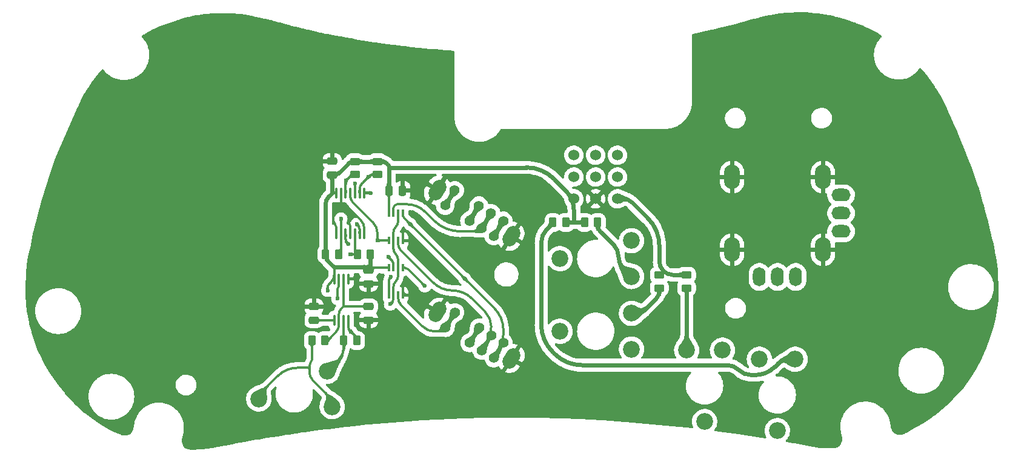
<source format=gbr>
%TF.GenerationSoftware,KiCad,Pcbnew,(6.0.0)*%
%TF.CreationDate,2022-05-12T16:51:59+02:00*%
%TF.ProjectId,Vectrex Pad miniNeoGeo-rounded,56656374-7265-4782-9050-6164206d696e,1.2*%
%TF.SameCoordinates,Original*%
%TF.FileFunction,Copper,L1,Top*%
%TF.FilePolarity,Positive*%
%FSLAX46Y46*%
G04 Gerber Fmt 4.6, Leading zero omitted, Abs format (unit mm)*
G04 Created by KiCad (PCBNEW (6.0.0)) date 2022-05-12 16:51:59*
%MOMM*%
%LPD*%
G01*
G04 APERTURE LIST*
G04 Aperture macros list*
%AMRoundRect*
0 Rectangle with rounded corners*
0 $1 Rounding radius*
0 $2 $3 $4 $5 $6 $7 $8 $9 X,Y pos of 4 corners*
0 Add a 4 corners polygon primitive as box body*
4,1,4,$2,$3,$4,$5,$6,$7,$8,$9,$2,$3,0*
0 Add four circle primitives for the rounded corners*
1,1,$1+$1,$2,$3*
1,1,$1+$1,$4,$5*
1,1,$1+$1,$6,$7*
1,1,$1+$1,$8,$9*
0 Add four rect primitives between the rounded corners*
20,1,$1+$1,$2,$3,$4,$5,0*
20,1,$1+$1,$4,$5,$6,$7,0*
20,1,$1+$1,$6,$7,$8,$9,0*
20,1,$1+$1,$8,$9,$2,$3,0*%
%AMHorizOval*
0 Thick line with rounded ends*
0 $1 width*
0 $2 $3 position (X,Y) of the first rounded end (center of the circle)*
0 $4 $5 position (X,Y) of the second rounded end (center of the circle)*
0 Add line between two ends*
20,1,$1,$2,$3,$4,$5,0*
0 Add two circle primitives to create the rounded ends*
1,1,$1,$2,$3*
1,1,$1,$4,$5*%
G04 Aperture macros list end*
%TA.AperFunction,ComponentPad*%
%ADD10C,1.524000*%
%TD*%
%TA.AperFunction,SMDPad,CuDef*%
%ADD11RoundRect,0.250000X0.262500X0.450000X-0.262500X0.450000X-0.262500X-0.450000X0.262500X-0.450000X0*%
%TD*%
%TA.AperFunction,SMDPad,CuDef*%
%ADD12RoundRect,0.250000X-0.475000X0.250000X-0.475000X-0.250000X0.475000X-0.250000X0.475000X0.250000X0*%
%TD*%
%TA.AperFunction,SMDPad,CuDef*%
%ADD13RoundRect,0.100000X-0.100000X-0.450000X0.100000X-0.450000X0.100000X0.450000X-0.100000X0.450000X0*%
%TD*%
%TA.AperFunction,SMDPad,CuDef*%
%ADD14RoundRect,0.250000X-0.262500X-0.450000X0.262500X-0.450000X0.262500X0.450000X-0.262500X0.450000X0*%
%TD*%
%TA.AperFunction,SMDPad,CuDef*%
%ADD15RoundRect,0.250000X0.450000X-0.262500X0.450000X0.262500X-0.450000X0.262500X-0.450000X-0.262500X0*%
%TD*%
%TA.AperFunction,SMDPad,CuDef*%
%ADD16RoundRect,0.250000X0.475000X-0.250000X0.475000X0.250000X-0.475000X0.250000X-0.475000X-0.250000X0*%
%TD*%
%TA.AperFunction,SMDPad,CuDef*%
%ADD17RoundRect,0.250000X-0.450000X0.262500X-0.450000X-0.262500X0.450000X-0.262500X0.450000X0.262500X0*%
%TD*%
%TA.AperFunction,SMDPad,CuDef*%
%ADD18RoundRect,0.100000X0.100000X-0.637500X0.100000X0.637500X-0.100000X0.637500X-0.100000X-0.637500X0*%
%TD*%
%TA.AperFunction,SMDPad,CuDef*%
%ADD19RoundRect,0.100000X-0.100000X0.637500X-0.100000X-0.637500X0.100000X-0.637500X0.100000X0.637500X0*%
%TD*%
%TA.AperFunction,SMDPad,CuDef*%
%ADD20RoundRect,0.250000X-0.250000X-0.475000X0.250000X-0.475000X0.250000X0.475000X-0.250000X0.475000X0*%
%TD*%
%TA.AperFunction,ComponentPad*%
%ADD21O,1.778000X2.667000*%
%TD*%
%TA.AperFunction,ComponentPad*%
%ADD22O,2.222000X3.429000*%
%TD*%
%TA.AperFunction,ComponentPad*%
%ADD23O,2.667000X1.778000*%
%TD*%
%TA.AperFunction,ComponentPad*%
%ADD24C,2.340000*%
%TD*%
%TA.AperFunction,ComponentPad*%
%ADD25C,1.400000*%
%TD*%
%TA.AperFunction,ComponentPad*%
%ADD26HorizOval,2.000000X0.265699X0.423561X-0.265699X-0.423561X0*%
%TD*%
%TA.AperFunction,ViaPad*%
%ADD27C,0.800000*%
%TD*%
%TA.AperFunction,ViaPad*%
%ADD28C,0.600000*%
%TD*%
%TA.AperFunction,Conductor*%
%ADD29C,0.350000*%
%TD*%
%TA.AperFunction,Conductor*%
%ADD30C,0.600000*%
%TD*%
G04 APERTURE END LIST*
D10*
%TO.P,J1,1,1*%
%TO.N,/Red*%
X162052000Y-71120000D03*
%TO.P,J1,2,2*%
%TO.N,/Black*%
X165100000Y-68072000D03*
%TO.P,J1,3,3*%
%TO.N,/Grey*%
X162052000Y-68072000D03*
%TO.P,J1,4,4*%
%TO.N,/Orange*%
X165100000Y-71120000D03*
%TO.P,J1,5,5*%
%TO.N,/Brun*%
X168148000Y-71120000D03*
%TO.P,J1,6,6*%
%TO.N,/Green*%
X168148000Y-68072000D03*
%TO.P,J1,7,7*%
%TO.N,+5V*%
X162052000Y-74168000D03*
%TO.P,J1,8,8*%
%TO.N,GND*%
X165100000Y-74168000D03*
%TO.P,J1,9,9*%
%TO.N,-5V*%
X168148000Y-74168000D03*
%TD*%
D11*
%TO.P,R6,1*%
%TO.N,+5V*%
X133627500Y-81915000D03*
%TO.P,R6,2*%
%TO.N,Net-(R6-Pad2)*%
X131802500Y-81915000D03*
%TD*%
D12*
%TO.P,C3,1*%
%TO.N,Net-(C3-Pad1)*%
X133350000Y-89220000D03*
%TO.P,C3,2*%
%TO.N,GND*%
X133350000Y-91120000D03*
%TD*%
D13*
%TO.P,U2,1*%
%TO.N,Net-(SW5-Pad1)*%
X136185000Y-80005000D03*
%TO.P,U2,2*%
%TO.N,Net-(U1-Pad3)*%
X136835000Y-80005000D03*
%TO.P,U2,3*%
%TO.N,Net-(SW6-Pad2)*%
X137485000Y-80005000D03*
%TO.P,U2,4,GND*%
%TO.N,GND*%
X138135000Y-80005000D03*
%TO.P,U2,5*%
%TO.N,Net-(SW6-Pad1)*%
X138135000Y-76205000D03*
%TO.P,U2,6*%
%TO.N,Net-(U1-Pad3)*%
X137485000Y-76205000D03*
%TO.P,U2,7*%
%TO.N,Net-(SW5-Pad2)*%
X136835000Y-76205000D03*
%TO.P,U2,8,VCC*%
%TO.N,+5V*%
X136185000Y-76205000D03*
%TD*%
D14*
%TO.P,R8,1*%
%TO.N,Net-(R8-Pad1)*%
X125452500Y-93980000D03*
%TO.P,R8,2*%
%TO.N,Net-(C3-Pad1)*%
X127277500Y-93980000D03*
%TD*%
D11*
%TO.P,R2,1*%
%TO.N,+5V*%
X160932500Y-77470000D03*
%TO.P,R2,2*%
%TO.N,Net-(R2-Pad2)*%
X159107500Y-77470000D03*
%TD*%
D14*
%TO.P,R10,1*%
%TO.N,+5V*%
X127357500Y-81915000D03*
%TO.P,R10,2*%
%TO.N,Net-(R10-Pad2)*%
X129182500Y-81915000D03*
%TD*%
D15*
%TO.P,R4,1*%
%TO.N,Net-(R4-Pad1)*%
X177800000Y-86637500D03*
%TO.P,R4,2*%
%TO.N,-5V*%
X177800000Y-84812500D03*
%TD*%
D16*
%TO.P,C2,1*%
%TO.N,Net-(C2-Pad1)*%
X125730000Y-91120000D03*
%TO.P,C2,2*%
%TO.N,GND*%
X125730000Y-89220000D03*
%TD*%
D15*
%TO.P,R3,1*%
%TO.N,Net-(R3-Pad1)*%
X173990000Y-86637500D03*
%TO.P,R3,2*%
%TO.N,-5V*%
X173990000Y-84812500D03*
%TD*%
D17*
%TO.P,R7,1*%
%TO.N,+5V*%
X134620000Y-68937500D03*
%TO.P,R7,2*%
%TO.N,Net-(R7-Pad2)*%
X134620000Y-70762500D03*
%TD*%
%TO.P,R9,1*%
%TO.N,+5V*%
X131445000Y-68937500D03*
%TO.P,R9,2*%
%TO.N,Net-(R9-Pad2)*%
X131445000Y-70762500D03*
%TD*%
D14*
%TO.P,R1,1*%
%TO.N,+5V*%
X163552500Y-77470000D03*
%TO.P,R1,2*%
%TO.N,Net-(R1-Pad2)*%
X165377500Y-77470000D03*
%TD*%
D18*
%TO.P,U4,1*%
%TO.N,GND*%
X128860000Y-79062500D03*
%TO.P,U4,2*%
%TO.N,Net-(R10-Pad2)*%
X129510000Y-79062500D03*
%TO.P,U4,3*%
%TO.N,Net-(SW6-Pad1)*%
X130160000Y-79062500D03*
%TO.P,U4,4*%
%TO.N,GND*%
X130810000Y-79062500D03*
%TO.P,U4,5*%
%TO.N,Net-(R6-Pad2)*%
X131460000Y-79062500D03*
%TO.P,U4,6*%
%TO.N,/Black*%
X132110000Y-79062500D03*
%TO.P,U4,7,GND*%
%TO.N,GND*%
X132760000Y-79062500D03*
%TO.P,U4,8*%
%TO.N,/Grey*%
X132760000Y-73337500D03*
%TO.P,U4,9*%
%TO.N,Net-(R7-Pad2)*%
X132110000Y-73337500D03*
%TO.P,U4,10*%
%TO.N,GND*%
X131460000Y-73337500D03*
%TO.P,U4,11*%
%TO.N,Net-(SW5-Pad1)*%
X130810000Y-73337500D03*
%TO.P,U4,12*%
%TO.N,Net-(R9-Pad2)*%
X130160000Y-73337500D03*
%TO.P,U4,13*%
%TO.N,GND*%
X129510000Y-73337500D03*
%TO.P,U4,14,VCC*%
%TO.N,+5V*%
X128860000Y-73337500D03*
%TD*%
D13*
%TO.P,U3,1*%
%TO.N,Net-(SW5-Pad1)*%
X136185000Y-87625000D03*
%TO.P,U3,2*%
%TO.N,Net-(U1-Pad3)*%
X136835000Y-87625000D03*
%TO.P,U3,3*%
%TO.N,Net-(SW6-Pad4)*%
X137485000Y-87625000D03*
%TO.P,U3,4,GND*%
%TO.N,GND*%
X138135000Y-87625000D03*
%TO.P,U3,5*%
%TO.N,Net-(SW6-Pad1)*%
X138135000Y-83825000D03*
%TO.P,U3,6*%
%TO.N,Net-(U1-Pad3)*%
X137485000Y-83825000D03*
%TO.P,U3,7*%
%TO.N,Net-(SW5-Pad4)*%
X136835000Y-83825000D03*
%TO.P,U3,8,VCC*%
%TO.N,+5V*%
X136185000Y-83825000D03*
%TD*%
D19*
%TO.P,U1,1,GND*%
%TO.N,GND*%
X130515000Y-85365000D03*
%TO.P,U1,2,TR*%
%TO.N,Net-(C3-Pad1)*%
X129865000Y-85365000D03*
%TO.P,U1,3,Q*%
%TO.N,Net-(U1-Pad3)*%
X129215000Y-85365000D03*
%TO.P,U1,4,R*%
%TO.N,+5V*%
X128565000Y-85365000D03*
%TO.P,U1,5,CV*%
%TO.N,Net-(C2-Pad1)*%
X128565000Y-91165000D03*
%TO.P,U1,6,THR*%
%TO.N,Net-(C3-Pad1)*%
X129215000Y-91165000D03*
%TO.P,U1,7,DIS*%
%TO.N,Net-(R5-Pad2)*%
X129865000Y-91165000D03*
%TO.P,U1,8,VCC*%
%TO.N,+5V*%
X130515000Y-91165000D03*
%TD*%
D12*
%TO.P,C4,1*%
%TO.N,+5V*%
X133350000Y-84140000D03*
%TO.P,C4,2*%
%TO.N,GND*%
X133350000Y-86040000D03*
%TD*%
D20*
%TO.P,C5,1*%
%TO.N,+5V*%
X136210000Y-73025000D03*
%TO.P,C5,2*%
%TO.N,GND*%
X138110000Y-73025000D03*
%TD*%
D16*
%TO.P,C1,1*%
%TO.N,+5V*%
X128270000Y-70800000D03*
%TO.P,C1,2*%
%TO.N,GND*%
X128270000Y-68900000D03*
%TD*%
D11*
%TO.P,R5,1*%
%TO.N,+5V*%
X131722500Y-93980000D03*
%TO.P,R5,2*%
%TO.N,Net-(R5-Pad2)*%
X129897500Y-93980000D03*
%TD*%
D21*
%TO.P,VR1,H1,H+*%
%TO.N,Net-(RV1-Pad2)*%
X187960000Y-85090000D03*
%TO.P,VR1,H2,H*%
%TO.N,/Brun*%
X190500000Y-85090000D03*
%TO.P,VR1,H3,H-*%
%TO.N,Net-(RV3-Pad1)*%
X193040000Y-85090000D03*
D22*
%TO.P,VR1,S1,SHIELD*%
%TO.N,GND*%
X196850000Y-71120000D03*
%TO.P,VR1,S2,SHIELD*%
X196850000Y-81280000D03*
%TO.P,VR1,S3,SHIELD*%
X184150000Y-81280000D03*
%TO.P,VR1,S4,SHIELD*%
X184150000Y-71120000D03*
D23*
%TO.P,VR1,V1,V+*%
%TO.N,Net-(RV2-Pad2)*%
X199390000Y-73660000D03*
%TO.P,VR1,V2,V*%
%TO.N,/Green*%
X199390000Y-76200000D03*
%TO.P,VR1,V3,V-*%
%TO.N,Net-(RV4-Pad1)*%
X199390000Y-78740000D03*
%TD*%
D24*
%TO.P,RV3,1,1*%
%TO.N,Net-(RV3-Pad1)*%
X170100000Y-95185000D03*
%TO.P,RV3,2,2*%
%TO.N,Net-(R3-Pad1)*%
X160100000Y-92685000D03*
%TO.P,RV3,3,3*%
X170100000Y-90185000D03*
%TD*%
%TO.P,RV1,1,1*%
%TO.N,Net-(R1-Pad2)*%
X170100000Y-85025000D03*
%TO.P,RV1,2,2*%
%TO.N,Net-(RV1-Pad2)*%
X160100000Y-82525000D03*
%TO.P,RV1,3,3*%
X170100000Y-80025000D03*
%TD*%
%TO.P,RV2,1,1*%
%TO.N,Net-(R2-Pad2)*%
X192975000Y-96600000D03*
%TO.P,RV2,2,2*%
%TO.N,Net-(RV2-Pad2)*%
X190475000Y-106600000D03*
%TO.P,RV2,3,3*%
X187975000Y-96600000D03*
%TD*%
D25*
%TO.P,SW6,1,1*%
%TO.N,Net-(SW6-Pad1)*%
X152199693Y-94317990D03*
%TO.P,SW6,2,2*%
%TO.N,Net-(SW6-Pad2)*%
X150505449Y-93255193D03*
%TO.P,SW6,3,3*%
%TO.N,/Orange*%
X148811205Y-92192396D03*
%TO.P,SW6,4,4*%
%TO.N,Net-(SW6-Pad4)*%
X145422718Y-90066801D03*
%TO.P,SW6,5,5*%
%TO.N,Net-(SW6-Pad1)*%
X150871196Y-96435795D03*
%TO.P,SW6,6,6*%
%TO.N,Net-(SW6-Pad2)*%
X149176953Y-95372998D03*
%TO.P,SW6,7,7*%
%TO.N,/Orange*%
X147482709Y-94310200D03*
%TO.P,SW6,8,8*%
%TO.N,Net-(SW6-Pad4)*%
X144094221Y-92184606D03*
D26*
%TO.P,SW6,9,Shield*%
%TO.N,GND*%
X142979513Y-90009767D03*
X153314401Y-96492829D03*
%TD*%
D25*
%TO.P,SW5,1,1*%
%TO.N,Net-(SW5-Pad1)*%
X152174272Y-77241184D03*
%TO.P,SW5,2,2*%
%TO.N,Net-(SW5-Pad2)*%
X150480028Y-76178387D03*
%TO.P,SW5,3,3*%
%TO.N,/Red*%
X148785784Y-75115590D03*
%TO.P,SW5,4,4*%
%TO.N,Net-(SW5-Pad4)*%
X145397297Y-72989995D03*
%TO.P,SW5,5,5*%
%TO.N,Net-(SW5-Pad1)*%
X150845775Y-79358989D03*
%TO.P,SW5,6,6*%
%TO.N,Net-(SW5-Pad2)*%
X149151532Y-78296192D03*
%TO.P,SW5,7,7*%
%TO.N,/Red*%
X147457288Y-77233394D03*
%TO.P,SW5,8,8*%
%TO.N,Net-(SW5-Pad4)*%
X144068800Y-75107800D03*
D26*
%TO.P,SW5,9,Shield*%
%TO.N,GND*%
X142954092Y-72932961D03*
X153288980Y-79416023D03*
%TD*%
D24*
%TO.P,RV5,1,1*%
%TO.N,Net-(R8-Pad1)*%
X128270000Y-103225600D03*
%TO.P,RV5,2,2*%
X118019387Y-102141661D03*
%TO.P,RV5,3,3*%
%TO.N,Net-(R5-Pad2)*%
X127574134Y-98274260D03*
%TD*%
%TO.P,RV4,1,1*%
%TO.N,Net-(RV4-Pad1)*%
X182815000Y-95330000D03*
%TO.P,RV4,2,2*%
%TO.N,Net-(R4-Pad1)*%
X180315000Y-105330000D03*
%TO.P,RV4,3,3*%
X177815000Y-95330000D03*
%TD*%
D27*
%TO.N,GND*%
X142240000Y-83312000D03*
D28*
%TO.N,Net-(R9-Pad2)*%
X130175000Y-71628000D03*
%TO.N,GND*%
X130810000Y-76454000D03*
X128778000Y-75565000D03*
%TO.N,+5V*%
X127635000Y-86995000D03*
X130905250Y-92741750D03*
D27*
%TO.N,GND*%
X150622000Y-86614000D03*
X172085000Y-66040000D03*
X151765000Y-101600000D03*
X213360000Y-80645000D03*
X173990000Y-94996000D03*
X110490000Y-97155000D03*
X160020000Y-80264000D03*
X131673600Y-85039200D03*
X139547600Y-76200000D03*
X135255000Y-91186000D03*
X90170000Y-81915000D03*
X160020000Y-87630000D03*
X122377200Y-92964000D03*
X175895000Y-77470000D03*
X209550000Y-61595000D03*
X168910000Y-101600000D03*
X139700000Y-59055000D03*
X171450000Y-87630000D03*
X175260000Y-89535000D03*
X161925000Y-95250000D03*
X187325000Y-88265000D03*
X122377200Y-88900000D03*
X109855000Y-81915000D03*
X135890000Y-101600000D03*
X144780000Y-80645000D03*
X93980000Y-71755000D03*
X193675000Y-52705000D03*
X139065000Y-92354400D03*
X102870000Y-89535000D03*
X98425000Y-62230000D03*
X92710000Y-97155000D03*
X133350000Y-87680800D03*
X182245000Y-55880000D03*
X111125000Y-52705000D03*
X118110000Y-68580000D03*
X127304800Y-84582000D03*
D28*
X131435500Y-72009000D03*
D27*
X125222000Y-62484000D03*
X209550000Y-90170000D03*
X213360000Y-71755000D03*
X139700000Y-73025000D03*
X140208000Y-81280000D03*
X171450000Y-82550000D03*
X126365000Y-55245000D03*
X139446000Y-87655400D03*
X201930000Y-97155000D03*
D28*
%TO.N,/Black*%
X131699000Y-77724000D03*
%TO.N,/Grey*%
X133672500Y-73337500D03*
%TO.N,Net-(SW5-Pad4)*%
X136144000Y-82296000D03*
%TO.N,Net-(SW5-Pad1)*%
X136480000Y-85090000D03*
X134620000Y-80010000D03*
%TO.N,Net-(SW6-Pad1)*%
X146812000Y-85344000D03*
X139192000Y-77724000D03*
X130556000Y-80518000D03*
X141224000Y-86360000D03*
%TO.N,Net-(R6-Pad2)*%
X130810000Y-81915000D03*
%TO.N,Net-(R7-Pad2)*%
X133350000Y-71120000D03*
%TO.N,Net-(R10-Pad2)*%
X129510000Y-76962000D03*
%TO.N,Net-(U1-Pad3)*%
X129032000Y-88138000D03*
X136398000Y-88900000D03*
%TD*%
D29*
%TO.N,Net-(U1-Pad3)*%
X137160000Y-85725000D02*
G75*
G03*
X137485000Y-84940380I-784625J784622D01*
G01*
X137160000Y-78105000D02*
G75*
G03*
X137485000Y-77320380I-784625J784622D01*
G01*
X136835001Y-86509619D02*
G75*
G02*
X137160001Y-85725001I1109608J4D01*
G01*
X129032001Y-86743400D02*
G75*
G02*
X129123501Y-86522501I312394J2D01*
G01*
X129123500Y-86522500D02*
G75*
G03*
X129215000Y-86301599I-220915J220907D01*
G01*
X136835001Y-78889619D02*
G75*
G02*
X137160001Y-78105001I1109608J4D01*
G01*
X137485000Y-82699619D02*
G75*
G03*
X137160000Y-81915000I-1109620J-1D01*
G01*
X136616500Y-88681500D02*
G75*
G03*
X136835000Y-88153994I-527515J527510D01*
G01*
X137160000Y-81915000D02*
G75*
G02*
X136835000Y-81130380I784614J784617D01*
G01*
X136835000Y-87206000D02*
X136835000Y-88044000D01*
%TO.N,Net-(R10-Pad2)*%
X129346250Y-81751250D02*
G75*
G03*
X129510000Y-81355922I-395337J395331D01*
G01*
X129510000Y-78012250D02*
X129510000Y-80112750D01*
%TO.N,Net-(R9-Pad2)*%
X130897487Y-70905512D02*
G75*
G02*
X131242750Y-70762500I345260J-345258D01*
G01*
X130160001Y-71653606D02*
G75*
G02*
X130167501Y-71635501I25602J1D01*
G01*
%TO.N,Net-(R7-Pad2)*%
X133528750Y-70941250D02*
G75*
G02*
X133960290Y-70762500I431537J-431531D01*
G01*
X132110001Y-72848750D02*
G75*
G02*
X132455599Y-72014402I1179934J6D01*
G01*
%TO.N,Net-(R6-Pad2)*%
X131560315Y-81915000D02*
G75*
G03*
X131631250Y-81743750I0J100316D01*
G01*
X131631250Y-81743750D02*
G75*
G02*
X131460000Y-81330315I413433J413434D01*
G01*
X131460000Y-80158750D02*
X131460000Y-81101250D01*
%TO.N,Net-(SW6-Pad1)*%
X152199693Y-92524841D02*
G75*
G03*
X150931745Y-89463745I-4329044J-1D01*
G01*
X138298341Y-76830341D02*
G75*
G02*
X138135000Y-76436000I394335J394338D01*
G01*
X151535444Y-95376892D02*
G75*
G03*
X152199693Y-93067989I-3680727J2308910D01*
G01*
X138412000Y-83825001D02*
G75*
G02*
X138884868Y-84020868I2J-668733D01*
G01*
X130358000Y-80320000D02*
G75*
G02*
X130160000Y-79841985I478014J478014D01*
G01*
%TO.N,Net-(SW5-Pad1)*%
X134622500Y-80007500D02*
G75*
G02*
X134628535Y-80005000I6030J-6022D01*
G01*
X131148527Y-74633527D02*
G75*
G02*
X130810000Y-73816250I817275J817276D01*
G01*
X134619999Y-79057500D02*
G75*
G03*
X133946480Y-77431480I-2299546J-3D01*
G01*
X136185000Y-85593596D02*
G75*
G02*
X136332500Y-85237500I503594J0D01*
G01*
%TO.N,Net-(R8-Pad1)*%
X125095000Y-97497165D02*
G75*
G02*
X125273750Y-97065625I610281J3D01*
G01*
X120672973Y-98945050D02*
G75*
G02*
X123461512Y-97790000I2788534J-2788530D01*
G01*
X125273750Y-97065625D02*
G75*
G03*
X125452500Y-96634084I-431547J431543D01*
G01*
X128269999Y-102730300D02*
G75*
G03*
X127919769Y-101884771I-1195759J0D01*
G01*
X118019387Y-101870149D02*
G75*
G02*
X118211374Y-101406649I655478J5D01*
G01*
X125095000Y-97517187D02*
G75*
G02*
X124822187Y-97790000I-272816J3D01*
G01*
X124822187Y-97790000D02*
G75*
G02*
X125095000Y-98062812I0J-272813D01*
G01*
X125544012Y-99509012D02*
G75*
G02*
X125095000Y-98425000I1084009J1084010D01*
G01*
X125095000Y-97517187D02*
X125095000Y-98062812D01*
%TO.N,+5V*%
X133530050Y-83765050D02*
G75*
G02*
X133530050Y-83959950I-97450J-97450D01*
G01*
D30*
X133530050Y-83959950D02*
G75*
G03*
X133627500Y-83724684I-235274J235269D01*
G01*
X133627500Y-83724684D02*
G75*
G02*
X133530050Y-83765050I-57085J0D01*
G01*
X162052000Y-75819000D02*
G75*
G03*
X160884566Y-73000566I-3985873J-3D01*
G01*
X127357501Y-74940234D02*
G75*
G02*
X127813750Y-73838750I1557735J1D01*
G01*
D29*
X131722499Y-93769500D02*
G75*
G03*
X131573653Y-93410155I-508191J0D01*
G01*
D30*
X128620500Y-70799999D02*
G75*
G03*
X129218839Y-70552157I-5J846189D01*
G01*
D29*
X136185001Y-73067677D02*
G75*
G02*
X136197500Y-73037500I42667J4D01*
G01*
X128254090Y-73398409D02*
G75*
G03*
X128270000Y-73360000I-38408J38409D01*
G01*
D30*
X136210000Y-69908500D02*
G75*
G02*
X136334500Y-69784000I124499J1D01*
G01*
X136334500Y-69784000D02*
G75*
G02*
X136210000Y-69659500I1J124501D01*
G01*
D29*
X128270000Y-73360000D02*
G75*
G02*
X128292500Y-73337500I22500J0D01*
G01*
D30*
X128292500Y-73337500D02*
G75*
G02*
X128270000Y-73315000I1J22501D01*
G01*
X135190003Y-68937501D02*
G75*
G02*
X135911249Y-69236251I3J-1019990D01*
G01*
X130617302Y-69153697D02*
G75*
G02*
X131139250Y-68937500I521943J-521938D01*
G01*
D29*
X135126535Y-83825000D02*
G75*
G02*
X135120500Y-83822500I0J8533D01*
G01*
X130710125Y-92546625D02*
G75*
G02*
X130515000Y-92075551I471073J471073D01*
G01*
D30*
X133294784Y-83667600D02*
G75*
G02*
X133530050Y-83765050I2J-332712D01*
G01*
D29*
X127635000Y-86645000D02*
G75*
G02*
X127882487Y-86047512I844969J3D01*
G01*
D30*
X128536699Y-83680299D02*
G75*
G02*
X128511301Y-83680299I-12699J12701D01*
G01*
X127573697Y-82742697D02*
G75*
G02*
X127357500Y-82220750I521943J521945D01*
G01*
X155414036Y-69784000D02*
G75*
G02*
X159261792Y-71377792I-1J-5441552D01*
G01*
X128536700Y-83680300D02*
G75*
G02*
X128567360Y-83667600I30657J-30653D01*
G01*
X136197500Y-73037500D02*
G75*
G03*
X136210000Y-73007322I-30183J30180D01*
G01*
X128270000Y-71150500D02*
G75*
G02*
X128620500Y-70800000I350500J0D01*
G01*
D29*
X135114464Y-83820000D02*
G75*
G02*
X135120500Y-83822500I2J-8531D01*
G01*
D30*
X136209999Y-69659500D02*
G75*
G03*
X136121965Y-69446965I-300570J0D01*
G01*
D29*
X128100000Y-85830000D02*
G75*
G03*
X128565000Y-84707390I-1122616J1122612D01*
G01*
D30*
X131750750Y-68937500D02*
X131139250Y-68937500D01*
X127357500Y-81609250D02*
X127357500Y-82220750D01*
X136210000Y-69908500D02*
X136210000Y-69659500D01*
D29*
X128270000Y-73360000D02*
X128270000Y-73315000D01*
D30*
X135116250Y-68937500D02*
X134123750Y-68937500D01*
%TO.N,Net-(R3-Pad1)*%
X170767500Y-90184999D02*
G75*
G03*
X171906992Y-89713005I-4J1611494D01*
G01*
X173639098Y-87980901D02*
G75*
G03*
X173990000Y-87133750I-847155J847153D01*
G01*
%TO.N,Net-(R1-Pad2)*%
X165700117Y-78705117D02*
G75*
G02*
X165377500Y-77926250I778867J778866D01*
G01*
X168274999Y-82240000D02*
G75*
G03*
X167596177Y-80601177I-2317650J-2D01*
G01*
X168953822Y-83878822D02*
G75*
G02*
X168275000Y-82240000I1638822J1638822D01*
G01*
D29*
%TO.N,Net-(R5-Pad2)*%
X129200683Y-96647710D02*
G75*
G03*
X129897500Y-94965447I-1682263J1682264D01*
G01*
X129897500Y-94002980D02*
G75*
G03*
X129881250Y-93963750I-55488J-4D01*
G01*
X129881250Y-93963750D02*
G75*
G02*
X129865000Y-93924519I39231J39231D01*
G01*
%TO.N,Net-(SW6-Pad4)*%
X142586913Y-92709999D02*
G75*
G02*
X140910682Y-92015682I2J2370553D01*
G01*
X137896889Y-89001889D02*
G75*
G02*
X137485000Y-88007500I994387J994388D01*
G01*
X143197317Y-92710000D02*
G75*
G03*
X143831524Y-92447303I-2J896909D01*
G01*
D30*
X143831524Y-92447303D02*
G75*
G03*
X144291640Y-91869892I-2323773J2323752D01*
G01*
D29*
%TO.N,Net-(SW6-Pad2)*%
X145097500Y-86995000D02*
G75*
G02*
X142387467Y-85872467I0J3832563D01*
G01*
X145097500Y-86995000D02*
G75*
G02*
X147807532Y-88117532I1J-3832561D01*
G01*
X149857210Y-94288573D02*
G75*
G03*
X150505449Y-92035321I-3592011J2253259D01*
G01*
X137826179Y-81311179D02*
G75*
G02*
X137485000Y-80487500I823677J823678D01*
G01*
X150505448Y-92035321D02*
G75*
G03*
X149642869Y-89952869I-2945039J-3D01*
G01*
%TO.N,Net-(SW5-Pad4)*%
X136834999Y-83406000D02*
G75*
G03*
X136538722Y-82690722I-1011563J-3D01*
G01*
%TO.N,Net-(SW5-Pad2)*%
X136997500Y-75092500D02*
G75*
G02*
X137389809Y-74930000I392308J-392304D01*
G01*
X146271963Y-78739999D02*
G75*
G02*
X142424207Y-77146207I2J5441553D01*
G01*
D30*
X148929627Y-78518095D02*
G75*
G03*
X149318294Y-78030347I-1962944J1962922D01*
G01*
D29*
X138684000Y-74930000D02*
G75*
G02*
X141285630Y-76007630I4J-3679251D01*
G01*
X136835000Y-75484809D02*
G75*
G02*
X136997500Y-75092500I554804J1D01*
G01*
X148393904Y-78740000D02*
G75*
G03*
X148929628Y-78518096I-2J757632D01*
G01*
%TO.N,/Black*%
X132109999Y-78425620D02*
G75*
G03*
X131904499Y-77929501I-701618J0D01*
G01*
D30*
%TO.N,-5V*%
X168910000Y-74168000D02*
G75*
G02*
X170210815Y-74706815I2J-1839625D01*
G01*
X173989999Y-80739963D02*
G75*
G03*
X172396207Y-76892207I-5441553J-2D01*
G01*
X175895000Y-84812500D02*
G75*
G02*
X173990000Y-82907500I0J1905000D01*
G01*
%TO.N,Net-(R2-Pad2)*%
X187416122Y-98805999D02*
G75*
G03*
X190078998Y-97702998I-1J3765876D01*
G01*
X190548078Y-97233921D02*
G75*
G02*
X192078500Y-96600000I1530417J-1530413D01*
G01*
X159073792Y-95573792D02*
G75*
G02*
X157480000Y-91726036I3847760J3847757D01*
G01*
X183452838Y-97430479D02*
G75*
G02*
X185113239Y-98118239I-1J-2348165D01*
G01*
X186773640Y-98806000D02*
G75*
G02*
X185113239Y-98118239I3J2348167D01*
G01*
X157480001Y-80347066D02*
G75*
G02*
X158293750Y-78382500I2778313J3D01*
G01*
X163184442Y-97430478D02*
G75*
G02*
X159336686Y-95836686I2J5441553D01*
G01*
X159072586Y-77603663D02*
G75*
G03*
X159107500Y-77519375I-84289J84290D01*
G01*
D29*
%TO.N,Net-(C2-Pad1)*%
X125806819Y-91165000D02*
G75*
G02*
X125752500Y-91142500I1J76819D01*
G01*
%TO.N,GND*%
X132760000Y-78352250D02*
G75*
G03*
X132257777Y-77139777I-1714699J-2D01*
G01*
X130810000Y-78030605D02*
G75*
G03*
X130683000Y-77724000I-433611J-3D01*
G01*
X131459999Y-72050824D02*
G75*
G03*
X131447749Y-72021251I-41823J0D01*
G01*
X138747000Y-87625000D02*
G75*
G02*
X138135000Y-87013000I-1J611999D01*
G01*
X139394103Y-87625000D02*
G75*
G02*
X139430800Y-87640200I1J-51895D01*
G01*
X139012394Y-80009999D02*
G75*
G03*
X139319000Y-79883000I-3J433615D01*
G01*
X128859999Y-78170587D02*
G75*
G03*
X128691999Y-77765001I-573588J-1D01*
G01*
X138137500Y-80007500D02*
G75*
G02*
X138135000Y-80001464I6031J6034D01*
G01*
X138143535Y-80010000D02*
G75*
G02*
X138137500Y-80007500I0J8533D01*
G01*
%TO.N,Net-(C3-Pad1)*%
X127456250Y-93979999D02*
G75*
G03*
X127761395Y-93853604I-4J431548D01*
G01*
X129864999Y-89206464D02*
G75*
G02*
X129862500Y-89212500I-8542J2D01*
G01*
X129862500Y-89212500D02*
G75*
G02*
X129867500Y-89212500I2500J-2498D01*
G01*
X129867500Y-89212500D02*
G75*
G02*
X129865000Y-89206464I6031J6034D01*
G01*
X129215001Y-90319619D02*
G75*
G02*
X129540001Y-89535001I1109608J4D01*
G01*
X129873535Y-89215000D02*
G75*
G02*
X129867500Y-89212500I0J8533D01*
G01*
X128778361Y-92836638D02*
G75*
G03*
X129215000Y-91782500I-1054140J1054140D01*
G01*
X129215000Y-90547500D02*
X129215000Y-91782500D01*
%TO.N,GND*%
X139446000Y-87655400D02*
X139430800Y-87640200D01*
X138747000Y-87625000D02*
X139394103Y-87625000D01*
%TO.N,Net-(SW6-Pad1)*%
X150931745Y-89463745D02*
X146812000Y-85344000D01*
X139192000Y-77724000D02*
X146812000Y-85344000D01*
X152199693Y-92524841D02*
X152199693Y-93067989D01*
X138412000Y-83825000D02*
X138135000Y-83825000D01*
X141224000Y-86360000D02*
X138884868Y-84020868D01*
%TO.N,Net-(SW6-Pad2)*%
X147807532Y-88117532D02*
X149642869Y-89952869D01*
X142387467Y-85872467D02*
X137826179Y-81311179D01*
X137485000Y-80487500D02*
X137485000Y-80005000D01*
D30*
%TO.N,+5V*%
X160884566Y-73000566D02*
X159261792Y-71377792D01*
X136210000Y-69908500D02*
X136210000Y-73007322D01*
X136334500Y-69784000D02*
X155414036Y-69784000D01*
D29*
%TO.N,Net-(R9-Pad2)*%
X130897487Y-70905512D02*
X130175000Y-71628000D01*
X131242750Y-70762500D02*
X131445000Y-70762500D01*
X130175000Y-71628000D02*
X130167500Y-71635500D01*
X130160000Y-71653606D02*
X130160000Y-73337500D01*
%TO.N,GND*%
X130683000Y-77724000D02*
X130556000Y-77597000D01*
X130810000Y-78030605D02*
X130810000Y-79062500D01*
X128860000Y-78170587D02*
X128860000Y-79062500D01*
X128692000Y-77765000D02*
X128524000Y-77597000D01*
%TO.N,+5V*%
X127882487Y-86047512D02*
X128100000Y-85830000D01*
X127635000Y-86995000D02*
X127635000Y-86645000D01*
D30*
X128511300Y-83680300D02*
X127573697Y-82742697D01*
X133294784Y-83667600D02*
X128567360Y-83667600D01*
D29*
X131573654Y-93410154D02*
X130905250Y-92741750D01*
%TO.N,Net-(C3-Pad1)*%
X129865000Y-89206464D02*
X129865000Y-85365000D01*
X127761395Y-93853604D02*
X128778361Y-92836638D01*
X129862500Y-89212500D02*
X129540000Y-89535000D01*
X127456250Y-93980000D02*
X127277500Y-93980000D01*
X129873535Y-89215000D02*
X133350000Y-89215000D01*
X129215000Y-90547500D02*
X129215000Y-90319619D01*
%TO.N,GND*%
X129510000Y-73337500D02*
X129510000Y-74900000D01*
X131435500Y-72009000D02*
X131447750Y-72021250D01*
X132257777Y-77139777D02*
X131572000Y-76454000D01*
X132760000Y-78352250D02*
X132760000Y-79062500D01*
X139012394Y-80010000D02*
X138143535Y-80010000D01*
X131460000Y-72050824D02*
X131460000Y-73337500D01*
X138135000Y-80001464D02*
X138135000Y-78781000D01*
X138135000Y-87013000D02*
X138135000Y-86401000D01*
X130515000Y-85365000D02*
X131170000Y-85365000D01*
X139319000Y-79883000D02*
X139446000Y-79756000D01*
%TO.N,Net-(C2-Pad1)*%
X125752500Y-91142500D02*
X125730000Y-91120000D01*
X125806819Y-91165000D02*
X128565000Y-91165000D01*
D30*
%TO.N,Net-(R2-Pad2)*%
X190078999Y-97702999D02*
X190548078Y-97233921D01*
X159073792Y-95573792D02*
X159336686Y-95836686D01*
X159107500Y-77519375D02*
X159107500Y-77470000D01*
X187416122Y-98806000D02*
X186773640Y-98806000D01*
X157480000Y-91726036D02*
X157480000Y-80347066D01*
X183452838Y-97430479D02*
X163184442Y-97430479D01*
X158293749Y-78382499D02*
X159072586Y-77603663D01*
X192078500Y-96600000D02*
X192975000Y-96600000D01*
%TO.N,-5V*%
X175895000Y-84812500D02*
X177800000Y-84812500D01*
X168910000Y-74168000D02*
X168148000Y-74168000D01*
X170210815Y-74706815D02*
X172396207Y-76892207D01*
X173990000Y-80739963D02*
X173990000Y-82907500D01*
%TO.N,/Red*%
X148785784Y-75115590D02*
X147457288Y-77233394D01*
D29*
%TO.N,/Black*%
X132110000Y-78425620D02*
X132110000Y-79062500D01*
X131699000Y-77724000D02*
X131904500Y-77929500D01*
%TO.N,/Grey*%
X133672500Y-73337500D02*
X132760000Y-73337500D01*
D30*
%TO.N,/Orange*%
X147482709Y-94310200D02*
X148811205Y-92192396D01*
D29*
%TO.N,Net-(SW5-Pad2)*%
X146271963Y-78740000D02*
X148393904Y-78740000D01*
X142424207Y-77146207D02*
X141285630Y-76007630D01*
X137389809Y-74930000D02*
X138684000Y-74930000D01*
D30*
X149318295Y-78030348D02*
X150480028Y-76178387D01*
D29*
X136835000Y-75484809D02*
X136835000Y-76205000D01*
%TO.N,Net-(SW5-Pad4)*%
X136144000Y-82296000D02*
X136538722Y-82690722D01*
D30*
X145397297Y-72989995D02*
X144068800Y-75107800D01*
D29*
X136835000Y-83406000D02*
X136835000Y-83825000D01*
D30*
%TO.N,Net-(SW6-Pad2)*%
X149857210Y-94288573D02*
X149176953Y-95372998D01*
D29*
%TO.N,Net-(SW6-Pad4)*%
X142586913Y-92710000D02*
X143197317Y-92710000D01*
X137485000Y-88007500D02*
X137485000Y-87425000D01*
X140910682Y-92015682D02*
X137896889Y-89001889D01*
D30*
X144291640Y-91869892D02*
X145422718Y-90066801D01*
D29*
%TO.N,Net-(R5-Pad2)*%
X129200683Y-96647710D02*
X127574134Y-98274260D01*
X129865000Y-93924519D02*
X129865000Y-91165000D01*
X129897500Y-94965447D02*
X129897500Y-94002980D01*
D30*
%TO.N,Net-(R1-Pad2)*%
X168953822Y-83878822D02*
X170100000Y-85025000D01*
X165700117Y-78705117D02*
X167596177Y-80601177D01*
X165377500Y-77926250D02*
X165377500Y-77470000D01*
%TO.N,Net-(R3-Pad1)*%
X171906993Y-89713006D02*
X173639098Y-87980901D01*
X173990000Y-87133750D02*
X173990000Y-86637500D01*
X170767500Y-90185000D02*
X170100000Y-90185000D01*
%TO.N,Net-(R4-Pad1)*%
X177815000Y-95330000D02*
X177815000Y-86652500D01*
D29*
%TO.N,+5V*%
X136185000Y-73067677D02*
X136185000Y-76205000D01*
X128292500Y-73337500D02*
X128860000Y-73337500D01*
D30*
X163552500Y-77470000D02*
X160932500Y-77470000D01*
X127813749Y-73838749D02*
X128254090Y-73398409D01*
D29*
X130905250Y-92741750D02*
X130710125Y-92546625D01*
D30*
X128270000Y-73315000D02*
X128270000Y-71150500D01*
X127357500Y-81609250D02*
X127357500Y-74940234D01*
D29*
X131722500Y-93769500D02*
X131722500Y-93980000D01*
X135114464Y-83820000D02*
X133350000Y-83820000D01*
X135126535Y-83825000D02*
X136185000Y-83825000D01*
D30*
X129218840Y-70552158D02*
X130617302Y-69153697D01*
X162052000Y-75819000D02*
X162052000Y-77470000D01*
D29*
X128565000Y-84707390D02*
X128565000Y-83718400D01*
D30*
X131750750Y-68937500D02*
X134123750Y-68937500D01*
X133627500Y-83724684D02*
X133627500Y-81915000D01*
D29*
X133530050Y-83959950D02*
X133350000Y-84140000D01*
D30*
X135911250Y-69236250D02*
X136121965Y-69446965D01*
D29*
X130515000Y-92075551D02*
X130515000Y-91165000D01*
D30*
X135190003Y-68937500D02*
X135116250Y-68937500D01*
D29*
%TO.N,Net-(R8-Pad1)*%
X120672973Y-98945050D02*
X118211374Y-101406649D01*
X128270000Y-102730300D02*
X128270000Y-103225600D01*
X125095000Y-97497165D02*
X125095000Y-97517187D01*
X123461512Y-97790000D02*
X124822187Y-97790000D01*
X118019387Y-101870149D02*
X118019387Y-102141661D01*
X127919770Y-101884770D02*
X125544012Y-99509012D01*
X125452500Y-96634084D02*
X125452500Y-93980000D01*
X125095000Y-98062812D02*
X125095000Y-98425000D01*
%TO.N,Net-(SW5-Pad1)*%
X131148527Y-74633527D02*
X133946480Y-77431480D01*
X134620000Y-80010000D02*
X134620000Y-79057500D01*
X130810000Y-73816250D02*
X130810000Y-73337500D01*
D30*
X152174272Y-77241184D02*
X150845775Y-79358989D01*
D29*
X136185000Y-85593596D02*
X136185000Y-87625000D01*
X134628535Y-80005000D02*
X136185000Y-80005000D01*
X134622500Y-80007500D02*
X134620000Y-80010000D01*
X136480000Y-85090000D02*
X136332500Y-85237500D01*
%TO.N,Net-(SW6-Pad1)*%
X138135000Y-76436000D02*
X138135000Y-76205000D01*
X138298341Y-76830341D02*
X139192000Y-77724000D01*
D30*
X151535444Y-95376892D02*
X150871196Y-96435795D01*
D29*
X130358000Y-80320000D02*
X130556000Y-80518000D01*
X130160000Y-79841985D02*
X130160000Y-79062500D01*
%TO.N,Net-(R6-Pad2)*%
X131460000Y-81330315D02*
X131460000Y-81101250D01*
X131460000Y-80158750D02*
X131460000Y-79062500D01*
X131560315Y-81915000D02*
X130810000Y-81915000D01*
%TO.N,Net-(R7-Pad2)*%
X132110000Y-72848750D02*
X132110000Y-73337500D01*
X133350000Y-71120000D02*
X133528750Y-70941250D01*
X133350000Y-71120000D02*
X132455598Y-72014401D01*
X133960290Y-70762500D02*
X134620000Y-70762500D01*
%TO.N,Net-(R10-Pad2)*%
X129346250Y-81751250D02*
X129182500Y-81915000D01*
X129510000Y-81355922D02*
X129510000Y-80112750D01*
X129510000Y-78012250D02*
X129510000Y-76962000D01*
%TO.N,Net-(U1-Pad3)*%
X136835000Y-78889619D02*
X136835000Y-81130380D01*
X129032000Y-86743400D02*
X129032000Y-88138000D01*
X137485000Y-84940380D02*
X137485000Y-82699619D01*
X136398000Y-88900000D02*
X136616500Y-88681500D01*
X129215000Y-86301599D02*
X129215000Y-85365000D01*
X136835000Y-88044000D02*
X136835000Y-88153994D01*
X136835000Y-86509619D02*
X136835000Y-87206000D01*
X137485000Y-77320380D02*
X137485000Y-76205000D01*
%TD*%
%TA.AperFunction,Conductor*%
%TO.N,Net-(R3-Pad1)*%
G36*
X170443310Y-89066903D02*
G01*
X170622086Y-89129920D01*
X170622878Y-89130234D01*
X170785102Y-89201366D01*
X170794909Y-89205666D01*
X170795271Y-89205832D01*
X170956046Y-89283082D01*
X170956098Y-89283106D01*
X171108065Y-89353916D01*
X171108072Y-89353919D01*
X171108233Y-89353994D01*
X171254602Y-89410435D01*
X171254993Y-89410527D01*
X171254998Y-89410529D01*
X171377660Y-89439523D01*
X171398092Y-89444353D01*
X171541639Y-89447697D01*
X171542377Y-89447519D01*
X171542380Y-89447519D01*
X171687446Y-89412589D01*
X171687450Y-89412588D01*
X171688179Y-89412412D01*
X171692126Y-89410290D01*
X171840105Y-89330740D01*
X171840109Y-89330737D01*
X171840649Y-89330447D01*
X171993769Y-89200712D01*
X172002294Y-89197979D01*
X172009603Y-89201366D01*
X172417916Y-89609679D01*
X172421343Y-89617952D01*
X172417855Y-89626286D01*
X172225386Y-89815947D01*
X172225250Y-89816079D01*
X172052604Y-89980777D01*
X172052460Y-89980911D01*
X171901787Y-90119881D01*
X171901657Y-90120000D01*
X171766405Y-90241029D01*
X171766318Y-90241106D01*
X171640280Y-90351664D01*
X171517114Y-90459344D01*
X171390551Y-90571677D01*
X171254275Y-90696234D01*
X171254226Y-90696280D01*
X171254220Y-90696286D01*
X171102028Y-90840532D01*
X171101937Y-90840619D01*
X170933386Y-91006344D01*
X170925084Y-91009701D01*
X170919766Y-91008371D01*
X170598478Y-90840532D01*
X169534729Y-90284835D01*
X169528983Y-90277968D01*
X169529777Y-90269049D01*
X169530794Y-90267437D01*
X169550615Y-90241064D01*
X170430069Y-89070908D01*
X170437778Y-89066354D01*
X170443310Y-89066903D01*
G37*
%TD.AperFunction*%
%TD*%
%TA.AperFunction,Conductor*%
%TO.N,Net-(R10-Pad2)*%
G36*
X129681598Y-80985948D02*
G01*
X129685025Y-80994196D01*
X129685280Y-81111255D01*
X129686040Y-81220580D01*
X129687160Y-81314817D01*
X129688520Y-81398287D01*
X129690000Y-81475311D01*
X129690294Y-81490161D01*
X129691480Y-81550187D01*
X129691480Y-81550212D01*
X129692838Y-81627260D01*
X129692839Y-81627309D01*
X129693959Y-81710862D01*
X129693960Y-81710925D01*
X129694720Y-81805382D01*
X129694720Y-81805446D01*
X129694979Y-81906642D01*
X129691573Y-81914924D01*
X129687100Y-81917730D01*
X129065936Y-82132388D01*
X129056998Y-82131852D01*
X129051057Y-82125151D01*
X129050749Y-82124107D01*
X128897852Y-81498348D01*
X128899218Y-81489498D01*
X128902984Y-81485670D01*
X128965274Y-81446454D01*
X128965727Y-81446183D01*
X129032132Y-81408448D01*
X129094766Y-81373730D01*
X129152367Y-81339350D01*
X129186724Y-81314783D01*
X129203583Y-81302728D01*
X129203587Y-81302725D01*
X129203911Y-81302493D01*
X129248376Y-81260343D01*
X129284740Y-81210086D01*
X129311980Y-81148907D01*
X129329074Y-81073990D01*
X129334291Y-80993465D01*
X129338246Y-80985430D01*
X129345967Y-80982521D01*
X129673325Y-80982521D01*
X129681598Y-80985948D01*
G37*
%TD.AperFunction*%
%TD*%
%TA.AperFunction,Conductor*%
%TO.N,Net-(R9-Pad2)*%
G36*
X131090124Y-70403589D02*
G01*
X131254845Y-70479850D01*
X131676589Y-70675106D01*
X131682655Y-70681690D01*
X131682060Y-70691106D01*
X131393496Y-71247881D01*
X131385367Y-71263565D01*
X131378517Y-71269333D01*
X131373161Y-71269739D01*
X131298616Y-71258012D01*
X131298109Y-71257920D01*
X131222213Y-71242323D01*
X131151648Y-71226847D01*
X131151560Y-71226830D01*
X131151539Y-71226826D01*
X131085488Y-71214327D01*
X131085477Y-71214325D01*
X131085269Y-71214286D01*
X131085060Y-71214263D01*
X131085051Y-71214262D01*
X131046651Y-71210095D01*
X131021678Y-71207385D01*
X131021296Y-71207394D01*
X131021291Y-71207394D01*
X130995022Y-71208029D01*
X130959480Y-71208888D01*
X130897276Y-71221539D01*
X130896756Y-71221756D01*
X130834152Y-71247881D01*
X130834148Y-71247883D01*
X130833669Y-71248083D01*
X130833230Y-71248369D01*
X130833229Y-71248369D01*
X130767631Y-71291024D01*
X130767628Y-71291026D01*
X130767264Y-71291263D01*
X130696663Y-71353824D01*
X130449175Y-71106337D01*
X130540734Y-71012738D01*
X130616539Y-70931401D01*
X130680146Y-70859642D01*
X130735111Y-70794777D01*
X130784991Y-70734123D01*
X130833343Y-70674997D01*
X130883618Y-70614843D01*
X130883780Y-70614652D01*
X130939609Y-70550690D01*
X130939821Y-70550455D01*
X131004679Y-70480087D01*
X131004903Y-70479850D01*
X131076829Y-70406040D01*
X131085057Y-70402507D01*
X131090124Y-70403589D01*
G37*
%TD.AperFunction*%
%TD*%
%TA.AperFunction,Conductor*%
%TO.N,Net-(R7-Pad2)*%
G36*
X133792202Y-70609355D02*
G01*
X133796322Y-70615071D01*
X133796365Y-70615042D01*
X133797687Y-70616955D01*
X133868739Y-70947234D01*
X133819419Y-70961075D01*
X133799155Y-70970116D01*
X133799156Y-70970116D01*
X133798547Y-70970388D01*
X133798543Y-70970389D01*
X133785736Y-70976103D01*
X133779235Y-70979004D01*
X133746875Y-71000689D01*
X133721026Y-71025799D01*
X133700376Y-71054002D01*
X133683613Y-71084966D01*
X133683506Y-71085217D01*
X133683502Y-71085226D01*
X133669490Y-71118204D01*
X133669424Y-71118360D01*
X133669372Y-71118503D01*
X133656497Y-71153853D01*
X133656482Y-71153895D01*
X133643558Y-71191004D01*
X133643480Y-71191221D01*
X133632074Y-71222001D01*
X133625986Y-71228568D01*
X133620860Y-71229633D01*
X133561615Y-71228400D01*
X133454245Y-71226164D01*
X133454244Y-71226164D01*
X133451917Y-71226116D01*
X133239741Y-71221700D01*
X133264328Y-71015792D01*
X133264329Y-71015790D01*
X133285969Y-70834557D01*
X133290352Y-70826748D01*
X133294533Y-70824649D01*
X133343561Y-70811395D01*
X133343564Y-70811394D01*
X133343871Y-70811311D01*
X133392838Y-70792241D01*
X133393082Y-70792118D01*
X133393093Y-70792113D01*
X133436108Y-70770407D01*
X133436111Y-70770405D01*
X133436294Y-70770313D01*
X133476727Y-70746340D01*
X133516624Y-70721135D01*
X133558220Y-70695664D01*
X133558730Y-70695369D01*
X133604380Y-70670484D01*
X133605165Y-70670094D01*
X133657513Y-70646458D01*
X133658449Y-70646083D01*
X133720120Y-70624410D01*
X133721083Y-70624117D01*
X133756238Y-70615071D01*
X133783337Y-70608098D01*
X133792202Y-70609355D01*
G37*
%TD.AperFunction*%
%TD*%
%TA.AperFunction,Conductor*%
%TO.N,Net-(R6-Pad2)*%
G36*
X131632326Y-80990453D02*
G01*
X131635727Y-80997949D01*
X131641052Y-81077949D01*
X131658501Y-81152237D01*
X131686281Y-81212697D01*
X131723327Y-81262135D01*
X131768575Y-81303358D01*
X131768902Y-81303581D01*
X131768905Y-81303584D01*
X131805608Y-81328678D01*
X131820959Y-81339174D01*
X131879417Y-81372389D01*
X131879495Y-81372430D01*
X131942809Y-81405773D01*
X131942911Y-81405827D01*
X132010081Y-81442132D01*
X132010514Y-81442380D01*
X132044397Y-81462751D01*
X132073348Y-81480156D01*
X132078673Y-81487355D01*
X132078739Y-81492731D01*
X131935619Y-82133959D01*
X131290000Y-81915000D01*
X131289860Y-81805915D01*
X131289585Y-81737968D01*
X131289584Y-81737576D01*
X131289480Y-81711916D01*
X131288920Y-81628703D01*
X131288240Y-81551976D01*
X131287500Y-81477434D01*
X131286760Y-81400796D01*
X131286767Y-81400779D01*
X131286760Y-81400779D01*
X131286079Y-81317711D01*
X131285994Y-81303358D01*
X131285520Y-81223929D01*
X131285520Y-81223900D01*
X131285140Y-81115134D01*
X131285140Y-81115106D01*
X131285013Y-80998739D01*
X131288431Y-80990462D01*
X131296713Y-80987026D01*
X131624053Y-80987026D01*
X131632326Y-80990453D01*
G37*
%TD.AperFunction*%
%TD*%
%TA.AperFunction,Conductor*%
%TO.N,Net-(SW6-Pad1)*%
G36*
X130355276Y-79992829D02*
G01*
X130360778Y-79999144D01*
X130375646Y-80039808D01*
X130397172Y-80081503D01*
X130421451Y-80115143D01*
X130448389Y-80142056D01*
X130448755Y-80142323D01*
X130477580Y-80163349D01*
X130477584Y-80163352D01*
X130477889Y-80163574D01*
X130482976Y-80166351D01*
X130509609Y-80180891D01*
X130509614Y-80180893D01*
X130509855Y-80181025D01*
X130544193Y-80195742D01*
X130580806Y-80209053D01*
X130619492Y-80222252D01*
X130619624Y-80222298D01*
X130652673Y-80234015D01*
X130659325Y-80240009D01*
X130660463Y-80245063D01*
X130659800Y-80613999D01*
X130656358Y-80622266D01*
X130647489Y-80625662D01*
X130582590Y-80622266D01*
X130276997Y-80606275D01*
X130268914Y-80602421D01*
X130266564Y-80598454D01*
X130249144Y-80548656D01*
X130249065Y-80548429D01*
X130227115Y-80498904D01*
X130227023Y-80498731D01*
X130227017Y-80498719D01*
X130203700Y-80454968D01*
X130203697Y-80454963D01*
X130203622Y-80454822D01*
X130178899Y-80413712D01*
X130153260Y-80373107D01*
X130142843Y-80356207D01*
X130127138Y-80330729D01*
X130126909Y-80330341D01*
X130100656Y-80283828D01*
X130100345Y-80283239D01*
X130074151Y-80229959D01*
X130073839Y-80229267D01*
X130047975Y-80166711D01*
X130047708Y-80166003D01*
X130026196Y-80102652D01*
X130026781Y-80093716D01*
X130033848Y-80087703D01*
X130346362Y-79991975D01*
X130355276Y-79992829D01*
G37*
%TD.AperFunction*%
%TD*%
%TA.AperFunction,Conductor*%
%TO.N,Net-(SW5-Pad1)*%
G36*
X136570444Y-84979258D02*
G01*
X136576058Y-84986235D01*
X136576494Y-84988623D01*
X136604568Y-85354257D01*
X136601784Y-85362769D01*
X136597497Y-85365913D01*
X136569941Y-85377672D01*
X136569696Y-85377773D01*
X136534629Y-85391493D01*
X136500475Y-85405130D01*
X136500371Y-85405177D01*
X136500353Y-85405185D01*
X136481658Y-85413701D01*
X136468183Y-85419838D01*
X136438583Y-85436824D01*
X136412505Y-85457292D01*
X136390778Y-85482445D01*
X136374232Y-85513490D01*
X136363696Y-85551631D01*
X136363652Y-85552187D01*
X136360857Y-85587300D01*
X136356785Y-85595275D01*
X136349194Y-85598072D01*
X136022479Y-85598072D01*
X136014206Y-85594645D01*
X136010803Y-85585619D01*
X136011724Y-85571339D01*
X136014707Y-85525064D01*
X136014927Y-85523445D01*
X136027516Y-85462708D01*
X136027955Y-85461143D01*
X136046489Y-85409318D01*
X136047028Y-85408052D01*
X136069643Y-85362536D01*
X136070071Y-85361752D01*
X136094918Y-85320063D01*
X136095045Y-85319855D01*
X136120073Y-85279782D01*
X136120082Y-85279767D01*
X136120160Y-85279642D01*
X136143279Y-85238896D01*
X136162320Y-85195300D01*
X136175240Y-85146465D01*
X136179326Y-85097991D01*
X136183436Y-85090036D01*
X136187697Y-85087746D01*
X136561543Y-84978293D01*
X136570444Y-84979258D01*
G37*
%TD.AperFunction*%
%TD*%
%TA.AperFunction,Conductor*%
%TO.N,Net-(R8-Pad1)*%
G36*
X127386498Y-101103563D02*
G01*
X127593497Y-101299347D01*
X127785238Y-101459430D01*
X127785385Y-101459538D01*
X127785387Y-101459539D01*
X127958534Y-101586109D01*
X127958547Y-101586118D01*
X127958662Y-101586202D01*
X128118979Y-101689870D01*
X128271397Y-101780640D01*
X128420946Y-101868615D01*
X128421236Y-101868790D01*
X128573108Y-101964151D01*
X128573649Y-101964513D01*
X128733015Y-102077404D01*
X128733654Y-102077890D01*
X128905947Y-102218639D01*
X128906554Y-102219171D01*
X129091088Y-102392440D01*
X129094773Y-102400601D01*
X129093644Y-102405997D01*
X128442150Y-103774980D01*
X128435500Y-103780977D01*
X128425813Y-103780129D01*
X127122810Y-103041164D01*
X127117304Y-103034102D01*
X127117151Y-103028495D01*
X127161091Y-102826949D01*
X127161349Y-102825968D01*
X127220603Y-102635322D01*
X127220786Y-102634781D01*
X127284970Y-102459029D01*
X127284975Y-102459015D01*
X127345221Y-102294738D01*
X127345222Y-102294736D01*
X127345273Y-102294596D01*
X127368252Y-102218893D01*
X127392681Y-102138410D01*
X127392681Y-102138408D01*
X127392785Y-102138067D01*
X127403070Y-102077639D01*
X127418619Y-101986275D01*
X127418717Y-101985699D01*
X127418700Y-101985116D01*
X127414295Y-101834477D01*
X127414295Y-101834476D01*
X127414274Y-101833761D01*
X127370660Y-101678524D01*
X127279082Y-101516257D01*
X127137796Y-101351456D01*
X127135013Y-101342946D01*
X127138406Y-101335569D01*
X127370185Y-101103790D01*
X127378458Y-101100363D01*
X127386498Y-101103563D01*
G37*
%TD.AperFunction*%
%TD*%
%TA.AperFunction,Conductor*%
%TO.N,+5V*%
G36*
X131483725Y-93071162D02*
G01*
X131563945Y-93147103D01*
X131634376Y-93211229D01*
X131679778Y-93251147D01*
X131697751Y-93266950D01*
X131697775Y-93266971D01*
X131756899Y-93317764D01*
X131814506Y-93367038D01*
X131814580Y-93367102D01*
X131873272Y-93418159D01*
X131873401Y-93418273D01*
X131882182Y-93426173D01*
X131936095Y-93474676D01*
X131936277Y-93474843D01*
X132005706Y-93540004D01*
X132005888Y-93540179D01*
X132078957Y-93611791D01*
X132082467Y-93620029D01*
X132081356Y-93625126D01*
X131804796Y-94213160D01*
X131798173Y-94219188D01*
X131788602Y-94218450D01*
X131222834Y-93909587D01*
X131217214Y-93902615D01*
X131216924Y-93897253D01*
X131230092Y-93823808D01*
X131230199Y-93823282D01*
X131247196Y-93748446D01*
X131247228Y-93748307D01*
X131263968Y-93678539D01*
X131263984Y-93678474D01*
X131275097Y-93625126D01*
X131277637Y-93612933D01*
X131277639Y-93612924D01*
X131277686Y-93612696D01*
X131285616Y-93549622D01*
X131285529Y-93540004D01*
X131285057Y-93488420D01*
X131285057Y-93488417D01*
X131285052Y-93487898D01*
X131273276Y-93426173D01*
X131247568Y-93363093D01*
X131205207Y-93297306D01*
X131172527Y-93260331D01*
X131150512Y-93235423D01*
X131150504Y-93235415D01*
X131143474Y-93227461D01*
X131390961Y-92979974D01*
X131483725Y-93071162D01*
G37*
%TD.AperFunction*%
%TD*%
%TA.AperFunction,Conductor*%
%TO.N,+5V*%
G36*
X128453330Y-70334982D02*
G01*
X128503411Y-70355264D01*
X128503689Y-70355380D01*
X128560013Y-70380051D01*
X128579903Y-70388548D01*
X128615193Y-70403625D01*
X128615206Y-70403630D01*
X128615332Y-70403684D01*
X128615465Y-70403733D01*
X128615472Y-70403736D01*
X128640293Y-70412921D01*
X128669918Y-70423883D01*
X128670176Y-70423951D01*
X128670174Y-70423951D01*
X128723775Y-70438206D01*
X128723780Y-70438207D01*
X128724175Y-70438312D01*
X128778504Y-70444635D01*
X128779063Y-70444593D01*
X128779065Y-70444593D01*
X128800721Y-70442964D01*
X128833309Y-70440513D01*
X128859741Y-70432490D01*
X128888387Y-70423795D01*
X128888390Y-70423794D01*
X128888992Y-70423611D01*
X128945958Y-70391590D01*
X128996347Y-70349083D01*
X129004880Y-70346368D01*
X129012209Y-70349798D01*
X129417773Y-70759785D01*
X129421155Y-70768076D01*
X129417116Y-70776856D01*
X129333952Y-70848897D01*
X129332609Y-70849902D01*
X129244501Y-70906428D01*
X129243053Y-70907217D01*
X129187264Y-70932691D01*
X129158341Y-70945898D01*
X129157033Y-70946403D01*
X129131093Y-70954669D01*
X129075077Y-70972518D01*
X129074217Y-70972756D01*
X128994460Y-70991479D01*
X128994219Y-70991533D01*
X128916394Y-71008009D01*
X128916300Y-71008033D01*
X128916287Y-71008036D01*
X128840785Y-71027330D01*
X128840778Y-71027332D01*
X128840493Y-71027405D01*
X128818399Y-71035606D01*
X128766719Y-71054788D01*
X128766714Y-71054791D01*
X128766292Y-71054947D01*
X128693451Y-71095883D01*
X128693049Y-71096217D01*
X128693044Y-71096220D01*
X128679200Y-71107705D01*
X128679199Y-71107707D01*
X128621630Y-71155466D01*
X128021063Y-70823029D01*
X128348081Y-70444635D01*
X128440086Y-70338176D01*
X128448088Y-70334157D01*
X128453330Y-70334982D01*
G37*
%TD.AperFunction*%
%TD*%
%TA.AperFunction,Conductor*%
%TO.N,+5V*%
G36*
X131089747Y-68578879D02*
G01*
X131203954Y-68639208D01*
X131370349Y-68727104D01*
X131394351Y-68739783D01*
X131698561Y-68900478D01*
X131464238Y-69202424D01*
X131457496Y-69211112D01*
X131295652Y-69419663D01*
X131287873Y-69424098D01*
X131282750Y-69423603D01*
X131229939Y-69406216D01*
X131229893Y-69406201D01*
X131171509Y-69386709D01*
X131171485Y-69386701D01*
X131171433Y-69386684D01*
X131171383Y-69386669D01*
X131171352Y-69386659D01*
X131114863Y-69369573D01*
X131114865Y-69369573D01*
X131114688Y-69369520D01*
X131087094Y-69363102D01*
X131059434Y-69356668D01*
X131059426Y-69356667D01*
X131059131Y-69356598D01*
X131004240Y-69349804D01*
X130972663Y-69350510D01*
X130950012Y-69351016D01*
X130950008Y-69351016D01*
X130949490Y-69351028D01*
X130894357Y-69362157D01*
X130893844Y-69362367D01*
X130838799Y-69384879D01*
X130838795Y-69384881D01*
X130838316Y-69385077D01*
X130805146Y-69406201D01*
X130781213Y-69421442D01*
X130781210Y-69421444D01*
X130780843Y-69421678D01*
X130780514Y-69421967D01*
X130729654Y-69466614D01*
X130721176Y-69469496D01*
X130713662Y-69466094D01*
X130305836Y-69058268D01*
X130302409Y-69049995D01*
X130306246Y-69041331D01*
X130390883Y-68964517D01*
X130391830Y-68963744D01*
X130479294Y-68899651D01*
X130480316Y-68898981D01*
X130481251Y-68898436D01*
X130514584Y-68878995D01*
X130562902Y-68850815D01*
X130563835Y-68850326D01*
X130597657Y-68834490D01*
X130642577Y-68813459D01*
X130643200Y-68813189D01*
X130719160Y-68783028D01*
X130719341Y-68782958D01*
X130793072Y-68755092D01*
X130793095Y-68755083D01*
X130793211Y-68755039D01*
X130865698Y-68724845D01*
X130937529Y-68687844D01*
X131009550Y-68639457D01*
X131076550Y-68580444D01*
X131085022Y-68577547D01*
X131089747Y-68578879D01*
G37*
%TD.AperFunction*%
%TD*%
%TA.AperFunction,Conductor*%
%TO.N,+5V*%
G36*
X130708806Y-92220120D02*
G01*
X130714257Y-92226464D01*
X130728615Y-92266504D01*
X130728784Y-92266834D01*
X130728785Y-92266837D01*
X130749461Y-92307276D01*
X130749464Y-92307281D01*
X130749663Y-92307670D01*
X130773541Y-92340852D01*
X130800130Y-92367373D01*
X130829310Y-92388553D01*
X130829647Y-92388736D01*
X130829649Y-92388737D01*
X130833438Y-92390791D01*
X130860961Y-92405713D01*
X130861215Y-92405821D01*
X130861217Y-92405822D01*
X130894811Y-92420111D01*
X130894825Y-92420117D01*
X130894965Y-92420176D01*
X130931202Y-92433263D01*
X130969458Y-92446263D01*
X130969602Y-92446313D01*
X131002085Y-92457826D01*
X131008738Y-92463820D01*
X131009876Y-92468882D01*
X131008963Y-92850117D01*
X130803144Y-92838243D01*
X130801056Y-92838123D01*
X130801055Y-92838122D01*
X130702882Y-92832459D01*
X130625627Y-92828003D01*
X130617566Y-92824105D01*
X130615234Y-92820114D01*
X130598306Y-92770705D01*
X130598305Y-92770703D01*
X130598224Y-92770466D01*
X130576694Y-92721249D01*
X130553539Y-92677444D01*
X130538197Y-92651793D01*
X130529126Y-92636627D01*
X130529081Y-92636555D01*
X130503766Y-92596285D01*
X130503734Y-92596234D01*
X130477909Y-92554131D01*
X130477694Y-92553765D01*
X130451781Y-92507537D01*
X130451467Y-92506936D01*
X130425721Y-92454031D01*
X130425405Y-92453324D01*
X130400084Y-92391144D01*
X130399817Y-92390420D01*
X130378941Y-92327583D01*
X130379584Y-92318651D01*
X130386697Y-92312684D01*
X130699899Y-92219203D01*
X130708806Y-92220120D01*
G37*
%TD.AperFunction*%
%TD*%
%TA.AperFunction,Conductor*%
%TO.N,+5V*%
G36*
X127622424Y-81895762D02*
G01*
X127711488Y-81964879D01*
X127839663Y-82064348D01*
X127844098Y-82072127D01*
X127843603Y-82077250D01*
X127826201Y-82130106D01*
X127806684Y-82188566D01*
X127789520Y-82245311D01*
X127776598Y-82300868D01*
X127769805Y-82355759D01*
X127771029Y-82410509D01*
X127782157Y-82465642D01*
X127805078Y-82521683D01*
X127828987Y-82559227D01*
X127833803Y-82566788D01*
X127841679Y-82579156D01*
X127841964Y-82579481D01*
X127841968Y-82579486D01*
X127886615Y-82630346D01*
X127889497Y-82638825D01*
X127886095Y-82646338D01*
X127478269Y-83054164D01*
X127469996Y-83057591D01*
X127461332Y-83053754D01*
X127384518Y-82969116D01*
X127383745Y-82968169D01*
X127319652Y-82880705D01*
X127318982Y-82879683D01*
X127270816Y-82797097D01*
X127270327Y-82796164D01*
X127233464Y-82717432D01*
X127233186Y-82716789D01*
X127203029Y-82640840D01*
X127202959Y-82640658D01*
X127175093Y-82566927D01*
X127175084Y-82566904D01*
X127175040Y-82566788D01*
X127144846Y-82494301D01*
X127107844Y-82422470D01*
X127059457Y-82350449D01*
X127000443Y-82283450D01*
X126997547Y-82274978D01*
X126998879Y-82270253D01*
X127011963Y-82245485D01*
X127042029Y-82188566D01*
X127158696Y-81967707D01*
X127158696Y-81967706D01*
X127320478Y-81661439D01*
X127622424Y-81895762D01*
G37*
%TD.AperFunction*%
%TD*%
%TA.AperFunction,Conductor*%
%TO.N,Net-(SW6-Pad1)*%
G36*
X146913998Y-85242002D02*
G01*
X147087316Y-85245390D01*
X147095519Y-85248978D01*
X147098102Y-85253148D01*
X147112330Y-85292949D01*
X147128710Y-85335028D01*
X147145469Y-85373097D01*
X147163556Y-85408466D01*
X147183915Y-85442447D01*
X147207494Y-85476353D01*
X147235239Y-85511494D01*
X147268096Y-85549183D01*
X147307013Y-85590730D01*
X147307049Y-85590767D01*
X147307057Y-85590775D01*
X147344803Y-85629176D01*
X147348159Y-85637479D01*
X147344732Y-85645651D01*
X147113651Y-85876732D01*
X147105378Y-85880159D01*
X147097176Y-85876803D01*
X147058775Y-85839057D01*
X147058767Y-85839049D01*
X147058730Y-85839013D01*
X147017183Y-85800096D01*
X146979494Y-85767239D01*
X146944353Y-85739494D01*
X146910447Y-85715915D01*
X146876466Y-85695556D01*
X146841097Y-85677469D01*
X146840926Y-85677394D01*
X146840914Y-85677388D01*
X146803169Y-85660772D01*
X146803166Y-85660771D01*
X146803028Y-85660710D01*
X146764343Y-85645651D01*
X146761055Y-85644371D01*
X146761040Y-85644365D01*
X146760949Y-85644330D01*
X146721149Y-85630102D01*
X146714513Y-85624092D01*
X146713390Y-85619315D01*
X146712831Y-85590730D01*
X146705934Y-85237934D01*
X146913998Y-85242002D01*
G37*
%TD.AperFunction*%
%TD*%
%TA.AperFunction,Conductor*%
%TO.N,Net-(R3-Pad1)*%
G36*
X174000469Y-86390098D02*
G01*
X174443995Y-86858973D01*
X174447190Y-86867338D01*
X174446153Y-86871840D01*
X174407097Y-86958083D01*
X174375371Y-87043666D01*
X174351237Y-87124190D01*
X174351213Y-87124288D01*
X174351207Y-87124308D01*
X174331713Y-87202411D01*
X174313837Y-87281008D01*
X174313818Y-87281090D01*
X174294608Y-87362826D01*
X174294518Y-87363181D01*
X174275340Y-87434648D01*
X174271065Y-87450577D01*
X174270911Y-87451102D01*
X174249507Y-87518031D01*
X174240194Y-87547152D01*
X174239983Y-87547754D01*
X174199025Y-87655237D01*
X174198781Y-87655829D01*
X174149327Y-87766916D01*
X174142831Y-87773081D01*
X174133607Y-87772721D01*
X173612795Y-87524682D01*
X173606799Y-87518031D01*
X173607026Y-87509618D01*
X173638268Y-87434648D01*
X173638269Y-87434646D01*
X173638400Y-87434331D01*
X173660345Y-87357275D01*
X173670115Y-87287145D01*
X173669250Y-87222355D01*
X173659289Y-87161323D01*
X173659185Y-87160973D01*
X173659183Y-87160965D01*
X173641853Y-87102735D01*
X173641849Y-87102723D01*
X173641772Y-87102465D01*
X173618238Y-87044196D01*
X173617988Y-87043666D01*
X173590256Y-86984995D01*
X173590227Y-86984933D01*
X173559277Y-86923092D01*
X173530564Y-86864509D01*
X173530000Y-86855572D01*
X173532703Y-86851183D01*
X173983603Y-86389959D01*
X173991837Y-86386439D01*
X174000469Y-86390098D01*
G37*
%TD.AperFunction*%
%TD*%
%TA.AperFunction,Conductor*%
%TO.N,Net-(R1-Pad2)*%
G36*
X165379547Y-77222644D02*
G01*
X165717706Y-77555886D01*
X165838674Y-77675095D01*
X165842162Y-77683343D01*
X165841043Y-77688423D01*
X165820685Y-77731539D01*
X165814064Y-77745561D01*
X165813988Y-77745719D01*
X165784054Y-77806726D01*
X165756516Y-77865441D01*
X165733206Y-77923165D01*
X165715930Y-77981248D01*
X165706498Y-78041040D01*
X165706715Y-78103893D01*
X165718390Y-78171157D01*
X165718538Y-78171591D01*
X165718539Y-78171594D01*
X165743201Y-78243809D01*
X165743204Y-78243817D01*
X165743329Y-78244182D01*
X165743503Y-78244530D01*
X165743504Y-78244533D01*
X165778403Y-78314430D01*
X165779032Y-78323362D01*
X165773747Y-78329810D01*
X165650757Y-78400189D01*
X165273079Y-78616308D01*
X165264196Y-78617443D01*
X165256923Y-78611619D01*
X165200682Y-78505186D01*
X165200315Y-78504425D01*
X165154534Y-78400189D01*
X165154221Y-78399401D01*
X165120760Y-78305227D01*
X165120534Y-78304521D01*
X165095820Y-78217937D01*
X165095693Y-78217453D01*
X165076163Y-78135959D01*
X165076131Y-78135822D01*
X165058259Y-78057082D01*
X165039215Y-77981628D01*
X165038530Y-77978912D01*
X165013398Y-77899010D01*
X164979301Y-77815009D01*
X164936287Y-77731539D01*
X164935543Y-77722615D01*
X164937805Y-77718563D01*
X164963650Y-77688425D01*
X165362453Y-77223362D01*
X165370440Y-77219312D01*
X165379547Y-77222644D01*
G37*
%TD.AperFunction*%
%TD*%
%TA.AperFunction,Conductor*%
%TO.N,Net-(SW6-Pad4)*%
G36*
X143783982Y-91885317D02*
G01*
X144383842Y-91988088D01*
X144252331Y-92395177D01*
X144252332Y-92395177D01*
X144251862Y-92396632D01*
X144251861Y-92396633D01*
X144219680Y-92496249D01*
X144096838Y-92876504D01*
X144091034Y-92883323D01*
X144085708Y-92884607D01*
X143945372Y-92884617D01*
X143817894Y-92884646D01*
X143705822Y-92884691D01*
X143603194Y-92884744D01*
X143504044Y-92884803D01*
X143402409Y-92884861D01*
X143292326Y-92884914D01*
X143292324Y-92884914D01*
X143167830Y-92884959D01*
X143167828Y-92884959D01*
X143022957Y-92884988D01*
X143022956Y-92884988D01*
X142863445Y-92884999D01*
X142855171Y-92881573D01*
X142851744Y-92873299D01*
X142851744Y-92545815D01*
X142855171Y-92537542D01*
X142862525Y-92534151D01*
X142978414Y-92525022D01*
X142978419Y-92525021D01*
X142978992Y-92524976D01*
X142979551Y-92524817D01*
X143079227Y-92496444D01*
X143079229Y-92496443D01*
X143079911Y-92496249D01*
X143159073Y-92450829D01*
X143221050Y-92390731D01*
X143244203Y-92356601D01*
X143270188Y-92318298D01*
X143270191Y-92318292D01*
X143270412Y-92317967D01*
X143311730Y-92234550D01*
X143349578Y-92142493D01*
X143388457Y-92043977D01*
X143388596Y-92043641D01*
X143410984Y-91991810D01*
X143432977Y-91940891D01*
X143433329Y-91940148D01*
X143484069Y-91842202D01*
X143490918Y-91836433D01*
X143496432Y-91836052D01*
X143783982Y-91885317D01*
G37*
%TD.AperFunction*%
%TD*%
%TA.AperFunction,Conductor*%
%TO.N,Net-(SW5-Pad2)*%
G36*
X148580728Y-77904960D02*
G01*
X149454715Y-78121321D01*
X149322231Y-78503620D01*
X149313332Y-78529300D01*
X149154302Y-78988198D01*
X149148355Y-78994893D01*
X149143073Y-78996066D01*
X149132511Y-78995909D01*
X148999001Y-78993920D01*
X148998661Y-78993910D01*
X148894511Y-78988991D01*
X148868373Y-78987756D01*
X148868001Y-78987732D01*
X148801874Y-78982491D01*
X148753642Y-78978668D01*
X148753347Y-78978641D01*
X148648568Y-78967620D01*
X148648433Y-78967605D01*
X148547117Y-78955596D01*
X148443190Y-78943579D01*
X148400989Y-78939442D01*
X148330667Y-78932547D01*
X148330648Y-78932545D01*
X148330562Y-78932537D01*
X148307294Y-78930877D01*
X148203209Y-78923452D01*
X148203188Y-78923451D01*
X148203079Y-78923443D01*
X148202991Y-78923439D01*
X148202968Y-78923438D01*
X148083648Y-78918480D01*
X148054590Y-78917273D01*
X147991715Y-78916459D01*
X147890493Y-78915149D01*
X147882264Y-78911615D01*
X147878944Y-78903450D01*
X147878944Y-78575894D01*
X147882371Y-78567621D01*
X147889810Y-78564224D01*
X147936108Y-78560916D01*
X148008555Y-78555741D01*
X148019941Y-78552834D01*
X148112122Y-78529300D01*
X148112125Y-78529299D01*
X148112751Y-78529139D01*
X148113328Y-78528847D01*
X148113330Y-78528846D01*
X148174607Y-78497807D01*
X148196041Y-78486950D01*
X148262934Y-78430933D01*
X148317939Y-78362847D01*
X148365565Y-78284450D01*
X148410321Y-78197499D01*
X148443777Y-78129898D01*
X148456639Y-78103908D01*
X148456795Y-78103604D01*
X148509077Y-78005309D01*
X148509460Y-78004643D01*
X148567969Y-77910157D01*
X148575238Y-77904928D01*
X148580728Y-77904960D01*
G37*
%TD.AperFunction*%
%TD*%
%TA.AperFunction,Conductor*%
%TO.N,/Black*%
G36*
X131975212Y-77627343D02*
G01*
X131983391Y-77630989D01*
X131985848Y-77634910D01*
X132004216Y-77683612D01*
X132026417Y-77732078D01*
X132049608Y-77775315D01*
X132073717Y-77815689D01*
X132073759Y-77815756D01*
X132073765Y-77815766D01*
X132098676Y-77855567D01*
X132098717Y-77855634D01*
X132124318Y-77897161D01*
X132124501Y-77897468D01*
X132150725Y-77943062D01*
X132150984Y-77943537D01*
X132177810Y-77995614D01*
X132178081Y-77996177D01*
X132205479Y-78057153D01*
X132205721Y-78057732D01*
X132229447Y-78119145D01*
X132229232Y-78128097D01*
X132222474Y-78134377D01*
X131914706Y-78244480D01*
X131905763Y-78244040D01*
X131899959Y-78237947D01*
X131883615Y-78198545D01*
X131883612Y-78198539D01*
X131883486Y-78198235D01*
X131860629Y-78157437D01*
X131835626Y-78124539D01*
X131808455Y-78098247D01*
X131808097Y-78097991D01*
X131779401Y-78077485D01*
X131779392Y-78077480D01*
X131779092Y-78077265D01*
X131747512Y-78060298D01*
X131713692Y-78046052D01*
X131677607Y-78033230D01*
X131639234Y-78020538D01*
X131606372Y-78009346D01*
X131599646Y-78003436D01*
X131598446Y-77998418D01*
X131593838Y-77629354D01*
X131597161Y-77621039D01*
X131605848Y-77617512D01*
X131975212Y-77627343D01*
G37*
%TD.AperFunction*%
%TD*%
%TA.AperFunction,Conductor*%
%TO.N,-5V*%
G36*
X168487462Y-73485700D02*
G01*
X168627616Y-73552762D01*
X168627654Y-73552780D01*
X168755838Y-73612406D01*
X168755907Y-73612438D01*
X168755967Y-73612465D01*
X168870658Y-73664143D01*
X168870680Y-73664153D01*
X168977598Y-73710832D01*
X169082320Y-73755400D01*
X169190508Y-73800781D01*
X169307823Y-73849901D01*
X169307855Y-73849915D01*
X169439869Y-73905660D01*
X169439926Y-73905684D01*
X169592408Y-73971027D01*
X169592476Y-73971056D01*
X169760378Y-74044252D01*
X169766592Y-74050699D01*
X169766413Y-74059686D01*
X169718793Y-74168000D01*
X169541644Y-74570932D01*
X169534082Y-74588131D01*
X169527615Y-74594325D01*
X169519333Y-74594403D01*
X169391084Y-74547227D01*
X169269617Y-74522439D01*
X169161640Y-74520393D01*
X169063542Y-74537648D01*
X168971711Y-74570764D01*
X168971387Y-74570929D01*
X168971381Y-74570932D01*
X168925415Y-74594403D01*
X168882535Y-74616298D01*
X168792403Y-74670810D01*
X168792370Y-74670831D01*
X168792352Y-74670842D01*
X168697819Y-74730784D01*
X168697603Y-74730918D01*
X168595103Y-74792831D01*
X168594535Y-74793153D01*
X168531520Y-74826563D01*
X168487632Y-74849832D01*
X168478718Y-74850680D01*
X168474042Y-74847928D01*
X168135563Y-74522429D01*
X167775769Y-74176433D01*
X167772181Y-74168229D01*
X167775769Y-74159567D01*
X167888979Y-74050699D01*
X168344688Y-73612465D01*
X168474303Y-73487821D01*
X168482642Y-73484556D01*
X168487462Y-73485700D01*
G37*
%TD.AperFunction*%
%TD*%
%TA.AperFunction,Conductor*%
%TO.N,Net-(R2-Pad2)*%
G36*
X192251239Y-95690904D02*
G01*
X192804437Y-96059278D01*
X193547395Y-96554013D01*
X193552382Y-96561450D01*
X193550648Y-96570236D01*
X193549556Y-96571633D01*
X192711031Y-97491459D01*
X192541136Y-97677826D01*
X192533030Y-97681632D01*
X192527469Y-97680511D01*
X192345759Y-97594137D01*
X192344803Y-97593627D01*
X192173039Y-97491459D01*
X192172541Y-97491145D01*
X192013628Y-97385461D01*
X192013615Y-97385453D01*
X191863611Y-97285408D01*
X191863602Y-97285403D01*
X191863474Y-97285317D01*
X191718117Y-97199898D01*
X191573286Y-97138190D01*
X191572683Y-97138072D01*
X191572679Y-97138071D01*
X191425516Y-97109340D01*
X191425513Y-97109340D01*
X191424725Y-97109186D01*
X191422826Y-97109340D01*
X191268986Y-97121813D01*
X191268983Y-97121814D01*
X191268178Y-97121879D01*
X191099390Y-97185264D01*
X190923023Y-97302409D01*
X190914237Y-97304132D01*
X190907414Y-97299970D01*
X190895769Y-97285408D01*
X190546794Y-96849037D01*
X190544303Y-96840436D01*
X190548772Y-96832475D01*
X190763506Y-96666376D01*
X190763807Y-96666152D01*
X190958377Y-96526479D01*
X190958734Y-96526233D01*
X191130453Y-96412374D01*
X191130780Y-96412165D01*
X191218073Y-96358357D01*
X191286279Y-96316314D01*
X191286437Y-96316219D01*
X191432351Y-96230586D01*
X191575090Y-96147507D01*
X191721119Y-96059278D01*
X191721194Y-96059230D01*
X191721217Y-96059215D01*
X191876852Y-95958232D01*
X191876855Y-95958230D01*
X191876969Y-95958156D01*
X192049172Y-95836397D01*
X192049257Y-95836331D01*
X192049270Y-95836322D01*
X192237620Y-95691371D01*
X192246267Y-95689041D01*
X192251239Y-95690904D01*
G37*
%TD.AperFunction*%
%TD*%
%TA.AperFunction,Conductor*%
%TO.N,Net-(SW6-Pad1)*%
G36*
X146526824Y-84811197D02*
G01*
X146565224Y-84848942D01*
X146565269Y-84848986D01*
X146606816Y-84887903D01*
X146644505Y-84920760D01*
X146679646Y-84948505D01*
X146713552Y-84972084D01*
X146747533Y-84992443D01*
X146782902Y-85010530D01*
X146783073Y-85010605D01*
X146783085Y-85010611D01*
X146820830Y-85027227D01*
X146820971Y-85027289D01*
X146863050Y-85043669D01*
X146863093Y-85043684D01*
X146863092Y-85043684D01*
X146902851Y-85057898D01*
X146909487Y-85063910D01*
X146910610Y-85068685D01*
X146918066Y-85450066D01*
X146710002Y-85445998D01*
X146536685Y-85442610D01*
X146528482Y-85439022D01*
X146525898Y-85434851D01*
X146511684Y-85395092D01*
X146511669Y-85395050D01*
X146495289Y-85352971D01*
X146478530Y-85314902D01*
X146460443Y-85279533D01*
X146450264Y-85262543D01*
X146440183Y-85245717D01*
X146440181Y-85245714D01*
X146440084Y-85245552D01*
X146416505Y-85211646D01*
X146388760Y-85176505D01*
X146355903Y-85138816D01*
X146316986Y-85097269D01*
X146316942Y-85097224D01*
X146279197Y-85058824D01*
X146275841Y-85050521D01*
X146279268Y-85042349D01*
X146510349Y-84811268D01*
X146518622Y-84807841D01*
X146526824Y-84811197D01*
G37*
%TD.AperFunction*%
%TD*%
%TA.AperFunction,Conductor*%
%TO.N,Net-(SW6-Pad1)*%
G36*
X139293998Y-77622002D02*
G01*
X139467316Y-77625390D01*
X139475519Y-77628978D01*
X139478102Y-77633148D01*
X139492330Y-77672949D01*
X139508710Y-77715028D01*
X139525469Y-77753097D01*
X139543556Y-77788466D01*
X139563915Y-77822447D01*
X139587494Y-77856353D01*
X139615239Y-77891494D01*
X139648096Y-77929183D01*
X139687013Y-77970730D01*
X139687049Y-77970767D01*
X139687057Y-77970775D01*
X139724803Y-78009176D01*
X139728159Y-78017479D01*
X139724732Y-78025651D01*
X139493651Y-78256732D01*
X139485378Y-78260159D01*
X139477176Y-78256803D01*
X139438775Y-78219057D01*
X139438767Y-78219049D01*
X139438730Y-78219013D01*
X139397183Y-78180096D01*
X139359494Y-78147239D01*
X139324353Y-78119494D01*
X139290447Y-78095915D01*
X139256466Y-78075556D01*
X139221097Y-78057469D01*
X139220926Y-78057394D01*
X139220914Y-78057388D01*
X139183169Y-78040772D01*
X139183166Y-78040771D01*
X139183028Y-78040710D01*
X139144343Y-78025651D01*
X139141055Y-78024371D01*
X139141040Y-78024365D01*
X139140949Y-78024330D01*
X139101149Y-78010102D01*
X139094513Y-78004092D01*
X139093390Y-77999315D01*
X139092831Y-77970730D01*
X139085934Y-77617934D01*
X139293998Y-77622002D01*
G37*
%TD.AperFunction*%
%TD*%
%TA.AperFunction,Conductor*%
%TO.N,Net-(SW6-Pad1)*%
G36*
X138228473Y-83646592D02*
G01*
X138233874Y-83647957D01*
X138238403Y-83649102D01*
X138238946Y-83649134D01*
X138238950Y-83649135D01*
X138262583Y-83650546D01*
X138262594Y-83650546D01*
X138262790Y-83650558D01*
X138262986Y-83650557D01*
X138262991Y-83650557D01*
X138289323Y-83650403D01*
X138294580Y-83650372D01*
X138294588Y-83650372D01*
X138308349Y-83650077D01*
X138333001Y-83649549D01*
X138333026Y-83649549D01*
X138362621Y-83649244D01*
X138377147Y-83649095D01*
X138377483Y-83649096D01*
X138388383Y-83649297D01*
X138426545Y-83650003D01*
X138426999Y-83650021D01*
X138480254Y-83653276D01*
X138480881Y-83653332D01*
X138507702Y-83656447D01*
X138537606Y-83659920D01*
X138538366Y-83660034D01*
X138597808Y-83670935D01*
X138598676Y-83671129D01*
X138648802Y-83684345D01*
X138655927Y-83689766D01*
X138656999Y-83699104D01*
X138561445Y-84009028D01*
X138560802Y-84011112D01*
X138555089Y-84018008D01*
X138546561Y-84018958D01*
X138510090Y-84009074D01*
X138510080Y-84009072D01*
X138509919Y-84009028D01*
X138509750Y-84008994D01*
X138509746Y-84008993D01*
X138464084Y-83999795D01*
X138464070Y-83999793D01*
X138463903Y-83999759D01*
X138463726Y-83999734D01*
X138463723Y-83999734D01*
X138450240Y-83997868D01*
X138420017Y-83993685D01*
X138378852Y-83990381D01*
X138378670Y-83990376D01*
X138378663Y-83990376D01*
X138341168Y-83989427D01*
X138341160Y-83989427D01*
X138341001Y-83989423D01*
X138307055Y-83990388D01*
X138300152Y-83990966D01*
X138277794Y-83992836D01*
X138277783Y-83992837D01*
X138277607Y-83992852D01*
X138277430Y-83992878D01*
X138277419Y-83992879D01*
X138253474Y-83996359D01*
X138253463Y-83996361D01*
X138253250Y-83996392D01*
X138234576Y-84000582D01*
X138231910Y-84001532D01*
X138228996Y-84002570D01*
X138220052Y-84002119D01*
X138216959Y-83999982D01*
X138043769Y-83833433D01*
X138040181Y-83825229D01*
X138043769Y-83816567D01*
X138217496Y-83649502D01*
X138225835Y-83646237D01*
X138228473Y-83646592D01*
G37*
%TD.AperFunction*%
%TD*%
%TA.AperFunction,Conductor*%
%TO.N,Net-(SW6-Pad1)*%
G36*
X140938824Y-85827197D02*
G01*
X140977224Y-85864942D01*
X140977269Y-85864986D01*
X141018816Y-85903903D01*
X141056505Y-85936760D01*
X141091646Y-85964505D01*
X141125552Y-85988084D01*
X141159533Y-86008443D01*
X141194902Y-86026530D01*
X141195073Y-86026605D01*
X141195085Y-86026611D01*
X141232830Y-86043227D01*
X141232971Y-86043289D01*
X141275050Y-86059669D01*
X141275093Y-86059684D01*
X141275092Y-86059684D01*
X141314851Y-86073898D01*
X141321487Y-86079910D01*
X141322610Y-86084686D01*
X141329828Y-86453901D01*
X141326563Y-86462240D01*
X141317901Y-86465828D01*
X141153106Y-86462606D01*
X140948686Y-86458610D01*
X140940482Y-86455022D01*
X140937898Y-86450851D01*
X140923684Y-86411092D01*
X140923669Y-86411050D01*
X140907289Y-86368971D01*
X140890530Y-86330902D01*
X140872443Y-86295533D01*
X140852084Y-86261552D01*
X140828505Y-86227646D01*
X140800760Y-86192505D01*
X140767903Y-86154816D01*
X140728986Y-86113269D01*
X140728942Y-86113224D01*
X140691197Y-86074824D01*
X140687841Y-86066521D01*
X140691268Y-86058349D01*
X140922349Y-85827268D01*
X140930622Y-85823841D01*
X140938824Y-85827197D01*
G37*
%TD.AperFunction*%
%TD*%
%TA.AperFunction,Conductor*%
%TO.N,Net-(SW6-Pad2)*%
G36*
X137493433Y-79913769D02*
G01*
X137660243Y-80087230D01*
X137663508Y-80095569D01*
X137663004Y-80098742D01*
X137661652Y-80103191D01*
X137659410Y-80119600D01*
X137658098Y-80140986D01*
X137657536Y-80166933D01*
X137657549Y-80197023D01*
X137657550Y-80197078D01*
X137657956Y-80230773D01*
X137657957Y-80230830D01*
X137657957Y-80230837D01*
X137658584Y-80267957D01*
X137658584Y-80267960D01*
X137659251Y-80307924D01*
X137659252Y-80307973D01*
X137659782Y-80350369D01*
X137659783Y-80350458D01*
X137659943Y-80383243D01*
X137656556Y-80391533D01*
X137648243Y-80395000D01*
X137321757Y-80395000D01*
X137313484Y-80391573D01*
X137310057Y-80383243D01*
X137310216Y-80350458D01*
X137310217Y-80350369D01*
X137310746Y-80308022D01*
X137310747Y-80307973D01*
X137311415Y-80267963D01*
X137311415Y-80267960D01*
X137312042Y-80230837D01*
X137312042Y-80230830D01*
X137312043Y-80230773D01*
X137312449Y-80197078D01*
X137312450Y-80197023D01*
X137312463Y-80166933D01*
X137311901Y-80140986D01*
X137310589Y-80119600D01*
X137308347Y-80103191D01*
X137306995Y-80098742D01*
X137307869Y-80089830D01*
X137309757Y-80087230D01*
X137476567Y-79913769D01*
X137484771Y-79910181D01*
X137493433Y-79913769D01*
G37*
%TD.AperFunction*%
%TD*%
%TA.AperFunction,Conductor*%
%TO.N,+5V*%
G36*
X136506640Y-72020749D02*
G01*
X136510067Y-72028954D01*
X136510652Y-72129777D01*
X136512985Y-72227749D01*
X136517566Y-72313878D01*
X136524957Y-72390806D01*
X136535726Y-72461173D01*
X136550436Y-72527622D01*
X136569654Y-72592794D01*
X136593943Y-72659329D01*
X136609739Y-72696561D01*
X136623833Y-72729783D01*
X136623843Y-72729805D01*
X136623870Y-72729869D01*
X136656594Y-72799778D01*
X136656594Y-72799779D01*
X136656997Y-72808725D01*
X136654432Y-72812846D01*
X136210000Y-73275000D01*
X135963701Y-73018879D01*
X135765570Y-72812848D01*
X135762305Y-72804509D01*
X135763406Y-72799779D01*
X135796129Y-72729869D01*
X135796156Y-72729805D01*
X135796166Y-72729783D01*
X135810260Y-72696561D01*
X135826056Y-72659329D01*
X135850345Y-72592794D01*
X135869563Y-72527622D01*
X135884273Y-72461173D01*
X135895042Y-72390806D01*
X135902433Y-72313878D01*
X135907014Y-72227749D01*
X135909347Y-72129777D01*
X135909932Y-72028953D01*
X135913407Y-72020701D01*
X135921632Y-72017322D01*
X136498367Y-72017322D01*
X136506640Y-72020749D01*
G37*
%TD.AperFunction*%
%TD*%
%TA.AperFunction,Conductor*%
%TO.N,Net-(R9-Pad2)*%
G36*
X130715935Y-71334551D02*
G01*
X130699199Y-71351577D01*
X130670013Y-71381268D01*
X130631096Y-71422815D01*
X130598239Y-71460504D01*
X130570494Y-71495645D01*
X130546915Y-71529551D01*
X130526555Y-71563532D01*
X130508469Y-71598901D01*
X130491709Y-71636970D01*
X130475330Y-71679049D01*
X130475289Y-71679164D01*
X130475277Y-71679196D01*
X130461103Y-71718849D01*
X130455092Y-71725486D01*
X130450316Y-71726609D01*
X130399705Y-71727598D01*
X130068935Y-71734066D01*
X130076389Y-71352686D01*
X130079977Y-71344483D01*
X130084148Y-71341899D01*
X130123906Y-71327685D01*
X130123905Y-71327685D01*
X130123948Y-71327670D01*
X130166027Y-71311290D01*
X130168844Y-71310050D01*
X130203913Y-71294611D01*
X130203925Y-71294605D01*
X130204096Y-71294530D01*
X130239465Y-71276444D01*
X130239639Y-71276340D01*
X130273254Y-71256200D01*
X130273262Y-71256195D01*
X130273447Y-71256084D01*
X130307352Y-71232505D01*
X130342494Y-71204760D01*
X130380182Y-71171902D01*
X130421730Y-71132986D01*
X130468448Y-71087064D01*
X130715935Y-71334551D01*
G37*
%TD.AperFunction*%
%TD*%
%TA.AperFunction,Conductor*%
%TO.N,Net-(R9-Pad2)*%
G36*
X130401058Y-71729151D02*
G01*
X130432976Y-71765778D01*
X130435827Y-71774267D01*
X130434488Y-71778954D01*
X130414422Y-71816729D01*
X130394418Y-71857746D01*
X130394367Y-71857867D01*
X130394361Y-71857879D01*
X130384687Y-71880603D01*
X130377938Y-71896455D01*
X130364671Y-71934412D01*
X130354302Y-71973176D01*
X130346519Y-72014304D01*
X130341010Y-72059354D01*
X130337462Y-72109882D01*
X130337458Y-72109993D01*
X130337458Y-72109999D01*
X130335563Y-72167447D01*
X130335099Y-72222005D01*
X130331601Y-72230249D01*
X130323399Y-72233606D01*
X129996629Y-72233606D01*
X129988356Y-72230179D01*
X129984929Y-72221977D01*
X129984579Y-72164381D01*
X129983122Y-72104286D01*
X129980755Y-72059527D01*
X129980340Y-72051687D01*
X129980339Y-72051673D01*
X129980335Y-72051599D01*
X129975925Y-72004594D01*
X129969596Y-71961548D01*
X129961057Y-71920738D01*
X129950013Y-71880439D01*
X129936170Y-71838927D01*
X129919235Y-71794480D01*
X129901999Y-71752828D01*
X129902002Y-71743873D01*
X129904784Y-71739840D01*
X129986739Y-71662582D01*
X130182353Y-71478181D01*
X130401058Y-71729151D01*
G37*
%TD.AperFunction*%
%TD*%
%TA.AperFunction,Conductor*%
%TO.N,Net-(R9-Pad2)*%
G36*
X130331516Y-72950927D02*
G01*
X130334943Y-72959256D01*
X130334783Y-72992041D01*
X130334252Y-73034526D01*
X130333584Y-73074539D01*
X130332957Y-73111662D01*
X130332549Y-73145476D01*
X130332536Y-73175566D01*
X130333098Y-73201513D01*
X130334410Y-73222899D01*
X130336652Y-73239308D01*
X130336788Y-73239754D01*
X130338005Y-73243758D01*
X130337131Y-73252670D01*
X130335243Y-73255270D01*
X130168433Y-73428731D01*
X130160229Y-73432319D01*
X130151567Y-73428731D01*
X129984757Y-73255270D01*
X129981492Y-73246931D01*
X129981995Y-73243759D01*
X129983211Y-73239758D01*
X129983213Y-73239749D01*
X129983347Y-73239308D01*
X129985589Y-73222899D01*
X129986901Y-73201513D01*
X129987463Y-73175566D01*
X129987450Y-73145476D01*
X129987042Y-73111662D01*
X129986415Y-73074539D01*
X129985747Y-73034526D01*
X129985216Y-72992041D01*
X129985057Y-72959257D01*
X129988444Y-72950967D01*
X129996757Y-72947500D01*
X130323243Y-72947500D01*
X130331516Y-72950927D01*
G37*
%TD.AperFunction*%
%TD*%
%TA.AperFunction,Conductor*%
%TO.N,+5V*%
G36*
X127841224Y-86408181D02*
G01*
X127847789Y-86414270D01*
X127848274Y-86422796D01*
X127843293Y-86437991D01*
X127832007Y-86472416D01*
X127831951Y-86472661D01*
X127831950Y-86472664D01*
X127819765Y-86525804D01*
X127819764Y-86525813D01*
X127819691Y-86526129D01*
X127814128Y-86574454D01*
X127814613Y-86618610D01*
X127820439Y-86659815D01*
X127830901Y-86699288D01*
X127845294Y-86738247D01*
X127862912Y-86777912D01*
X127862954Y-86777998D01*
X127883049Y-86819502D01*
X127901390Y-86856877D01*
X127901959Y-86865813D01*
X127899320Y-86870141D01*
X127643433Y-87136231D01*
X127635229Y-87139819D01*
X127626567Y-87136231D01*
X127370439Y-86869890D01*
X127367174Y-86861551D01*
X127368169Y-86857055D01*
X127390511Y-86806449D01*
X127390516Y-86806437D01*
X127390608Y-86806228D01*
X127409427Y-86753168D01*
X127409485Y-86752958D01*
X127423144Y-86703417D01*
X127423146Y-86703410D01*
X127423189Y-86703253D01*
X127433629Y-86654678D01*
X127442480Y-86605642D01*
X127451452Y-86554489D01*
X127451495Y-86554256D01*
X127462314Y-86499187D01*
X127462409Y-86498748D01*
X127476786Y-86437991D01*
X127476929Y-86437448D01*
X127481148Y-86422796D01*
X127496605Y-86369107D01*
X127496779Y-86368555D01*
X127519720Y-86301764D01*
X127525648Y-86295053D01*
X127534852Y-86294595D01*
X127841224Y-86408181D01*
G37*
%TD.AperFunction*%
%TD*%
%TA.AperFunction,Conductor*%
%TO.N,+5V*%
G36*
X132782486Y-83375151D02*
G01*
X132784427Y-83375467D01*
X132865155Y-83395692D01*
X132866991Y-83396317D01*
X132935289Y-83426117D01*
X132936716Y-83426861D01*
X132996132Y-83463214D01*
X132996983Y-83463787D01*
X133050993Y-83503731D01*
X133051220Y-83503904D01*
X133089037Y-83533326D01*
X133102905Y-83544115D01*
X133155366Y-83581161D01*
X133180529Y-83594762D01*
X133211345Y-83611419D01*
X133211348Y-83611420D01*
X133211810Y-83611670D01*
X133212310Y-83611832D01*
X133212314Y-83611834D01*
X133214696Y-83612607D01*
X133275574Y-83632372D01*
X133350000Y-83640000D01*
X133426236Y-84319840D01*
X133426416Y-84321447D01*
X133426416Y-84321448D01*
X133430118Y-84354461D01*
X133427635Y-84363065D01*
X133419795Y-84367392D01*
X133413210Y-84366204D01*
X133171035Y-84243644D01*
X133171034Y-84243643D01*
X132859751Y-84086108D01*
X132853917Y-84079315D01*
X132853334Y-84075581D01*
X132853438Y-84061812D01*
X132853438Y-84061811D01*
X132853443Y-84061127D01*
X132848914Y-84041646D01*
X132840034Y-84024405D01*
X132827144Y-84009418D01*
X132826670Y-84009054D01*
X132826667Y-84009051D01*
X132810981Y-83997001D01*
X132810587Y-83996698D01*
X132790707Y-83986260D01*
X132779068Y-83982115D01*
X132768167Y-83978232D01*
X132768161Y-83978230D01*
X132767843Y-83978117D01*
X132742340Y-83972283D01*
X132742051Y-83972246D01*
X132742048Y-83972246D01*
X132714779Y-83968803D01*
X132714775Y-83968803D01*
X132714540Y-83968773D01*
X132714309Y-83968764D01*
X132714298Y-83968763D01*
X132696023Y-83968043D01*
X132687891Y-83964293D01*
X132684784Y-83956352D01*
X132684784Y-83380239D01*
X132688211Y-83371966D01*
X132697386Y-83368574D01*
X132782486Y-83375151D01*
G37*
%TD.AperFunction*%
%TD*%
%TA.AperFunction,Conductor*%
%TO.N,+5V*%
G36*
X131180566Y-92643140D02*
G01*
X131188769Y-92646728D01*
X131191352Y-92650898D01*
X131205580Y-92690699D01*
X131221960Y-92732778D01*
X131238719Y-92770847D01*
X131256806Y-92806216D01*
X131277165Y-92840197D01*
X131300744Y-92874103D01*
X131328489Y-92909244D01*
X131361346Y-92946933D01*
X131400263Y-92988480D01*
X131446185Y-93035198D01*
X131198698Y-93282685D01*
X131151980Y-93236763D01*
X131150329Y-93235216D01*
X131150325Y-93235212D01*
X131110433Y-93197846D01*
X131072744Y-93164989D01*
X131037603Y-93137244D01*
X131003697Y-93113665D01*
X130969716Y-93093306D01*
X130934347Y-93075219D01*
X130934176Y-93075144D01*
X130934164Y-93075138D01*
X130896419Y-93058522D01*
X130896416Y-93058521D01*
X130896278Y-93058460D01*
X130859797Y-93044259D01*
X130854305Y-93042121D01*
X130854290Y-93042115D01*
X130854199Y-93042080D01*
X130814399Y-93027852D01*
X130807763Y-93021842D01*
X130806640Y-93017065D01*
X130806081Y-92988480D01*
X130803144Y-92838243D01*
X130799184Y-92635684D01*
X131180566Y-92643140D01*
G37*
%TD.AperFunction*%
%TD*%
%TA.AperFunction,Conductor*%
%TO.N,Net-(C3-Pad1)*%
G36*
X129873433Y-85273769D02*
G01*
X130040243Y-85447230D01*
X130043508Y-85455569D01*
X130043004Y-85458742D01*
X130041652Y-85463191D01*
X130039410Y-85479600D01*
X130038098Y-85500986D01*
X130037536Y-85526933D01*
X130037549Y-85557023D01*
X130037550Y-85557078D01*
X130037956Y-85590773D01*
X130037957Y-85590830D01*
X130037957Y-85590837D01*
X130038584Y-85627957D01*
X130038584Y-85627960D01*
X130039251Y-85667924D01*
X130039252Y-85667973D01*
X130039782Y-85710369D01*
X130039783Y-85710458D01*
X130039943Y-85743243D01*
X130036556Y-85751533D01*
X130028243Y-85755000D01*
X129701757Y-85755000D01*
X129693484Y-85751573D01*
X129690057Y-85743243D01*
X129690216Y-85710458D01*
X129690217Y-85710369D01*
X129690746Y-85668022D01*
X129690747Y-85667973D01*
X129691415Y-85627963D01*
X129691415Y-85627960D01*
X129692042Y-85590837D01*
X129692042Y-85590830D01*
X129692043Y-85590773D01*
X129692449Y-85557078D01*
X129692450Y-85557023D01*
X129692463Y-85526933D01*
X129691901Y-85500986D01*
X129690589Y-85479600D01*
X129688347Y-85463191D01*
X129686995Y-85458742D01*
X129687869Y-85449830D01*
X129689757Y-85447230D01*
X129856567Y-85273769D01*
X129864771Y-85270181D01*
X129873433Y-85273769D01*
G37*
%TD.AperFunction*%
%TD*%
%TA.AperFunction,Conductor*%
%TO.N,Net-(C3-Pad1)*%
G36*
X128022084Y-93361226D02*
G01*
X128253544Y-93592686D01*
X128256971Y-93600959D01*
X128253690Y-93609084D01*
X128169028Y-93696809D01*
X128168954Y-93696886D01*
X128168894Y-93696953D01*
X128168884Y-93696964D01*
X128093557Y-93781377D01*
X128093546Y-93781390D01*
X128093479Y-93781465D01*
X128031325Y-93857037D01*
X127978571Y-93926082D01*
X127978539Y-93926126D01*
X127978533Y-93926134D01*
X127931298Y-93991086D01*
X127885583Y-94054531D01*
X127837626Y-94118741D01*
X127837394Y-94119041D01*
X127783313Y-94186470D01*
X127782985Y-94186862D01*
X127718752Y-94260152D01*
X127718397Y-94260539D01*
X127645763Y-94336271D01*
X127637563Y-94339869D01*
X127632249Y-94338717D01*
X127042325Y-94055093D01*
X127036354Y-94048419D01*
X127036850Y-94039478D01*
X127037300Y-94038634D01*
X127346515Y-93510782D01*
X127363071Y-93482520D01*
X127370209Y-93477114D01*
X127375322Y-93476934D01*
X127445859Y-93490162D01*
X127445889Y-93490168D01*
X127487825Y-93498147D01*
X127517725Y-93503836D01*
X127584204Y-93514596D01*
X127584374Y-93514612D01*
X127584387Y-93514614D01*
X127631903Y-93519177D01*
X127646672Y-93520596D01*
X127646981Y-93520593D01*
X127646984Y-93520593D01*
X127671601Y-93520344D01*
X127706501Y-93519992D01*
X127714639Y-93518734D01*
X127764586Y-93511012D01*
X127764591Y-93511011D01*
X127765068Y-93510937D01*
X127796328Y-93500629D01*
X127823288Y-93491739D01*
X127823291Y-93491738D01*
X127823745Y-93491588D01*
X127824166Y-93491368D01*
X127824170Y-93491366D01*
X127883537Y-93460294D01*
X127883541Y-93460292D01*
X127883907Y-93460100D01*
X127946929Y-93414628D01*
X127947175Y-93414404D01*
X128005930Y-93360852D01*
X128014352Y-93357812D01*
X128022084Y-93361226D01*
G37*
%TD.AperFunction*%
%TD*%
%TA.AperFunction,Conductor*%
%TO.N,Net-(C3-Pad1)*%
G36*
X133142625Y-88773656D02*
G01*
X133591304Y-89214028D01*
X133594807Y-89222268D01*
X133591131Y-89230893D01*
X133175492Y-89622511D01*
X133133558Y-89662021D01*
X133125187Y-89665200D01*
X133120082Y-89663856D01*
X133086786Y-89646307D01*
X133042072Y-89622740D01*
X133041658Y-89622511D01*
X132968219Y-89579926D01*
X132968014Y-89579805D01*
X132902461Y-89539984D01*
X132841268Y-89503593D01*
X132828826Y-89496935D01*
X132781022Y-89471357D01*
X132781015Y-89471354D01*
X132780812Y-89471245D01*
X132717390Y-89443508D01*
X132717114Y-89443419D01*
X132717111Y-89443418D01*
X132694269Y-89436066D01*
X132647300Y-89420948D01*
X132597770Y-89410596D01*
X132567103Y-89404187D01*
X132567100Y-89404186D01*
X132566839Y-89404132D01*
X132566567Y-89404102D01*
X132566562Y-89404101D01*
X132472553Y-89393654D01*
X132472544Y-89393653D01*
X132472307Y-89393627D01*
X132472073Y-89393619D01*
X132472067Y-89393619D01*
X132430278Y-89392270D01*
X132371321Y-89390366D01*
X132363164Y-89386674D01*
X132360000Y-89378672D01*
X132360000Y-89051333D01*
X132363427Y-89043060D01*
X132371327Y-89039639D01*
X132472993Y-89036397D01*
X132473000Y-89036396D01*
X132473235Y-89036389D01*
X132473482Y-89036362D01*
X132568265Y-89025985D01*
X132568275Y-89025983D01*
X132568553Y-89025953D01*
X132568818Y-89025899D01*
X132568828Y-89025897D01*
X132649422Y-89009342D01*
X132649423Y-89009342D01*
X132649709Y-89009283D01*
X132720456Y-88986971D01*
X132784551Y-88959611D01*
X132845747Y-88927793D01*
X132907801Y-88892111D01*
X132974367Y-88853216D01*
X132974554Y-88853109D01*
X133049321Y-88811622D01*
X133049704Y-88811420D01*
X133110204Y-88781071D01*
X133129185Y-88771549D01*
X133138116Y-88770903D01*
X133142625Y-88773656D01*
G37*
%TD.AperFunction*%
%TD*%
%TA.AperFunction,Conductor*%
%TO.N,Net-(C2-Pad1)*%
G36*
X125993946Y-90695467D02*
G01*
X126068023Y-90741946D01*
X126068342Y-90742153D01*
X126138654Y-90789517D01*
X126201808Y-90833003D01*
X126201865Y-90833040D01*
X126201892Y-90833059D01*
X126261045Y-90871982D01*
X126261053Y-90871987D01*
X126261199Y-90872083D01*
X126261360Y-90872176D01*
X126320133Y-90906191D01*
X126320140Y-90906195D01*
X126320367Y-90906326D01*
X126320606Y-90906437D01*
X126320614Y-90906441D01*
X126359738Y-90924585D01*
X126382854Y-90935305D01*
X126383162Y-90935409D01*
X126383166Y-90935410D01*
X126417528Y-90946948D01*
X126452202Y-90958591D01*
X126493940Y-90967574D01*
X126531675Y-90975695D01*
X126531683Y-90975696D01*
X126531951Y-90975754D01*
X126625642Y-90986367D01*
X126725501Y-90989630D01*
X126733658Y-90993325D01*
X126736819Y-91001324D01*
X126736819Y-91328631D01*
X126733392Y-91336904D01*
X126725455Y-91340326D01*
X126655003Y-91342350D01*
X126617659Y-91343423D01*
X126617448Y-91343444D01*
X126617443Y-91343444D01*
X126587939Y-91346338D01*
X126517215Y-91353274D01*
X126431484Y-91368918D01*
X126431220Y-91368991D01*
X126431221Y-91368991D01*
X126356703Y-91389657D01*
X126356697Y-91389659D01*
X126356466Y-91389723D01*
X126356243Y-91389806D01*
X126356239Y-91389807D01*
X126288342Y-91414988D01*
X126288329Y-91414993D01*
X126288160Y-91415056D01*
X126287991Y-91415132D01*
X126287982Y-91415135D01*
X126222677Y-91444235D01*
X126222651Y-91444247D01*
X126222566Y-91444285D01*
X126155682Y-91476778D01*
X126083611Y-91511852D01*
X126083419Y-91511943D01*
X126034409Y-91534276D01*
X126002269Y-91548921D01*
X126001821Y-91549114D01*
X125953084Y-91568911D01*
X125915032Y-91584367D01*
X125906079Y-91584305D01*
X125901806Y-91581210D01*
X125488969Y-91107065D01*
X125486121Y-91098575D01*
X125490461Y-91090265D01*
X125615139Y-90990000D01*
X125923330Y-90742153D01*
X125980396Y-90696261D01*
X125988990Y-90693746D01*
X125993946Y-90695467D01*
G37*
%TD.AperFunction*%
%TD*%
%TA.AperFunction,Conductor*%
%TO.N,Net-(C2-Pad1)*%
G36*
X128480171Y-90987869D02*
G01*
X128482769Y-90989756D01*
X128495248Y-91001757D01*
X128656231Y-91156567D01*
X128659819Y-91164771D01*
X128656231Y-91173433D01*
X128483023Y-91340000D01*
X128482770Y-91340243D01*
X128474431Y-91343508D01*
X128471261Y-91343005D01*
X128466808Y-91341652D01*
X128450399Y-91339410D01*
X128450184Y-91339397D01*
X128450176Y-91339396D01*
X128429127Y-91338105D01*
X128429013Y-91338098D01*
X128428914Y-91338096D01*
X128428894Y-91338095D01*
X128403130Y-91337537D01*
X128403101Y-91337537D01*
X128403066Y-91337536D01*
X128403013Y-91337536D01*
X128391165Y-91337541D01*
X128372976Y-91337549D01*
X128339162Y-91337957D01*
X128302039Y-91338584D01*
X128302036Y-91338584D01*
X128262075Y-91339251D01*
X128262026Y-91339252D01*
X128219615Y-91339782D01*
X128219526Y-91339783D01*
X128212727Y-91339816D01*
X128186756Y-91339943D01*
X128178467Y-91336556D01*
X128175000Y-91328243D01*
X128175000Y-91001757D01*
X128178427Y-90993484D01*
X128186757Y-90990057D01*
X128192407Y-90990084D01*
X128219526Y-90990216D01*
X128219615Y-90990217D01*
X128262026Y-90990747D01*
X128262075Y-90990748D01*
X128302036Y-90991415D01*
X128302039Y-90991415D01*
X128339162Y-90992042D01*
X128372976Y-90992450D01*
X128391165Y-90992458D01*
X128403013Y-90992463D01*
X128403066Y-90992463D01*
X128403101Y-90992462D01*
X128403130Y-90992462D01*
X128428894Y-90991904D01*
X128428914Y-90991903D01*
X128429013Y-90991901D01*
X128429532Y-90991869D01*
X128450176Y-90990603D01*
X128450184Y-90990602D01*
X128450399Y-90990589D01*
X128461182Y-90989116D01*
X128466341Y-90988411D01*
X128466343Y-90988410D01*
X128466808Y-90988347D01*
X128467249Y-90988213D01*
X128467258Y-90988211D01*
X128471259Y-90986995D01*
X128480171Y-90987869D01*
G37*
%TD.AperFunction*%
%TD*%
%TA.AperFunction,Conductor*%
%TO.N,Net-(R2-Pad2)*%
G36*
X159259085Y-77269857D02*
G01*
X159263816Y-77277951D01*
X159338959Y-77918748D01*
X159336519Y-77927364D01*
X159332724Y-77930498D01*
X159257229Y-77969638D01*
X159184253Y-78009585D01*
X159118448Y-78048532D01*
X159057291Y-78088394D01*
X158998256Y-78131083D01*
X158938818Y-78178516D01*
X158876454Y-78232605D01*
X158808638Y-78295266D01*
X158808578Y-78295324D01*
X158732847Y-78368412D01*
X158654828Y-78445757D01*
X158646540Y-78449148D01*
X158638318Y-78445721D01*
X158230474Y-78037876D01*
X158227047Y-78029603D01*
X158230384Y-78021421D01*
X158241965Y-78009585D01*
X158281027Y-77969660D01*
X158296978Y-77953357D01*
X158296987Y-77953348D01*
X158297056Y-77953277D01*
X158360268Y-77884612D01*
X158413218Y-77821656D01*
X158457197Y-77762365D01*
X158493497Y-77704695D01*
X158523410Y-77646603D01*
X158548227Y-77586045D01*
X158569241Y-77520977D01*
X158587742Y-77449357D01*
X158603332Y-77376988D01*
X158608425Y-77369623D01*
X158612954Y-77367895D01*
X159250380Y-77267756D01*
X159259085Y-77269857D01*
G37*
%TD.AperFunction*%
%TD*%
%TA.AperFunction,Conductor*%
%TO.N,-5V*%
G36*
X177582418Y-84356838D02*
G01*
X177740307Y-84508672D01*
X178047481Y-84804067D01*
X178051069Y-84812271D01*
X178047481Y-84820933D01*
X177582418Y-85268161D01*
X177574079Y-85271426D01*
X177569316Y-85270310D01*
X177497670Y-85236509D01*
X177497655Y-85236502D01*
X177497593Y-85236473D01*
X177497508Y-85236436D01*
X177497488Y-85236427D01*
X177425867Y-85205265D01*
X177425851Y-85205259D01*
X177425735Y-85205208D01*
X177358275Y-85179463D01*
X177292455Y-85158747D01*
X177244419Y-85147136D01*
X177225711Y-85142614D01*
X177225707Y-85142613D01*
X177225516Y-85142567D01*
X177225338Y-85142537D01*
X177225326Y-85142534D01*
X177154865Y-85130459D01*
X177154856Y-85130458D01*
X177154700Y-85130431D01*
X177077249Y-85121848D01*
X177077121Y-85121840D01*
X177077100Y-85121838D01*
X176990499Y-85116333D01*
X176990497Y-85116333D01*
X176990404Y-85116327D01*
X176891407Y-85113374D01*
X176806117Y-85112720D01*
X176789110Y-85112589D01*
X176780864Y-85109098D01*
X176777500Y-85100889D01*
X176777500Y-84524111D01*
X176780927Y-84515838D01*
X176789110Y-84512411D01*
X176820597Y-84512169D01*
X176891407Y-84511625D01*
X176990404Y-84508672D01*
X176990497Y-84508666D01*
X176990499Y-84508666D01*
X177077100Y-84503161D01*
X177077121Y-84503159D01*
X177077249Y-84503151D01*
X177154700Y-84494568D01*
X177154856Y-84494541D01*
X177154865Y-84494540D01*
X177225326Y-84482465D01*
X177225338Y-84482462D01*
X177225516Y-84482432D01*
X177225707Y-84482386D01*
X177225711Y-84482385D01*
X177244419Y-84477863D01*
X177292455Y-84466252D01*
X177358275Y-84445536D01*
X177425735Y-84419791D01*
X177425851Y-84419740D01*
X177425867Y-84419734D01*
X177497488Y-84388572D01*
X177497508Y-84388563D01*
X177497593Y-84388526D01*
X177497655Y-84388497D01*
X177497670Y-84388490D01*
X177521969Y-84377026D01*
X177569317Y-84354689D01*
X177578260Y-84354259D01*
X177582418Y-84356838D01*
G37*
%TD.AperFunction*%
%TD*%
%TA.AperFunction,Conductor*%
%TO.N,/Red*%
G36*
X148968825Y-74823366D02*
G01*
X148974257Y-74831008D01*
X149155640Y-75700755D01*
X149153974Y-75709554D01*
X149150263Y-75713142D01*
X149045248Y-75776979D01*
X149045063Y-75777089D01*
X148944994Y-75835416D01*
X148854589Y-75888161D01*
X148854569Y-75888173D01*
X148854540Y-75888190D01*
X148771512Y-75939544D01*
X148771377Y-75939638D01*
X148693801Y-75993546D01*
X148693794Y-75993551D01*
X148693626Y-75993668D01*
X148693463Y-75993801D01*
X148693456Y-75993806D01*
X148636392Y-76040262D01*
X148618593Y-76054753D01*
X148544128Y-76126989D01*
X148543975Y-76127165D01*
X148543973Y-76127167D01*
X148536804Y-76135408D01*
X148467944Y-76214566D01*
X148467823Y-76214728D01*
X148467813Y-76214740D01*
X148387868Y-76321526D01*
X148387756Y-76321676D01*
X148301277Y-76452508D01*
X147793004Y-76133669D01*
X147864639Y-76013190D01*
X147864652Y-76013169D01*
X147873073Y-75999005D01*
X147873074Y-75999004D01*
X147873155Y-75998867D01*
X147875911Y-75993546D01*
X147934586Y-75880251D01*
X147934591Y-75880240D01*
X147934687Y-75880055D01*
X147980378Y-75773349D01*
X148013004Y-75674867D01*
X148035343Y-75580728D01*
X148050173Y-75487049D01*
X148060272Y-75389947D01*
X148068417Y-75285541D01*
X148077379Y-75170036D01*
X148077398Y-75169823D01*
X148089164Y-75047514D01*
X148093367Y-75039607D01*
X148097974Y-75037284D01*
X148466647Y-74945227D01*
X148959969Y-74822046D01*
X148968825Y-74823366D01*
G37*
%TD.AperFunction*%
%TD*%
%TA.AperFunction,Conductor*%
%TO.N,/Red*%
G36*
X148450068Y-76215315D02*
G01*
X148378501Y-76335678D01*
X148369916Y-76350116D01*
X148369837Y-76350269D01*
X148369834Y-76350274D01*
X148308485Y-76468732D01*
X148308480Y-76468743D01*
X148308384Y-76468928D01*
X148262693Y-76575634D01*
X148262614Y-76575873D01*
X148238643Y-76648230D01*
X148230067Y-76674116D01*
X148207728Y-76768255D01*
X148192898Y-76861934D01*
X148192883Y-76862081D01*
X148192881Y-76862094D01*
X148182804Y-76958987D01*
X148182796Y-76959070D01*
X148174654Y-77063442D01*
X148165692Y-77178945D01*
X148165673Y-77179157D01*
X148153907Y-77301471D01*
X148149705Y-77309377D01*
X148145098Y-77311700D01*
X147776425Y-77403757D01*
X147283103Y-77526938D01*
X147274247Y-77525618D01*
X147268815Y-77517976D01*
X147087432Y-76648230D01*
X147089098Y-76639431D01*
X147092808Y-76635843D01*
X147197847Y-76571990D01*
X147198033Y-76571880D01*
X147298077Y-76513567D01*
X147388482Y-76460822D01*
X147388502Y-76460810D01*
X147388531Y-76460793D01*
X147471559Y-76409439D01*
X147496802Y-76391897D01*
X147549270Y-76355437D01*
X147549277Y-76355432D01*
X147549445Y-76355315D01*
X147555832Y-76350116D01*
X147624285Y-76294387D01*
X147624478Y-76294230D01*
X147698943Y-76221994D01*
X147706263Y-76213580D01*
X147774981Y-76134585D01*
X147774983Y-76134583D01*
X147775127Y-76134417D01*
X147775248Y-76134255D01*
X147775258Y-76134243D01*
X147855215Y-76027440D01*
X147855315Y-76027307D01*
X147941795Y-75896476D01*
X148450068Y-76215315D01*
G37*
%TD.AperFunction*%
%TD*%
%TA.AperFunction,Conductor*%
%TO.N,/Black*%
G36*
X132281516Y-78675927D02*
G01*
X132284943Y-78684256D01*
X132284783Y-78717041D01*
X132284252Y-78759526D01*
X132283584Y-78799539D01*
X132282957Y-78836662D01*
X132282549Y-78870476D01*
X132282536Y-78900566D01*
X132283098Y-78926513D01*
X132284410Y-78947899D01*
X132286652Y-78964308D01*
X132286788Y-78964754D01*
X132288005Y-78968758D01*
X132287131Y-78977670D01*
X132285243Y-78980270D01*
X132118433Y-79153731D01*
X132110229Y-79157319D01*
X132101567Y-79153731D01*
X131934757Y-78980270D01*
X131931492Y-78971931D01*
X131931995Y-78968759D01*
X131933211Y-78964758D01*
X131933213Y-78964749D01*
X131933347Y-78964308D01*
X131935589Y-78947899D01*
X131936901Y-78926513D01*
X131937463Y-78900566D01*
X131937450Y-78870476D01*
X131937042Y-78836662D01*
X131936415Y-78799539D01*
X131935747Y-78759526D01*
X131935216Y-78717041D01*
X131935057Y-78684257D01*
X131938444Y-78675967D01*
X131946757Y-78672500D01*
X132273243Y-78672500D01*
X132281516Y-78675927D01*
G37*
%TD.AperFunction*%
%TD*%
%TA.AperFunction,Conductor*%
%TO.N,/Grey*%
G36*
X133547552Y-73073095D02*
G01*
X133583024Y-73107207D01*
X133653391Y-73174875D01*
X133813731Y-73329067D01*
X133817319Y-73337271D01*
X133813731Y-73345933D01*
X133547551Y-73601906D01*
X133539214Y-73605170D01*
X133534439Y-73604047D01*
X133496233Y-73585964D01*
X133477765Y-73577845D01*
X133454997Y-73567836D01*
X133454983Y-73567830D01*
X133454896Y-73567792D01*
X133454792Y-73567751D01*
X133454776Y-73567745D01*
X133416309Y-73552795D01*
X133416305Y-73552794D01*
X133416126Y-73552724D01*
X133401950Y-73548141D01*
X133378517Y-73540564D01*
X133378506Y-73540561D01*
X133378327Y-73540503D01*
X133368242Y-73537975D01*
X133340087Y-73530917D01*
X133340077Y-73530915D01*
X133339902Y-73530871D01*
X133299254Y-73523569D01*
X133254787Y-73518339D01*
X133254673Y-73518331D01*
X133254671Y-73518331D01*
X133204979Y-73514928D01*
X133204967Y-73514927D01*
X133204903Y-73514923D01*
X133204848Y-73514921D01*
X133204825Y-73514920D01*
X133148021Y-73513062D01*
X133148006Y-73513062D01*
X133083764Y-73512511D01*
X133082500Y-73512250D01*
X133082500Y-73162750D01*
X133083739Y-73162489D01*
X133148006Y-73161937D01*
X133177280Y-73160979D01*
X133204825Y-73160079D01*
X133204848Y-73160078D01*
X133204903Y-73160076D01*
X133204967Y-73160072D01*
X133204979Y-73160071D01*
X133254671Y-73156668D01*
X133254673Y-73156668D01*
X133254787Y-73156660D01*
X133299254Y-73151430D01*
X133339902Y-73144128D01*
X133340077Y-73144084D01*
X133340087Y-73144082D01*
X133368242Y-73137024D01*
X133378327Y-73134496D01*
X133378506Y-73134438D01*
X133378517Y-73134435D01*
X133401950Y-73126858D01*
X133416126Y-73122275D01*
X133416309Y-73122204D01*
X133454776Y-73107254D01*
X133454792Y-73107248D01*
X133454896Y-73107207D01*
X133454983Y-73107169D01*
X133454997Y-73107163D01*
X133477765Y-73097154D01*
X133496233Y-73089035D01*
X133534438Y-73070953D01*
X133543381Y-73070511D01*
X133547552Y-73073095D01*
G37*
%TD.AperFunction*%
%TD*%
%TA.AperFunction,Conductor*%
%TO.N,/Grey*%
G36*
X132853742Y-73159495D02*
G01*
X132858191Y-73160847D01*
X132858656Y-73160910D01*
X132858658Y-73160911D01*
X132863817Y-73161616D01*
X132874600Y-73163089D01*
X132874815Y-73163102D01*
X132874823Y-73163103D01*
X132895467Y-73164369D01*
X132895986Y-73164401D01*
X132896085Y-73164403D01*
X132896105Y-73164404D01*
X132921869Y-73164962D01*
X132921898Y-73164962D01*
X132921933Y-73164963D01*
X132921986Y-73164963D01*
X132933834Y-73164958D01*
X132952023Y-73164950D01*
X132985837Y-73164542D01*
X133022960Y-73163915D01*
X133022963Y-73163915D01*
X133062924Y-73163248D01*
X133062973Y-73163247D01*
X133074497Y-73163103D01*
X133082500Y-73163003D01*
X133105458Y-73162716D01*
X133150000Y-73162500D01*
X133150000Y-73512500D01*
X133105458Y-73512283D01*
X133082500Y-73511996D01*
X133062973Y-73511752D01*
X133062924Y-73511751D01*
X133022963Y-73511084D01*
X133022960Y-73511084D01*
X132985837Y-73510457D01*
X132952023Y-73510049D01*
X132933834Y-73510041D01*
X132921986Y-73510036D01*
X132921933Y-73510036D01*
X132921898Y-73510037D01*
X132921869Y-73510037D01*
X132896105Y-73510595D01*
X132896085Y-73510596D01*
X132895986Y-73510598D01*
X132895872Y-73510605D01*
X132874823Y-73511896D01*
X132874815Y-73511897D01*
X132874600Y-73511910D01*
X132858191Y-73514152D01*
X132853743Y-73515504D01*
X132844830Y-73514632D01*
X132842230Y-73512743D01*
X132841978Y-73512500D01*
X132668769Y-73345933D01*
X132665181Y-73337729D01*
X132668769Y-73329067D01*
X132842231Y-73162257D01*
X132850569Y-73158992D01*
X132853742Y-73159495D01*
G37*
%TD.AperFunction*%
%TD*%
%TA.AperFunction,Conductor*%
%TO.N,/Orange*%
G36*
X148994246Y-91900172D02*
G01*
X148999678Y-91907814D01*
X149181061Y-92777561D01*
X149179395Y-92786360D01*
X149175684Y-92789948D01*
X149070669Y-92853785D01*
X149070484Y-92853895D01*
X148970415Y-92912222D01*
X148880010Y-92964967D01*
X148879990Y-92964979D01*
X148879961Y-92964996D01*
X148796933Y-93016350D01*
X148796798Y-93016444D01*
X148719222Y-93070352D01*
X148719215Y-93070357D01*
X148719047Y-93070474D01*
X148718884Y-93070607D01*
X148718877Y-93070612D01*
X148661813Y-93117068D01*
X148644014Y-93131559D01*
X148569549Y-93203795D01*
X148569396Y-93203971D01*
X148569394Y-93203973D01*
X148562225Y-93212214D01*
X148493365Y-93291372D01*
X148493244Y-93291534D01*
X148493234Y-93291546D01*
X148413289Y-93398332D01*
X148413177Y-93398482D01*
X148326698Y-93529314D01*
X147818425Y-93210475D01*
X147890060Y-93089996D01*
X147890073Y-93089975D01*
X147898494Y-93075811D01*
X147898495Y-93075810D01*
X147898576Y-93075673D01*
X147901332Y-93070352D01*
X147960007Y-92957057D01*
X147960012Y-92957046D01*
X147960108Y-92956861D01*
X148005799Y-92850155D01*
X148038425Y-92751673D01*
X148060764Y-92657534D01*
X148075594Y-92563855D01*
X148085693Y-92466753D01*
X148093838Y-92362347D01*
X148102800Y-92246842D01*
X148102819Y-92246629D01*
X148114585Y-92124320D01*
X148118788Y-92116413D01*
X148123395Y-92114090D01*
X148492068Y-92022033D01*
X148985390Y-91898852D01*
X148994246Y-91900172D01*
G37*
%TD.AperFunction*%
%TD*%
%TA.AperFunction,Conductor*%
%TO.N,/Orange*%
G36*
X148475489Y-93292121D02*
G01*
X148403922Y-93412484D01*
X148395337Y-93426922D01*
X148395258Y-93427075D01*
X148395255Y-93427080D01*
X148333906Y-93545538D01*
X148333901Y-93545549D01*
X148333805Y-93545734D01*
X148288114Y-93652440D01*
X148288035Y-93652679D01*
X148264064Y-93725036D01*
X148255488Y-93750922D01*
X148233149Y-93845061D01*
X148218319Y-93938740D01*
X148218304Y-93938887D01*
X148218302Y-93938900D01*
X148208225Y-94035793D01*
X148208217Y-94035876D01*
X148200075Y-94140248D01*
X148191113Y-94255751D01*
X148191094Y-94255963D01*
X148179328Y-94378277D01*
X148175126Y-94386183D01*
X148170519Y-94388506D01*
X147801846Y-94480563D01*
X147308524Y-94603744D01*
X147299668Y-94602424D01*
X147294236Y-94594782D01*
X147112853Y-93725036D01*
X147114519Y-93716237D01*
X147118229Y-93712649D01*
X147223268Y-93648796D01*
X147223454Y-93648686D01*
X147323498Y-93590373D01*
X147413903Y-93537628D01*
X147413923Y-93537616D01*
X147413952Y-93537599D01*
X147496980Y-93486245D01*
X147522223Y-93468703D01*
X147574691Y-93432243D01*
X147574698Y-93432238D01*
X147574866Y-93432121D01*
X147581253Y-93426922D01*
X147649706Y-93371193D01*
X147649899Y-93371036D01*
X147724364Y-93298800D01*
X147731684Y-93290386D01*
X147800402Y-93211391D01*
X147800404Y-93211389D01*
X147800548Y-93211223D01*
X147800669Y-93211061D01*
X147800679Y-93211049D01*
X147880636Y-93104246D01*
X147880736Y-93104113D01*
X147967216Y-92973282D01*
X148475489Y-93292121D01*
G37*
%TD.AperFunction*%
%TD*%
%TA.AperFunction,Conductor*%
%TO.N,Net-(SW5-Pad2)*%
G36*
X150663069Y-75886163D02*
G01*
X150668501Y-75893805D01*
X150849884Y-76763552D01*
X150848218Y-76772351D01*
X150844507Y-76775939D01*
X150739492Y-76839776D01*
X150739307Y-76839886D01*
X150639238Y-76898213D01*
X150548833Y-76950958D01*
X150548813Y-76950970D01*
X150548784Y-76950987D01*
X150465756Y-77002341D01*
X150465621Y-77002435D01*
X150388045Y-77056343D01*
X150388038Y-77056348D01*
X150387870Y-77056465D01*
X150387707Y-77056598D01*
X150387700Y-77056603D01*
X150381314Y-77061802D01*
X150312837Y-77117550D01*
X150238372Y-77189786D01*
X150238219Y-77189962D01*
X150238217Y-77189964D01*
X150218966Y-77212094D01*
X150162188Y-77277363D01*
X150162067Y-77277525D01*
X150162057Y-77277537D01*
X150082103Y-77384335D01*
X150082000Y-77384473D01*
X149995521Y-77515305D01*
X149487248Y-77196466D01*
X149567399Y-77061664D01*
X149570155Y-77056343D01*
X149628830Y-76943048D01*
X149628835Y-76943037D01*
X149628931Y-76942852D01*
X149674622Y-76836146D01*
X149707248Y-76737664D01*
X149729587Y-76643525D01*
X149744417Y-76549846D01*
X149754516Y-76452744D01*
X149762661Y-76348338D01*
X149771623Y-76232833D01*
X149771642Y-76232620D01*
X149783408Y-76110311D01*
X149787611Y-76102404D01*
X149792218Y-76100081D01*
X150160891Y-76008024D01*
X150654213Y-75884843D01*
X150663069Y-75886163D01*
G37*
%TD.AperFunction*%
%TD*%
%TA.AperFunction,Conductor*%
%TO.N,Net-(SW5-Pad2)*%
G36*
X150151655Y-77266406D02*
G01*
X150070459Y-77402750D01*
X150070390Y-77402882D01*
X150070383Y-77402895D01*
X150036274Y-77468403D01*
X150007914Y-77522868D01*
X149961257Y-77630700D01*
X149927722Y-77730186D01*
X149904548Y-77825266D01*
X149888971Y-77919882D01*
X149888954Y-77920034D01*
X149888952Y-77920051D01*
X149883414Y-77970617D01*
X149878227Y-78017972D01*
X149878220Y-78018059D01*
X149869553Y-78123478D01*
X149869552Y-78123491D01*
X149869550Y-78123515D01*
X149860189Y-78240284D01*
X149860171Y-78240479D01*
X149848158Y-78364276D01*
X149843948Y-78372180D01*
X149839348Y-78374497D01*
X148965543Y-78592684D01*
X148835260Y-77967971D01*
X148781673Y-77711020D01*
X148783339Y-77702222D01*
X148787041Y-77698639D01*
X148893322Y-77633909D01*
X148893490Y-77633809D01*
X148994523Y-77574573D01*
X149085736Y-77520844D01*
X149169372Y-77468479D01*
X149247777Y-77413275D01*
X149323294Y-77351028D01*
X149398268Y-77277538D01*
X149475044Y-77188599D01*
X149517731Y-77131317D01*
X149555858Y-77080156D01*
X149555867Y-77080143D01*
X149555967Y-77080009D01*
X149561258Y-77071993D01*
X149561260Y-77071989D01*
X149643382Y-76947567D01*
X150151655Y-77266406D01*
G37*
%TD.AperFunction*%
%TD*%
%TA.AperFunction,Conductor*%
%TO.N,Net-(SW5-Pad2)*%
G36*
X137006516Y-75818427D02*
G01*
X137009943Y-75826756D01*
X137009783Y-75859541D01*
X137009252Y-75902026D01*
X137008584Y-75942039D01*
X137007957Y-75979162D01*
X137007549Y-76012976D01*
X137007536Y-76043066D01*
X137008098Y-76069013D01*
X137009410Y-76090399D01*
X137011652Y-76106808D01*
X137011788Y-76107254D01*
X137013005Y-76111258D01*
X137012131Y-76120170D01*
X137010243Y-76122770D01*
X136843433Y-76296231D01*
X136835229Y-76299819D01*
X136826567Y-76296231D01*
X136659757Y-76122770D01*
X136656492Y-76114431D01*
X136656995Y-76111259D01*
X136658211Y-76107258D01*
X136658213Y-76107249D01*
X136658347Y-76106808D01*
X136660589Y-76090399D01*
X136661901Y-76069013D01*
X136662463Y-76043066D01*
X136662450Y-76012976D01*
X136662042Y-75979162D01*
X136661415Y-75942039D01*
X136660747Y-75902026D01*
X136660216Y-75859541D01*
X136660057Y-75826757D01*
X136663444Y-75818467D01*
X136671757Y-75815000D01*
X136998243Y-75815000D01*
X137006516Y-75818427D01*
G37*
%TD.AperFunction*%
%TD*%
%TA.AperFunction,Conductor*%
%TO.N,Net-(SW5-Pad4)*%
G36*
X136419657Y-82197397D02*
G01*
X136427861Y-82200985D01*
X136430278Y-82204717D01*
X136458691Y-82275126D01*
X136493498Y-82340502D01*
X136531581Y-82397215D01*
X136572716Y-82448802D01*
X136603082Y-82483338D01*
X136616647Y-82498766D01*
X136616678Y-82498801D01*
X136663147Y-82550645D01*
X136663340Y-82550866D01*
X136687642Y-82579385D01*
X136711984Y-82607952D01*
X136712355Y-82608409D01*
X136763050Y-82674351D01*
X136763490Y-82674963D01*
X136816085Y-82753349D01*
X136816510Y-82754033D01*
X136865003Y-82838322D01*
X136866159Y-82847202D01*
X136860356Y-82854487D01*
X136572101Y-83007803D01*
X136563189Y-83008662D01*
X136556419Y-83003224D01*
X136515707Y-82931090D01*
X136515620Y-82930935D01*
X136515524Y-82930787D01*
X136470870Y-82861983D01*
X136470861Y-82861970D01*
X136470744Y-82861790D01*
X136452713Y-82838322D01*
X136426555Y-82804276D01*
X136426550Y-82804270D01*
X136426387Y-82804058D01*
X136381540Y-82756071D01*
X136335190Y-82716161D01*
X136286329Y-82682660D01*
X136272310Y-82674963D01*
X136234144Y-82654009D01*
X136234139Y-82654007D01*
X136233945Y-82653900D01*
X136177027Y-82628213D01*
X136176890Y-82628160D01*
X136176874Y-82628153D01*
X136126086Y-82608409D01*
X136114565Y-82603930D01*
X136053168Y-82582095D01*
X136046521Y-82576094D01*
X136045390Y-82571300D01*
X136038172Y-82202099D01*
X136041437Y-82193760D01*
X136050099Y-82190172D01*
X136419657Y-82197397D01*
G37*
%TD.AperFunction*%
%TD*%
%TA.AperFunction,Conductor*%
%TO.N,Net-(SW5-Pad4)*%
G36*
X145580338Y-72697771D02*
G01*
X145585770Y-72705413D01*
X145767153Y-73575160D01*
X145765487Y-73583959D01*
X145761776Y-73587547D01*
X145656761Y-73651384D01*
X145656576Y-73651494D01*
X145556507Y-73709821D01*
X145466102Y-73762566D01*
X145466082Y-73762578D01*
X145466053Y-73762595D01*
X145383025Y-73813949D01*
X145382890Y-73814043D01*
X145305314Y-73867951D01*
X145305307Y-73867956D01*
X145305139Y-73868073D01*
X145304976Y-73868206D01*
X145304969Y-73868211D01*
X145298592Y-73873403D01*
X145230106Y-73929158D01*
X145155641Y-74001394D01*
X145079458Y-74088971D01*
X145079337Y-74089133D01*
X145079327Y-74089145D01*
X144999372Y-74195943D01*
X144999269Y-74196081D01*
X144912790Y-74326913D01*
X144404517Y-74008074D01*
X144484668Y-73873272D01*
X144494388Y-73854503D01*
X144546099Y-73754656D01*
X144546104Y-73754645D01*
X144546200Y-73754460D01*
X144591891Y-73647754D01*
X144624517Y-73549272D01*
X144646856Y-73455133D01*
X144661686Y-73361454D01*
X144671785Y-73264352D01*
X144679930Y-73159946D01*
X144688892Y-73044441D01*
X144688911Y-73044228D01*
X144700677Y-72921919D01*
X144704880Y-72914012D01*
X144709487Y-72911689D01*
X145078160Y-72819632D01*
X145571482Y-72696451D01*
X145580338Y-72697771D01*
G37*
%TD.AperFunction*%
%TD*%
%TA.AperFunction,Conductor*%
%TO.N,Net-(SW5-Pad4)*%
G36*
X145061580Y-74089721D02*
G01*
X144990010Y-74210089D01*
X144981428Y-74224522D01*
X144978672Y-74229843D01*
X144919997Y-74343138D01*
X144919992Y-74343149D01*
X144919896Y-74343334D01*
X144874205Y-74450040D01*
X144874126Y-74450279D01*
X144850155Y-74522636D01*
X144841579Y-74548522D01*
X144819240Y-74642661D01*
X144804410Y-74736340D01*
X144804395Y-74736487D01*
X144804393Y-74736500D01*
X144794316Y-74833393D01*
X144794308Y-74833476D01*
X144786166Y-74937848D01*
X144777204Y-75053351D01*
X144777185Y-75053563D01*
X144765419Y-75175877D01*
X144761217Y-75183783D01*
X144756610Y-75186106D01*
X144387937Y-75278163D01*
X143894615Y-75401344D01*
X143885759Y-75400024D01*
X143880327Y-75392382D01*
X143698944Y-74522636D01*
X143700610Y-74513837D01*
X143704320Y-74510249D01*
X143809359Y-74446396D01*
X143809545Y-74446286D01*
X143909589Y-74387973D01*
X143999994Y-74335228D01*
X144000014Y-74335216D01*
X144000043Y-74335199D01*
X144083071Y-74283845D01*
X144108314Y-74266303D01*
X144160782Y-74229843D01*
X144160789Y-74229838D01*
X144160957Y-74229721D01*
X144167344Y-74224522D01*
X144235797Y-74168793D01*
X144235990Y-74168636D01*
X144310455Y-74096400D01*
X144386638Y-74008823D01*
X144386759Y-74008661D01*
X144386769Y-74008649D01*
X144466724Y-73901851D01*
X144466729Y-73901844D01*
X144466827Y-73901713D01*
X144553307Y-73770882D01*
X145061580Y-74089721D01*
G37*
%TD.AperFunction*%
%TD*%
%TA.AperFunction,Conductor*%
%TO.N,Net-(SW5-Pad4)*%
G36*
X137006516Y-83438427D02*
G01*
X137009943Y-83446756D01*
X137009783Y-83479541D01*
X137009252Y-83522026D01*
X137008584Y-83562039D01*
X137007957Y-83599162D01*
X137007549Y-83632976D01*
X137007536Y-83663066D01*
X137008098Y-83689013D01*
X137009410Y-83710399D01*
X137011652Y-83726808D01*
X137011788Y-83727254D01*
X137013005Y-83731258D01*
X137012131Y-83740170D01*
X137010243Y-83742770D01*
X136843433Y-83916231D01*
X136835229Y-83919819D01*
X136826567Y-83916231D01*
X136659757Y-83742770D01*
X136656492Y-83734431D01*
X136656995Y-83731259D01*
X136658211Y-83727258D01*
X136658213Y-83727249D01*
X136658347Y-83726808D01*
X136660589Y-83710399D01*
X136661901Y-83689013D01*
X136662463Y-83663066D01*
X136662450Y-83632976D01*
X136662042Y-83599162D01*
X136661415Y-83562039D01*
X136660747Y-83522026D01*
X136660216Y-83479541D01*
X136660057Y-83446757D01*
X136663444Y-83438467D01*
X136671757Y-83435000D01*
X136998243Y-83435000D01*
X137006516Y-83438427D01*
G37*
%TD.AperFunction*%
%TD*%
%TA.AperFunction,Conductor*%
%TO.N,Net-(SW6-Pad2)*%
G36*
X149912373Y-93556570D02*
G01*
X150045509Y-93612102D01*
X150444629Y-93778577D01*
X150450945Y-93784924D01*
X150450874Y-93793995D01*
X150358869Y-94008034D01*
X150358779Y-94008240D01*
X150272089Y-94199717D01*
X150272034Y-94199834D01*
X150267848Y-94208815D01*
X150194835Y-94365446D01*
X150173885Y-94410698D01*
X150132906Y-94499213D01*
X150126495Y-94513060D01*
X150066517Y-94650255D01*
X150066487Y-94650333D01*
X150066478Y-94650354D01*
X150055634Y-94678308D01*
X150014351Y-94784726D01*
X150014302Y-94784879D01*
X150014296Y-94784895D01*
X149969501Y-94923996D01*
X149969445Y-94924170D01*
X149931249Y-95076283D01*
X149899211Y-95248761D01*
X149882245Y-95377495D01*
X149873821Y-95441408D01*
X149869342Y-95449162D01*
X149865055Y-95451230D01*
X149002768Y-95666542D01*
X148993912Y-95665222D01*
X148988480Y-95657580D01*
X148807072Y-94787721D01*
X148808738Y-94778922D01*
X148812316Y-94775416D01*
X148967376Y-94678308D01*
X149109888Y-94586662D01*
X149109900Y-94586654D01*
X149109973Y-94586607D01*
X149236103Y-94499213D01*
X149348668Y-94410698D01*
X149450572Y-94315635D01*
X149544717Y-94208597D01*
X149634008Y-94084157D01*
X149721348Y-93936888D01*
X149771344Y-93837494D01*
X149809567Y-93761506D01*
X149809573Y-93761493D01*
X149809639Y-93761362D01*
X149897162Y-93562652D01*
X149903633Y-93556462D01*
X149912373Y-93556570D01*
G37*
%TD.AperFunction*%
%TD*%
%TA.AperFunction,Conductor*%
%TO.N,Net-(SW6-Pad4)*%
G36*
X145605759Y-89774576D02*
G01*
X145611190Y-89782217D01*
X145699063Y-90203573D01*
X145792574Y-90651966D01*
X145790908Y-90660765D01*
X145787197Y-90664353D01*
X145682182Y-90728190D01*
X145681997Y-90728300D01*
X145581928Y-90786627D01*
X145505776Y-90831057D01*
X145491474Y-90839401D01*
X145491460Y-90839409D01*
X145491446Y-90839418D01*
X145408575Y-90890674D01*
X145408446Y-90890754D01*
X145408326Y-90890837D01*
X145408322Y-90890840D01*
X145330735Y-90944756D01*
X145330728Y-90944761D01*
X145330560Y-90944878D01*
X145330397Y-90945011D01*
X145330390Y-90945016D01*
X145324004Y-90950215D01*
X145255527Y-91005963D01*
X145181062Y-91078199D01*
X145104878Y-91165776D01*
X145104757Y-91165938D01*
X145104747Y-91165950D01*
X145054284Y-91233356D01*
X145024690Y-91272886D01*
X145017620Y-91283581D01*
X145017614Y-91283591D01*
X144938211Y-91403718D01*
X144429938Y-91084879D01*
X144503610Y-90960973D01*
X144503625Y-90960950D01*
X144510007Y-90950215D01*
X144510008Y-90950214D01*
X144510089Y-90950077D01*
X144512845Y-90944756D01*
X144571520Y-90831461D01*
X144571525Y-90831450D01*
X144571621Y-90831265D01*
X144615735Y-90728243D01*
X144617213Y-90724791D01*
X144617216Y-90724784D01*
X144617312Y-90724559D01*
X144637258Y-90664353D01*
X144649857Y-90626323D01*
X144649860Y-90626313D01*
X144649938Y-90626077D01*
X144672277Y-90531938D01*
X144687107Y-90438259D01*
X144697206Y-90341157D01*
X144705351Y-90236751D01*
X144714312Y-90121246D01*
X144714331Y-90121033D01*
X144726098Y-89998724D01*
X144730301Y-89990817D01*
X144734908Y-89988494D01*
X145596904Y-89773256D01*
X145605759Y-89774576D01*
G37*
%TD.AperFunction*%
%TD*%
%TA.AperFunction,Conductor*%
%TO.N,Net-(SW6-Pad4)*%
G36*
X145093116Y-91156777D02*
G01*
X145017543Y-91283711D01*
X145017542Y-91283713D01*
X145012179Y-91292720D01*
X145012171Y-91292734D01*
X145012095Y-91292862D01*
X145012020Y-91293007D01*
X145012019Y-91293008D01*
X144951303Y-91409718D01*
X144949719Y-91412762D01*
X144949631Y-91412966D01*
X144949629Y-91412970D01*
X144903324Y-91520171D01*
X144903320Y-91520181D01*
X144903223Y-91520406D01*
X144869841Y-91619724D01*
X144846806Y-91714647D01*
X144831354Y-91809106D01*
X144820718Y-91907031D01*
X144812132Y-92012353D01*
X144802831Y-92129002D01*
X144790846Y-92252687D01*
X144786638Y-92260592D01*
X144782035Y-92262910D01*
X143908232Y-92481098D01*
X143724362Y-91599435D01*
X143726028Y-91590637D01*
X143729730Y-91587055D01*
X143835779Y-91522486D01*
X143835945Y-91522387D01*
X143838911Y-91520650D01*
X143936843Y-91463287D01*
X144027929Y-91409718D01*
X144111464Y-91357522D01*
X144189782Y-91302498D01*
X144201497Y-91292862D01*
X144265037Y-91240595D01*
X144265038Y-91240594D01*
X144265218Y-91240446D01*
X144340107Y-91167164D01*
X144354836Y-91150124D01*
X144416649Y-91078609D01*
X144416784Y-91078453D01*
X144497584Y-90970111D01*
X144584843Y-90837938D01*
X145093116Y-91156777D01*
G37*
%TD.AperFunction*%
%TD*%
%TA.AperFunction,Conductor*%
%TO.N,Net-(R5-Pad2)*%
G36*
X129951725Y-95701156D02*
G01*
X129958652Y-95706830D01*
X129959454Y-95716008D01*
X129874908Y-95973224D01*
X129827122Y-96118603D01*
X129826912Y-96119190D01*
X129693898Y-96461297D01*
X129693646Y-96461895D01*
X129563266Y-96748997D01*
X129563014Y-96749517D01*
X129445180Y-96978276D01*
X129434879Y-96998273D01*
X129434714Y-96998581D01*
X129308382Y-97225713D01*
X129183592Y-97447626D01*
X129060094Y-97680740D01*
X128937559Y-97941613D01*
X128815658Y-98246804D01*
X128696589Y-98605266D01*
X128690730Y-98612036D01*
X128686061Y-98613263D01*
X127172991Y-98687305D01*
X127164561Y-98684287D01*
X127160722Y-98675390D01*
X127190004Y-97177511D01*
X127193592Y-97169307D01*
X127198246Y-97166562D01*
X127540264Y-97060803D01*
X127540856Y-97060637D01*
X127867076Y-96978276D01*
X127867295Y-96978223D01*
X128170015Y-96907956D01*
X128170078Y-96907941D01*
X128380639Y-96853733D01*
X128449053Y-96836121D01*
X128449056Y-96836120D01*
X128449270Y-96836065D01*
X128704785Y-96748897D01*
X128936651Y-96632713D01*
X129144896Y-96473789D01*
X129329547Y-96258400D01*
X129490631Y-95972822D01*
X129624343Y-95613629D01*
X129630441Y-95607071D01*
X129638694Y-95606512D01*
X129951725Y-95701156D01*
G37*
%TD.AperFunction*%
%TD*%
%TA.AperFunction,Conductor*%
%TO.N,Net-(R5-Pad2)*%
G36*
X129873433Y-91073769D02*
G01*
X130040243Y-91247230D01*
X130043508Y-91255569D01*
X130043004Y-91258742D01*
X130041652Y-91263191D01*
X130039410Y-91279600D01*
X130038098Y-91300986D01*
X130037536Y-91326933D01*
X130037549Y-91357023D01*
X130037550Y-91357078D01*
X130037956Y-91390773D01*
X130037957Y-91390830D01*
X130037957Y-91390837D01*
X130038584Y-91427957D01*
X130038584Y-91427960D01*
X130039251Y-91467924D01*
X130039252Y-91467973D01*
X130039782Y-91510369D01*
X130039783Y-91510458D01*
X130039943Y-91543243D01*
X130036556Y-91551533D01*
X130028243Y-91555000D01*
X129701757Y-91555000D01*
X129693484Y-91551573D01*
X129690057Y-91543243D01*
X129690216Y-91510458D01*
X129690217Y-91510369D01*
X129690746Y-91468022D01*
X129690747Y-91467973D01*
X129691415Y-91427963D01*
X129691415Y-91427960D01*
X129692042Y-91390837D01*
X129692042Y-91390830D01*
X129692043Y-91390773D01*
X129692449Y-91357078D01*
X129692450Y-91357023D01*
X129692463Y-91326933D01*
X129691901Y-91300986D01*
X129690589Y-91279600D01*
X129688347Y-91263191D01*
X129686995Y-91258742D01*
X129687869Y-91249830D01*
X129689757Y-91247230D01*
X129856567Y-91073769D01*
X129864771Y-91070181D01*
X129873433Y-91073769D01*
G37*
%TD.AperFunction*%
%TD*%
%TA.AperFunction,Conductor*%
%TO.N,Net-(R5-Pad2)*%
G36*
X130036955Y-92955446D02*
G01*
X130040376Y-92963330D01*
X130043814Y-93066690D01*
X130054912Y-93163183D01*
X130054972Y-93163457D01*
X130054973Y-93163465D01*
X130057189Y-93173638D01*
X130072777Y-93245227D01*
X130096889Y-93316548D01*
X130126732Y-93380873D01*
X130126856Y-93381089D01*
X130161722Y-93441818D01*
X130161733Y-93441835D01*
X130161787Y-93441930D01*
X130179982Y-93470087D01*
X130201521Y-93503420D01*
X130201538Y-93503447D01*
X130245412Y-93569071D01*
X130245512Y-93569223D01*
X130292932Y-93642583D01*
X130293149Y-93642932D01*
X130339510Y-93720851D01*
X130340795Y-93729713D01*
X130338382Y-93734396D01*
X129913624Y-94235742D01*
X129429275Y-93791726D01*
X129425492Y-93783610D01*
X129426463Y-93778410D01*
X129447783Y-93729713D01*
X129464631Y-93691231D01*
X129464830Y-93690802D01*
X129504766Y-93609483D01*
X129504903Y-93609215D01*
X129542727Y-93537076D01*
X129560328Y-93503420D01*
X129577760Y-93470087D01*
X129609250Y-93404334D01*
X129636524Y-93335759D01*
X129658910Y-93260300D01*
X129675733Y-93173897D01*
X129686321Y-93072490D01*
X129689654Y-92963362D01*
X129693332Y-92955197D01*
X129701349Y-92952019D01*
X130028682Y-92952019D01*
X130036955Y-92955446D01*
G37*
%TD.AperFunction*%
%TD*%
%TA.AperFunction,Conductor*%
%TO.N,Net-(R5-Pad2)*%
G36*
X130151620Y-93988003D02*
G01*
X130353047Y-94197462D01*
X130353214Y-94197636D01*
X130356479Y-94205975D01*
X130355405Y-94210646D01*
X130296758Y-94337801D01*
X130292219Y-94347642D01*
X130240695Y-94474259D01*
X130201216Y-94588734D01*
X130201169Y-94588901D01*
X130178910Y-94667868D01*
X130170822Y-94696560D01*
X130146553Y-94803227D01*
X130146532Y-94803340D01*
X130125448Y-94914228D01*
X130104549Y-95035045D01*
X130104547Y-95035054D01*
X130080901Y-95171130D01*
X130080874Y-95171279D01*
X130051545Y-95327994D01*
X130051501Y-95328221D01*
X130015870Y-95499820D01*
X130010832Y-95507223D01*
X130001913Y-95508871D01*
X129960549Y-95499820D01*
X129928259Y-95492755D01*
X129682665Y-95439016D01*
X129675316Y-95433900D01*
X129673670Y-95425411D01*
X129703798Y-95266194D01*
X129703798Y-95266191D01*
X129703838Y-95265982D01*
X129705061Y-95255431D01*
X129720856Y-95119130D01*
X129720857Y-95119122D01*
X129720887Y-95118859D01*
X129723763Y-94990350D01*
X129713529Y-94875592D01*
X129691245Y-94769719D01*
X129657974Y-94667868D01*
X129614777Y-94565174D01*
X129562716Y-94456774D01*
X129502853Y-94337801D01*
X129502863Y-94337796D01*
X129502821Y-94337737D01*
X129439904Y-94210767D01*
X129439301Y-94201832D01*
X129441954Y-94197462D01*
X129641767Y-93989681D01*
X129643381Y-93988003D01*
X129897500Y-93723750D01*
X130151620Y-93988003D01*
G37*
%TD.AperFunction*%
%TD*%
%TA.AperFunction,Conductor*%
%TO.N,Net-(R1-Pad2)*%
G36*
X168652301Y-82802728D02*
G01*
X168657635Y-82808963D01*
X168718592Y-82976218D01*
X168753656Y-83072426D01*
X168874103Y-83281986D01*
X169014416Y-83437976D01*
X169173775Y-83550990D01*
X169351360Y-83631621D01*
X169462086Y-83665034D01*
X169546151Y-83690402D01*
X169546160Y-83690404D01*
X169546351Y-83690462D01*
X169757927Y-83738107D01*
X169757962Y-83738114D01*
X169757993Y-83738121D01*
X169985093Y-83785113D01*
X169985403Y-83785181D01*
X170075039Y-83806281D01*
X170227214Y-83842102D01*
X170227901Y-83842287D01*
X170475824Y-83917335D01*
X170482748Y-83923011D01*
X170484131Y-83928303D01*
X170513410Y-85426012D01*
X170510145Y-85434351D01*
X170501031Y-85437921D01*
X168983857Y-85349455D01*
X168975798Y-85345553D01*
X168973359Y-85341224D01*
X168885969Y-85057952D01*
X168885963Y-85057934D01*
X168885930Y-85057827D01*
X168798943Y-84811710D01*
X168713726Y-84598137D01*
X168629215Y-84404614D01*
X168544345Y-84218646D01*
X168544352Y-84218643D01*
X168544327Y-84218607D01*
X168458107Y-84027860D01*
X168458005Y-84027628D01*
X168369348Y-83819578D01*
X168369202Y-83819219D01*
X168277023Y-83581350D01*
X168276873Y-83580942D01*
X168180062Y-83300657D01*
X168179932Y-83300259D01*
X168110391Y-83072859D01*
X168080837Y-82976217D01*
X168081695Y-82967304D01*
X168088785Y-82961554D01*
X168643402Y-82801727D01*
X168652301Y-82802728D01*
G37*
%TD.AperFunction*%
%TD*%
%TA.AperFunction,Conductor*%
%TO.N,Net-(R4-Pad1)*%
G36*
X177801225Y-86389880D02*
G01*
X178261801Y-86841722D01*
X178265306Y-86849962D01*
X178264328Y-86854760D01*
X178231884Y-86928994D01*
X178202068Y-87003033D01*
X178202032Y-87003135D01*
X178202029Y-87003143D01*
X178195277Y-87022283D01*
X178177616Y-87072342D01*
X178158031Y-87139777D01*
X178157994Y-87139943D01*
X178157990Y-87139959D01*
X178142859Y-87208009D01*
X178142818Y-87208195D01*
X178142791Y-87208369D01*
X178142789Y-87208378D01*
X178140961Y-87220030D01*
X178131482Y-87280453D01*
X178123528Y-87359406D01*
X178118460Y-87447910D01*
X178118458Y-87447973D01*
X178118457Y-87448004D01*
X178115782Y-87548823D01*
X178115078Y-87653379D01*
X178111595Y-87661629D01*
X178103378Y-87665000D01*
X177526605Y-87665000D01*
X177518332Y-87661573D01*
X177514905Y-87653395D01*
X177514079Y-87551981D01*
X177514079Y-87551943D01*
X177510973Y-87453607D01*
X177505165Y-87367301D01*
X177496138Y-87290338D01*
X177483375Y-87220030D01*
X177466361Y-87153689D01*
X177444577Y-87088626D01*
X177417509Y-87022153D01*
X177384638Y-86951583D01*
X177349089Y-86881410D01*
X177348407Y-86872483D01*
X177350860Y-86868263D01*
X177784365Y-86390371D01*
X177792462Y-86386546D01*
X177801225Y-86389880D01*
G37*
%TD.AperFunction*%
%TD*%
%TA.AperFunction,Conductor*%
%TO.N,Net-(R4-Pad1)*%
G36*
X178112043Y-93003427D02*
G01*
X178115460Y-93011221D01*
X178126052Y-93269557D01*
X178157644Y-93493804D01*
X178207426Y-93682436D01*
X178273052Y-93845147D01*
X178352172Y-93991633D01*
X178442438Y-94131589D01*
X178442501Y-94131680D01*
X178541431Y-94274606D01*
X178541502Y-94274709D01*
X178646869Y-94430472D01*
X178647149Y-94430906D01*
X178756435Y-94608904D01*
X178756803Y-94609549D01*
X178864049Y-94812531D01*
X178864884Y-94821446D01*
X178862137Y-94826106D01*
X177823433Y-95906231D01*
X177815229Y-95909819D01*
X177806567Y-95906231D01*
X176767863Y-94826106D01*
X176764598Y-94817767D01*
X176765951Y-94812532D01*
X176819336Y-94711490D01*
X176873191Y-94609560D01*
X176873565Y-94608904D01*
X176982850Y-94430906D01*
X176983130Y-94430472D01*
X177088497Y-94274709D01*
X177088568Y-94274606D01*
X177187498Y-94131680D01*
X177187561Y-94131589D01*
X177277827Y-93991633D01*
X177356947Y-93845147D01*
X177422573Y-93682436D01*
X177472355Y-93493804D01*
X177503947Y-93269557D01*
X177514540Y-93011221D01*
X177518303Y-93003095D01*
X177526230Y-93000000D01*
X178103770Y-93000000D01*
X178112043Y-93003427D01*
G37*
%TD.AperFunction*%
%TD*%
%TA.AperFunction,Conductor*%
%TO.N,+5V*%
G36*
X136356516Y-75818427D02*
G01*
X136359943Y-75826756D01*
X136359783Y-75859541D01*
X136359252Y-75902026D01*
X136358584Y-75942039D01*
X136357957Y-75979162D01*
X136357549Y-76012976D01*
X136357536Y-76043066D01*
X136358098Y-76069013D01*
X136359410Y-76090399D01*
X136361652Y-76106808D01*
X136361788Y-76107254D01*
X136363005Y-76111258D01*
X136362131Y-76120170D01*
X136360243Y-76122770D01*
X136193433Y-76296231D01*
X136185229Y-76299819D01*
X136176567Y-76296231D01*
X136009757Y-76122770D01*
X136006492Y-76114431D01*
X136006995Y-76111259D01*
X136008211Y-76107258D01*
X136008213Y-76107249D01*
X136008347Y-76106808D01*
X136010589Y-76090399D01*
X136011901Y-76069013D01*
X136012463Y-76043066D01*
X136012450Y-76012976D01*
X136012042Y-75979162D01*
X136011415Y-75942039D01*
X136010747Y-75902026D01*
X136010216Y-75859541D01*
X136010057Y-75826757D01*
X136013444Y-75818467D01*
X136021757Y-75815000D01*
X136348243Y-75815000D01*
X136356516Y-75818427D01*
G37*
%TD.AperFunction*%
%TD*%
%TA.AperFunction,Conductor*%
%TO.N,+5V*%
G36*
X136446152Y-73032387D02*
G01*
X136643142Y-73258736D01*
X136645988Y-73267226D01*
X136644455Y-73272255D01*
X136623012Y-73309477D01*
X136600394Y-73348737D01*
X136600179Y-73349095D01*
X136576970Y-73386252D01*
X136555005Y-73421416D01*
X136513240Y-73486165D01*
X136475478Y-73546797D01*
X136442203Y-73606948D01*
X136413896Y-73670250D01*
X136391040Y-73740340D01*
X136374117Y-73820851D01*
X136363609Y-73915418D01*
X136363602Y-73915647D01*
X136363601Y-73915656D01*
X136360364Y-74016353D01*
X136356673Y-74024512D01*
X136348670Y-74027677D01*
X136021354Y-74027677D01*
X136013081Y-74024250D01*
X136009659Y-74016328D01*
X136006503Y-73911120D01*
X136006503Y-73911115D01*
X136006497Y-73910926D01*
X135997242Y-73820851D01*
X135996416Y-73812809D01*
X135996415Y-73812802D01*
X135996390Y-73812559D01*
X135982517Y-73740340D01*
X135980333Y-73728969D01*
X135980332Y-73728964D01*
X135980278Y-73728684D01*
X135958761Y-73655407D01*
X135939692Y-73607180D01*
X135932514Y-73589028D01*
X135932513Y-73589026D01*
X135932438Y-73588836D01*
X135901909Y-73525079D01*
X135867774Y-73460241D01*
X135830712Y-73390579D01*
X135830587Y-73390339D01*
X135809674Y-73348737D01*
X135791176Y-73311938D01*
X135790991Y-73311547D01*
X135753174Y-73227937D01*
X135752887Y-73218986D01*
X135755814Y-73214596D01*
X135962007Y-73020474D01*
X136222418Y-72775309D01*
X136446152Y-73032387D01*
G37*
%TD.AperFunction*%
%TD*%
%TA.AperFunction,Conductor*%
%TO.N,+5V*%
G36*
X128775171Y-73160369D02*
G01*
X128777769Y-73162256D01*
X128790248Y-73174257D01*
X128951231Y-73329067D01*
X128954819Y-73337271D01*
X128951231Y-73345933D01*
X128778023Y-73512500D01*
X128777770Y-73512743D01*
X128769431Y-73516008D01*
X128766261Y-73515505D01*
X128761808Y-73514152D01*
X128745399Y-73511910D01*
X128745184Y-73511897D01*
X128745176Y-73511896D01*
X128724127Y-73510605D01*
X128724013Y-73510598D01*
X128723914Y-73510596D01*
X128723894Y-73510595D01*
X128698130Y-73510037D01*
X128698101Y-73510037D01*
X128698066Y-73510036D01*
X128698013Y-73510036D01*
X128686165Y-73510041D01*
X128667976Y-73510049D01*
X128634162Y-73510457D01*
X128597039Y-73511084D01*
X128597036Y-73511084D01*
X128557075Y-73511751D01*
X128557026Y-73511752D01*
X128514615Y-73512282D01*
X128514526Y-73512283D01*
X128507727Y-73512316D01*
X128481756Y-73512443D01*
X128473467Y-73509056D01*
X128470000Y-73500743D01*
X128470000Y-73174257D01*
X128473427Y-73165984D01*
X128481757Y-73162557D01*
X128487407Y-73162584D01*
X128514526Y-73162716D01*
X128514615Y-73162717D01*
X128557026Y-73163247D01*
X128557075Y-73163248D01*
X128597036Y-73163915D01*
X128597039Y-73163915D01*
X128634162Y-73164542D01*
X128667976Y-73164950D01*
X128686165Y-73164958D01*
X128698013Y-73164963D01*
X128698066Y-73164963D01*
X128698101Y-73164962D01*
X128698130Y-73164962D01*
X128723894Y-73164404D01*
X128723914Y-73164403D01*
X128724013Y-73164401D01*
X128724532Y-73164369D01*
X128745176Y-73163103D01*
X128745184Y-73163102D01*
X128745399Y-73163089D01*
X128756182Y-73161616D01*
X128761341Y-73160911D01*
X128761343Y-73160910D01*
X128761808Y-73160847D01*
X128762249Y-73160713D01*
X128762258Y-73160711D01*
X128766259Y-73159495D01*
X128775171Y-73160369D01*
G37*
%TD.AperFunction*%
%TD*%
%TA.AperFunction,Conductor*%
%TO.N,+5V*%
G36*
X161163184Y-77012190D02*
G01*
X161234829Y-77045990D01*
X161234844Y-77045997D01*
X161234906Y-77046026D01*
X161234991Y-77046063D01*
X161235011Y-77046072D01*
X161306632Y-77077234D01*
X161306648Y-77077240D01*
X161306764Y-77077291D01*
X161374224Y-77103036D01*
X161440044Y-77123752D01*
X161488080Y-77135363D01*
X161506788Y-77139885D01*
X161506792Y-77139886D01*
X161506983Y-77139932D01*
X161507161Y-77139962D01*
X161507173Y-77139965D01*
X161577634Y-77152040D01*
X161577643Y-77152041D01*
X161577799Y-77152068D01*
X161655250Y-77160651D01*
X161655378Y-77160659D01*
X161655399Y-77160661D01*
X161742000Y-77166166D01*
X161742002Y-77166166D01*
X161742095Y-77166172D01*
X161841092Y-77169125D01*
X161911995Y-77169670D01*
X161943390Y-77169911D01*
X161951636Y-77173402D01*
X161955000Y-77181611D01*
X161955000Y-77758389D01*
X161951573Y-77766662D01*
X161943390Y-77770089D01*
X161926517Y-77770219D01*
X161841092Y-77770874D01*
X161742095Y-77773827D01*
X161742002Y-77773833D01*
X161742000Y-77773833D01*
X161655399Y-77779338D01*
X161655378Y-77779340D01*
X161655250Y-77779348D01*
X161577799Y-77787931D01*
X161577643Y-77787958D01*
X161577634Y-77787959D01*
X161507173Y-77800034D01*
X161507161Y-77800037D01*
X161506983Y-77800067D01*
X161506792Y-77800113D01*
X161506788Y-77800114D01*
X161488080Y-77804636D01*
X161440044Y-77816247D01*
X161374224Y-77836963D01*
X161306764Y-77862708D01*
X161306648Y-77862759D01*
X161306632Y-77862765D01*
X161235011Y-77893927D01*
X161234991Y-77893936D01*
X161234906Y-77893973D01*
X161234844Y-77894002D01*
X161234829Y-77894009D01*
X161163184Y-77927810D01*
X161154240Y-77928240D01*
X161150082Y-77925661D01*
X160685019Y-77478433D01*
X160681431Y-77470229D01*
X160685019Y-77461567D01*
X161150082Y-77014339D01*
X161158421Y-77011074D01*
X161163184Y-77012190D01*
G37*
%TD.AperFunction*%
%TD*%
%TA.AperFunction,Conductor*%
%TO.N,+5V*%
G36*
X163334918Y-77014338D02*
G01*
X163492807Y-77166172D01*
X163799981Y-77461567D01*
X163803569Y-77469771D01*
X163799981Y-77478433D01*
X163334918Y-77925661D01*
X163326579Y-77928926D01*
X163321816Y-77927810D01*
X163250170Y-77894009D01*
X163250155Y-77894002D01*
X163250093Y-77893973D01*
X163250008Y-77893936D01*
X163249988Y-77893927D01*
X163178367Y-77862765D01*
X163178351Y-77862759D01*
X163178235Y-77862708D01*
X163110775Y-77836963D01*
X163044955Y-77816247D01*
X162996919Y-77804636D01*
X162978211Y-77800114D01*
X162978207Y-77800113D01*
X162978016Y-77800067D01*
X162977838Y-77800037D01*
X162977826Y-77800034D01*
X162907365Y-77787959D01*
X162907356Y-77787958D01*
X162907200Y-77787931D01*
X162829749Y-77779348D01*
X162829621Y-77779340D01*
X162829600Y-77779338D01*
X162742999Y-77773833D01*
X162742997Y-77773833D01*
X162742904Y-77773827D01*
X162643907Y-77770874D01*
X162558617Y-77770220D01*
X162541610Y-77770089D01*
X162533364Y-77766598D01*
X162530000Y-77758389D01*
X162530000Y-77181611D01*
X162533427Y-77173338D01*
X162541610Y-77169911D01*
X162573097Y-77169669D01*
X162643907Y-77169125D01*
X162742904Y-77166172D01*
X162742997Y-77166166D01*
X162742999Y-77166166D01*
X162829600Y-77160661D01*
X162829621Y-77160659D01*
X162829749Y-77160651D01*
X162907200Y-77152068D01*
X162907356Y-77152041D01*
X162907365Y-77152040D01*
X162977826Y-77139965D01*
X162977838Y-77139962D01*
X162978016Y-77139932D01*
X162978207Y-77139886D01*
X162978211Y-77139885D01*
X162996919Y-77135363D01*
X163044955Y-77123752D01*
X163110775Y-77103036D01*
X163178235Y-77077291D01*
X163178351Y-77077240D01*
X163178367Y-77077234D01*
X163249988Y-77046072D01*
X163250008Y-77046063D01*
X163250093Y-77046026D01*
X163250155Y-77045997D01*
X163250170Y-77045990D01*
X163274469Y-77034526D01*
X163321817Y-77012189D01*
X163330760Y-77011759D01*
X163334918Y-77014338D01*
G37*
%TD.AperFunction*%
%TD*%
%TA.AperFunction,Conductor*%
%TO.N,+5V*%
G36*
X128720000Y-71017944D02*
G01*
X128684150Y-71094446D01*
X128654386Y-71164348D01*
X128630162Y-71230272D01*
X128610934Y-71294837D01*
X128596158Y-71360666D01*
X128585289Y-71430380D01*
X128577783Y-71506599D01*
X128573096Y-71591944D01*
X128570683Y-71689037D01*
X128570683Y-71689086D01*
X128570071Y-71788872D01*
X128566593Y-71797124D01*
X128558371Y-71800500D01*
X127981629Y-71800500D01*
X127973356Y-71797073D01*
X127969929Y-71788872D01*
X127969316Y-71689086D01*
X127969316Y-71689037D01*
X127966903Y-71591944D01*
X127962216Y-71506599D01*
X127954710Y-71430380D01*
X127943841Y-71360666D01*
X127929065Y-71294837D01*
X127909837Y-71230272D01*
X127885613Y-71164348D01*
X127855849Y-71094446D01*
X127823411Y-71025223D01*
X127823004Y-71016278D01*
X127825573Y-71012149D01*
X128141774Y-70683339D01*
X128270000Y-70550000D01*
X128720000Y-71017944D01*
G37*
%TD.AperFunction*%
%TD*%
%TA.AperFunction,Conductor*%
%TO.N,+5V*%
G36*
X127654159Y-80890177D02*
G01*
X127657586Y-80898363D01*
X127658349Y-81001451D01*
X127661237Y-81101150D01*
X127666672Y-81188620D01*
X127675163Y-81266638D01*
X127687217Y-81337976D01*
X127703344Y-81405411D01*
X127724052Y-81471717D01*
X127749850Y-81539668D01*
X127749888Y-81539756D01*
X127749895Y-81539773D01*
X127771855Y-81590393D01*
X127781246Y-81612040D01*
X127781289Y-81612131D01*
X127815314Y-81684318D01*
X127815742Y-81693262D01*
X127813164Y-81697415D01*
X127357500Y-82171250D01*
X126901836Y-81697416D01*
X126898571Y-81689077D01*
X126899686Y-81684318D01*
X126933710Y-81612131D01*
X126933753Y-81612040D01*
X126943144Y-81590393D01*
X126965104Y-81539773D01*
X126965111Y-81539756D01*
X126965149Y-81539668D01*
X126990947Y-81471717D01*
X127011655Y-81405411D01*
X127027782Y-81337976D01*
X127039836Y-81266638D01*
X127048327Y-81188620D01*
X127053762Y-81101150D01*
X127056650Y-81001451D01*
X127057414Y-80898363D01*
X127060902Y-80890116D01*
X127069114Y-80886750D01*
X127645886Y-80886750D01*
X127654159Y-80890177D01*
G37*
%TD.AperFunction*%
%TD*%
%TA.AperFunction,Conductor*%
%TO.N,+5V*%
G36*
X133454405Y-83640140D02*
G01*
X133544432Y-83640520D01*
X133624189Y-83641080D01*
X133697785Y-83641760D01*
X133769326Y-83642500D01*
X133842921Y-83643240D01*
X133922678Y-83643919D01*
X134012705Y-83644480D01*
X134117109Y-83644860D01*
X134228313Y-83644987D01*
X134236583Y-83648423D01*
X134240000Y-83656687D01*
X134240000Y-83983900D01*
X134236573Y-83992173D01*
X134228916Y-83995584D01*
X134162560Y-83999080D01*
X134162552Y-83999081D01*
X134162190Y-83999100D01*
X134161824Y-83999167D01*
X134096754Y-84011073D01*
X134096750Y-84011074D01*
X134096302Y-84011156D01*
X134040715Y-84030798D01*
X133993809Y-84057656D01*
X133993408Y-84057995D01*
X133993404Y-84057998D01*
X133954321Y-84091057D01*
X133953964Y-84091359D01*
X133919559Y-84131540D01*
X133888973Y-84177827D01*
X133860586Y-84229852D01*
X133832778Y-84287245D01*
X133832743Y-84287320D01*
X133832731Y-84287346D01*
X133807348Y-84342241D01*
X133800765Y-84348312D01*
X133795808Y-84348995D01*
X133428556Y-84320023D01*
X133202937Y-84302224D01*
X133171096Y-84299712D01*
X133163118Y-84295645D01*
X133160352Y-84287128D01*
X133160789Y-84284753D01*
X133171963Y-84246678D01*
X133350000Y-83640000D01*
X133454405Y-83640140D01*
G37*
%TD.AperFunction*%
%TD*%
%TA.AperFunction,Conductor*%
%TO.N,+5V*%
G36*
X136100171Y-83647869D02*
G01*
X136102769Y-83649756D01*
X136115248Y-83661757D01*
X136276231Y-83816567D01*
X136279819Y-83824771D01*
X136276231Y-83833433D01*
X136103023Y-84000000D01*
X136102770Y-84000243D01*
X136094431Y-84003508D01*
X136091261Y-84003005D01*
X136086808Y-84001652D01*
X136070399Y-83999410D01*
X136070184Y-83999397D01*
X136070176Y-83999396D01*
X136049127Y-83998105D01*
X136049013Y-83998098D01*
X136048914Y-83998096D01*
X136048894Y-83998095D01*
X136023130Y-83997537D01*
X136023101Y-83997537D01*
X136023066Y-83997536D01*
X136023013Y-83997536D01*
X136011165Y-83997541D01*
X135992976Y-83997549D01*
X135959162Y-83997957D01*
X135922039Y-83998584D01*
X135922036Y-83998584D01*
X135882075Y-83999251D01*
X135882026Y-83999252D01*
X135839615Y-83999782D01*
X135839526Y-83999783D01*
X135832727Y-83999816D01*
X135806756Y-83999943D01*
X135798467Y-83996556D01*
X135795000Y-83988243D01*
X135795000Y-83661757D01*
X135798427Y-83653484D01*
X135806757Y-83650057D01*
X135812407Y-83650084D01*
X135839526Y-83650216D01*
X135839615Y-83650217D01*
X135882026Y-83650747D01*
X135882075Y-83650748D01*
X135922036Y-83651415D01*
X135922039Y-83651415D01*
X135959162Y-83652042D01*
X135992976Y-83652450D01*
X136011165Y-83652458D01*
X136023013Y-83652463D01*
X136023066Y-83652463D01*
X136023101Y-83652462D01*
X136023130Y-83652462D01*
X136048894Y-83651904D01*
X136048914Y-83651903D01*
X136049013Y-83651901D01*
X136049532Y-83651869D01*
X136070176Y-83650603D01*
X136070184Y-83650602D01*
X136070399Y-83650589D01*
X136081182Y-83649116D01*
X136086341Y-83648411D01*
X136086343Y-83648410D01*
X136086808Y-83648347D01*
X136087249Y-83648213D01*
X136087258Y-83648211D01*
X136091259Y-83646995D01*
X136100171Y-83647869D01*
G37*
%TD.AperFunction*%
%TD*%
%TA.AperFunction,Conductor*%
%TO.N,+5V*%
G36*
X134402415Y-68481836D02*
G01*
X134876250Y-68937500D01*
X134533416Y-69267187D01*
X134402415Y-69393164D01*
X134394076Y-69396429D01*
X134389317Y-69395314D01*
X134317119Y-69361287D01*
X134316992Y-69361227D01*
X134244576Y-69329819D01*
X134213878Y-69318169D01*
X134176728Y-69304071D01*
X134176717Y-69304067D01*
X134176582Y-69304016D01*
X134110234Y-69283309D01*
X134110058Y-69283267D01*
X134110051Y-69283265D01*
X134042933Y-69267229D01*
X134042925Y-69267227D01*
X134042756Y-69267187D01*
X134042582Y-69267158D01*
X134042574Y-69267156D01*
X133971519Y-69255164D01*
X133971520Y-69255164D01*
X133971371Y-69255139D01*
X133971234Y-69255124D01*
X133971226Y-69255123D01*
X133893429Y-69246670D01*
X133893410Y-69246668D01*
X133893305Y-69246657D01*
X133893187Y-69246650D01*
X133893179Y-69246649D01*
X133805880Y-69241235D01*
X133805870Y-69241235D01*
X133805780Y-69241229D01*
X133706020Y-69238347D01*
X133705977Y-69238347D01*
X133705948Y-69238346D01*
X133642180Y-69237876D01*
X133602863Y-69237586D01*
X133594616Y-69234098D01*
X133591250Y-69225886D01*
X133591250Y-68649114D01*
X133594677Y-68640841D01*
X133602864Y-68637414D01*
X133632378Y-68637196D01*
X133705948Y-68636653D01*
X133705977Y-68636652D01*
X133706020Y-68636652D01*
X133805780Y-68633770D01*
X133805870Y-68633764D01*
X133805880Y-68633764D01*
X133893179Y-68628350D01*
X133893187Y-68628349D01*
X133893305Y-68628342D01*
X133893410Y-68628331D01*
X133893429Y-68628329D01*
X133971226Y-68619876D01*
X133971234Y-68619875D01*
X133971371Y-68619860D01*
X133976495Y-68618995D01*
X134042574Y-68607843D01*
X134042582Y-68607841D01*
X134042756Y-68607812D01*
X134042925Y-68607772D01*
X134042933Y-68607770D01*
X134110051Y-68591734D01*
X134110058Y-68591732D01*
X134110234Y-68591690D01*
X134176582Y-68570983D01*
X134176717Y-68570932D01*
X134176728Y-68570928D01*
X134213878Y-68556830D01*
X134244576Y-68545180D01*
X134276659Y-68531265D01*
X134316898Y-68513813D01*
X134316911Y-68513807D01*
X134316992Y-68513772D01*
X134317066Y-68513737D01*
X134317115Y-68513715D01*
X134389318Y-68479686D01*
X134398263Y-68479258D01*
X134402415Y-68481836D01*
G37*
%TD.AperFunction*%
%TD*%
%TA.AperFunction,Conductor*%
%TO.N,+5V*%
G36*
X131675682Y-68479686D02*
G01*
X131731587Y-68506036D01*
X131747959Y-68513753D01*
X131769606Y-68523144D01*
X131820226Y-68545104D01*
X131820243Y-68545111D01*
X131820331Y-68545149D01*
X131888282Y-68570947D01*
X131924472Y-68582249D01*
X131954398Y-68591596D01*
X131954407Y-68591598D01*
X131954588Y-68591655D01*
X131954785Y-68591702D01*
X132021830Y-68607736D01*
X132021834Y-68607737D01*
X132022023Y-68607782D01*
X132022217Y-68607815D01*
X132022223Y-68607816D01*
X132093189Y-68619807D01*
X132093361Y-68619836D01*
X132145387Y-68625498D01*
X132171221Y-68628310D01*
X132171229Y-68628311D01*
X132171379Y-68628327D01*
X132208596Y-68630639D01*
X132258751Y-68633756D01*
X132258758Y-68633756D01*
X132258849Y-68633762D01*
X132258912Y-68633764D01*
X132258936Y-68633765D01*
X132327252Y-68635743D01*
X132358548Y-68636650D01*
X132358590Y-68636650D01*
X132358619Y-68636651D01*
X132461637Y-68637414D01*
X132469884Y-68640902D01*
X132473250Y-68649114D01*
X132473250Y-69225886D01*
X132469823Y-69234159D01*
X132461637Y-69237586D01*
X132453193Y-69237648D01*
X132358618Y-69238348D01*
X132358589Y-69238349D01*
X132358548Y-69238349D01*
X132327252Y-69239256D01*
X132258936Y-69241234D01*
X132258912Y-69241235D01*
X132258849Y-69241237D01*
X132258758Y-69241243D01*
X132258751Y-69241243D01*
X132208596Y-69244360D01*
X132171379Y-69246672D01*
X132171229Y-69246688D01*
X132171221Y-69246689D01*
X132145387Y-69249501D01*
X132093361Y-69255163D01*
X132093191Y-69255192D01*
X132093189Y-69255192D01*
X132022223Y-69267183D01*
X132022217Y-69267184D01*
X132022023Y-69267217D01*
X132021834Y-69267262D01*
X132021830Y-69267263D01*
X131982879Y-69276578D01*
X131954588Y-69283344D01*
X131954407Y-69283401D01*
X131954398Y-69283403D01*
X131924472Y-69292750D01*
X131888282Y-69304052D01*
X131820331Y-69329850D01*
X131820243Y-69329888D01*
X131820226Y-69329895D01*
X131769606Y-69351855D01*
X131747959Y-69361246D01*
X131747868Y-69361289D01*
X131675682Y-69395314D01*
X131666738Y-69395742D01*
X131662584Y-69393164D01*
X131596792Y-69329895D01*
X131188750Y-68937500D01*
X131394351Y-68739783D01*
X131596747Y-68545149D01*
X131662584Y-68481836D01*
X131670923Y-68478571D01*
X131675682Y-68479686D01*
G37*
%TD.AperFunction*%
%TD*%
%TA.AperFunction,Conductor*%
%TO.N,+5V*%
G36*
X133635933Y-81667519D02*
G01*
X134083161Y-82132582D01*
X134086426Y-82140921D01*
X134085310Y-82145684D01*
X134051473Y-82217406D01*
X134020208Y-82289264D01*
X133994463Y-82356724D01*
X133973747Y-82422544D01*
X133957567Y-82489483D01*
X133945431Y-82560299D01*
X133936848Y-82637750D01*
X133936840Y-82637878D01*
X133936838Y-82637899D01*
X133931333Y-82724500D01*
X133931327Y-82724595D01*
X133928374Y-82823592D01*
X133928374Y-82823646D01*
X133927589Y-82925890D01*
X133924098Y-82934136D01*
X133915889Y-82937500D01*
X133339111Y-82937500D01*
X133330838Y-82934073D01*
X133327411Y-82925890D01*
X133326625Y-82823646D01*
X133326625Y-82823592D01*
X133323672Y-82724595D01*
X133323666Y-82724500D01*
X133318161Y-82637899D01*
X133318159Y-82637878D01*
X133318151Y-82637750D01*
X133309568Y-82560299D01*
X133297432Y-82489483D01*
X133281252Y-82422544D01*
X133260536Y-82356724D01*
X133234791Y-82289264D01*
X133203526Y-82217406D01*
X133169690Y-82145684D01*
X133169260Y-82136740D01*
X133171839Y-82132582D01*
X133619067Y-81667519D01*
X133627271Y-81663931D01*
X133635933Y-81667519D01*
G37*
%TD.AperFunction*%
%TD*%
%TA.AperFunction,Conductor*%
%TO.N,+5V*%
G36*
X133923875Y-83218111D02*
G01*
X133927300Y-83226580D01*
X133925334Y-83343784D01*
X133925320Y-83344192D01*
X133921160Y-83423150D01*
X133919451Y-83455571D01*
X133919423Y-83455964D01*
X133913139Y-83526697D01*
X133910775Y-83553312D01*
X133910736Y-83553681D01*
X133900238Y-83640528D01*
X133900205Y-83640781D01*
X133888750Y-83720868D01*
X133877280Y-83797574D01*
X133866739Y-83874320D01*
X133858060Y-83954625D01*
X133852170Y-84042012D01*
X133850000Y-84140000D01*
X133226053Y-84345211D01*
X133217124Y-84344541D01*
X133211284Y-84337752D01*
X133210904Y-84336281D01*
X133209875Y-84330863D01*
X133092217Y-83711576D01*
X133141732Y-83679255D01*
X133184521Y-83645472D01*
X133220942Y-83609326D01*
X133251351Y-83569919D01*
X133276104Y-83526354D01*
X133295556Y-83477730D01*
X133310066Y-83423150D01*
X133319989Y-83361714D01*
X133321446Y-83344010D01*
X133325668Y-83292688D01*
X133325669Y-83292675D01*
X133325681Y-83292525D01*
X133327233Y-83226111D01*
X133330852Y-83217920D01*
X133338930Y-83214684D01*
X133915602Y-83214684D01*
X133923875Y-83218111D01*
G37*
%TD.AperFunction*%
%TD*%
%TA.AperFunction,Conductor*%
%TO.N,+5V*%
G36*
X130523433Y-91073769D02*
G01*
X130690243Y-91247230D01*
X130693508Y-91255569D01*
X130693004Y-91258742D01*
X130691652Y-91263191D01*
X130689410Y-91279600D01*
X130688098Y-91300986D01*
X130687536Y-91326933D01*
X130687549Y-91357023D01*
X130687550Y-91357078D01*
X130687956Y-91390773D01*
X130687957Y-91390830D01*
X130687957Y-91390837D01*
X130688584Y-91427957D01*
X130688584Y-91427960D01*
X130689251Y-91467924D01*
X130689252Y-91467973D01*
X130689782Y-91510369D01*
X130689783Y-91510458D01*
X130689943Y-91543243D01*
X130686556Y-91551533D01*
X130678243Y-91555000D01*
X130351757Y-91555000D01*
X130343484Y-91551573D01*
X130340057Y-91543243D01*
X130340216Y-91510458D01*
X130340217Y-91510369D01*
X130340746Y-91468022D01*
X130340747Y-91467973D01*
X130341415Y-91427963D01*
X130341415Y-91427960D01*
X130342042Y-91390837D01*
X130342042Y-91390830D01*
X130342043Y-91390773D01*
X130342449Y-91357078D01*
X130342450Y-91357023D01*
X130342463Y-91326933D01*
X130341901Y-91300986D01*
X130340589Y-91279600D01*
X130338347Y-91263191D01*
X130336995Y-91258742D01*
X130337869Y-91249830D01*
X130339757Y-91247230D01*
X130506567Y-91073769D01*
X130514771Y-91070181D01*
X130523433Y-91073769D01*
G37*
%TD.AperFunction*%
%TD*%
%TA.AperFunction,Conductor*%
%TO.N,+5V*%
G36*
X134873866Y-68491782D02*
G01*
X134962937Y-68535174D01*
X134963208Y-68535306D01*
X135015506Y-68554530D01*
X135052629Y-68568177D01*
X135052635Y-68568179D01*
X135052872Y-68568266D01*
X135053121Y-68568333D01*
X135053125Y-68568334D01*
X135138103Y-68591116D01*
X135138111Y-68591118D01*
X135138283Y-68591164D01*
X135138446Y-68591197D01*
X135138460Y-68591200D01*
X135199203Y-68603383D01*
X135221923Y-68607940D01*
X135306277Y-68622532D01*
X135371400Y-68634693D01*
X135393554Y-68638830D01*
X135394098Y-68638945D01*
X135415279Y-68643953D01*
X135486667Y-68660834D01*
X135487429Y-68661042D01*
X135588020Y-68692473D01*
X135588906Y-68692791D01*
X135700054Y-68737688D01*
X135700917Y-68738077D01*
X135766807Y-68771120D01*
X135814822Y-68795199D01*
X135820681Y-68801971D01*
X135819831Y-68811291D01*
X135559658Y-69284773D01*
X135542071Y-69316780D01*
X135535083Y-69322381D01*
X135526753Y-69321693D01*
X135482772Y-69300575D01*
X135449521Y-69284609D01*
X135370180Y-69258479D01*
X135369745Y-69258406D01*
X135369744Y-69258406D01*
X135297718Y-69246361D01*
X135297717Y-69246361D01*
X135297251Y-69246283D01*
X135296782Y-69246282D01*
X135296776Y-69246282D01*
X135263677Y-69246246D01*
X135229271Y-69246208D01*
X135228813Y-69246281D01*
X135228809Y-69246281D01*
X135165179Y-69256376D01*
X135165174Y-69256377D01*
X135164778Y-69256440D01*
X135164391Y-69256556D01*
X135102576Y-69275086D01*
X135102569Y-69275088D01*
X135102307Y-69275167D01*
X135040396Y-69300575D01*
X135040248Y-69300646D01*
X135040242Y-69300649D01*
X134977582Y-69330850D01*
X134912442Y-69364158D01*
X134912355Y-69364202D01*
X134850784Y-69395047D01*
X134841853Y-69395688D01*
X134837434Y-69393019D01*
X134621679Y-69185538D01*
X134363750Y-68937500D01*
X134629506Y-68700218D01*
X134631068Y-68698823D01*
X134631069Y-68698823D01*
X134699751Y-68637500D01*
X134814356Y-68535174D01*
X134860951Y-68493572D01*
X134869403Y-68490619D01*
X134873866Y-68491782D01*
G37*
%TD.AperFunction*%
%TD*%
%TA.AperFunction,Conductor*%
%TO.N,Net-(R8-Pad1)*%
G36*
X119241049Y-100145299D02*
G01*
X119472822Y-100377072D01*
X119476249Y-100385345D01*
X119473287Y-100393126D01*
X119319478Y-100565855D01*
X119319251Y-100566200D01*
X119319248Y-100566203D01*
X119208856Y-100733506D01*
X119208853Y-100733512D01*
X119208571Y-100733939D01*
X119140068Y-100893525D01*
X119106131Y-101049006D01*
X119098920Y-101204776D01*
X119098945Y-101205118D01*
X119098945Y-101205126D01*
X119110582Y-101365038D01*
X119110596Y-101365228D01*
X119110622Y-101365420D01*
X119133316Y-101534731D01*
X119133320Y-101534758D01*
X119133329Y-101534819D01*
X119159221Y-101717540D01*
X119159272Y-101717948D01*
X119180513Y-101918238D01*
X119180569Y-101919009D01*
X119189050Y-102133250D01*
X119185953Y-102141652D01*
X119181413Y-102144688D01*
X117775767Y-102663926D01*
X117766819Y-102663578D01*
X117760588Y-102656573D01*
X117296711Y-101231789D01*
X117297408Y-101222862D01*
X117301043Y-101218641D01*
X117319995Y-101205126D01*
X117513612Y-101067051D01*
X117514631Y-101066403D01*
X117715252Y-100952929D01*
X117716273Y-100952416D01*
X117849265Y-100893525D01*
X117903325Y-100869587D01*
X117904089Y-100869280D01*
X117986207Y-100839707D01*
X118082558Y-100805008D01*
X118082851Y-100804907D01*
X118257369Y-100747243D01*
X118257460Y-100747213D01*
X118432713Y-100684131D01*
X118613182Y-100603661D01*
X118803593Y-100493750D01*
X118950428Y-100385345D01*
X119008429Y-100342524D01*
X119008433Y-100342521D01*
X119008671Y-100342345D01*
X119008896Y-100342140D01*
X119224887Y-100144932D01*
X119233307Y-100141884D01*
X119241049Y-100145299D01*
G37*
%TD.AperFunction*%
%TD*%
%TA.AperFunction,Conductor*%
%TO.N,Net-(R8-Pad1)*%
G36*
X125460933Y-93732519D02*
G01*
X125907952Y-94197364D01*
X125911217Y-94205703D01*
X125909922Y-94210829D01*
X125867713Y-94292826D01*
X125867479Y-94293257D01*
X125823806Y-94370022D01*
X125823676Y-94370245D01*
X125782777Y-94438566D01*
X125782734Y-94438639D01*
X125782724Y-94438656D01*
X125745206Y-94502402D01*
X125711785Y-94565279D01*
X125683071Y-94631170D01*
X125659674Y-94703956D01*
X125642207Y-94787518D01*
X125631278Y-94885739D01*
X125631271Y-94885966D01*
X125631270Y-94885975D01*
X125627866Y-94991178D01*
X125624173Y-94999336D01*
X125616172Y-95002500D01*
X125288828Y-95002500D01*
X125280555Y-94999073D01*
X125277134Y-94991179D01*
X125273729Y-94885974D01*
X125273728Y-94885964D01*
X125273721Y-94885739D01*
X125262792Y-94787518D01*
X125245325Y-94703956D01*
X125221928Y-94631170D01*
X125193214Y-94565279D01*
X125159793Y-94502402D01*
X125122275Y-94438656D01*
X125122265Y-94438639D01*
X125122222Y-94438566D01*
X125081323Y-94370245D01*
X125081193Y-94370022D01*
X125037520Y-94293257D01*
X125037286Y-94292826D01*
X124995078Y-94210829D01*
X124994339Y-94201905D01*
X124997048Y-94197364D01*
X125444067Y-93732519D01*
X125452271Y-93728931D01*
X125460933Y-93732519D01*
G37*
%TD.AperFunction*%
%TD*%
%TA.AperFunction,Conductor*%
%TO.N,Net-(SW5-Pad1)*%
G36*
X134791673Y-79423427D02*
G01*
X134795100Y-79431599D01*
X134795562Y-79485506D01*
X134797423Y-79542403D01*
X134800839Y-79592287D01*
X134806069Y-79636754D01*
X134813371Y-79677402D01*
X134823003Y-79715827D01*
X134835224Y-79753626D01*
X134850292Y-79792396D01*
X134868464Y-79833733D01*
X134890000Y-79879234D01*
X134624071Y-80155766D01*
X134623398Y-80156466D01*
X134621472Y-80155749D01*
X134617564Y-80155858D01*
X134613305Y-80153038D01*
X134547171Y-80084266D01*
X134547153Y-80084248D01*
X134362060Y-79891775D01*
X134355595Y-79885052D01*
X134352330Y-79876713D01*
X134353452Y-79871939D01*
X134371535Y-79833733D01*
X134379654Y-79815265D01*
X134389663Y-79792497D01*
X134389669Y-79792483D01*
X134389707Y-79792396D01*
X134404775Y-79753626D01*
X134416996Y-79715827D01*
X134426628Y-79677402D01*
X134433930Y-79636754D01*
X134439160Y-79592287D01*
X134442576Y-79542403D01*
X134444437Y-79485506D01*
X134444900Y-79431599D01*
X134448398Y-79423356D01*
X134456600Y-79420000D01*
X134783400Y-79420000D01*
X134791673Y-79423427D01*
G37*
%TD.AperFunction*%
%TD*%
%TA.AperFunction,Conductor*%
%TO.N,Net-(SW5-Pad1)*%
G36*
X130818433Y-73246269D02*
G01*
X130985243Y-73419730D01*
X130988508Y-73428069D01*
X130988004Y-73431242D01*
X130986652Y-73435691D01*
X130984410Y-73452100D01*
X130983098Y-73473486D01*
X130982536Y-73499433D01*
X130982549Y-73529523D01*
X130982550Y-73529578D01*
X130982956Y-73563273D01*
X130982957Y-73563330D01*
X130982957Y-73563337D01*
X130983584Y-73600457D01*
X130983584Y-73600460D01*
X130984251Y-73640424D01*
X130984252Y-73640473D01*
X130984782Y-73682869D01*
X130984783Y-73682958D01*
X130984943Y-73715743D01*
X130981556Y-73724033D01*
X130973243Y-73727500D01*
X130646757Y-73727500D01*
X130638484Y-73724073D01*
X130635057Y-73715743D01*
X130635216Y-73682958D01*
X130635217Y-73682869D01*
X130635746Y-73640522D01*
X130635747Y-73640473D01*
X130636415Y-73600463D01*
X130636415Y-73600460D01*
X130637042Y-73563337D01*
X130637042Y-73563330D01*
X130637043Y-73563273D01*
X130637449Y-73529578D01*
X130637450Y-73529523D01*
X130637463Y-73499433D01*
X130636901Y-73473486D01*
X130635589Y-73452100D01*
X130633347Y-73435691D01*
X130631995Y-73431242D01*
X130632869Y-73422330D01*
X130634757Y-73419730D01*
X130801567Y-73246269D01*
X130809771Y-73242681D01*
X130818433Y-73246269D01*
G37*
%TD.AperFunction*%
%TD*%
%TA.AperFunction,Conductor*%
%TO.N,Net-(SW5-Pad1)*%
G36*
X152357313Y-76948960D02*
G01*
X152362745Y-76956602D01*
X152544128Y-77826349D01*
X152542462Y-77835148D01*
X152538751Y-77838736D01*
X152433736Y-77902573D01*
X152433551Y-77902683D01*
X152333482Y-77961010D01*
X152243077Y-78013755D01*
X152243057Y-78013767D01*
X152243028Y-78013784D01*
X152160000Y-78065138D01*
X152159865Y-78065232D01*
X152082289Y-78119140D01*
X152082282Y-78119145D01*
X152082114Y-78119262D01*
X152081951Y-78119395D01*
X152081944Y-78119400D01*
X152075567Y-78124592D01*
X152007081Y-78180347D01*
X151932616Y-78252583D01*
X151856433Y-78340160D01*
X151856312Y-78340322D01*
X151856302Y-78340334D01*
X151776347Y-78447132D01*
X151776244Y-78447270D01*
X151689765Y-78578102D01*
X151181492Y-78259263D01*
X151261643Y-78124461D01*
X151271363Y-78105692D01*
X151323074Y-78005845D01*
X151323079Y-78005834D01*
X151323175Y-78005649D01*
X151368866Y-77898943D01*
X151401492Y-77800461D01*
X151423831Y-77706322D01*
X151438661Y-77612643D01*
X151448760Y-77515541D01*
X151456905Y-77411135D01*
X151465867Y-77295630D01*
X151465886Y-77295417D01*
X151477652Y-77173108D01*
X151481855Y-77165201D01*
X151486462Y-77162878D01*
X151855135Y-77070821D01*
X152348457Y-76947640D01*
X152357313Y-76948960D01*
G37*
%TD.AperFunction*%
%TD*%
%TA.AperFunction,Conductor*%
%TO.N,Net-(SW5-Pad1)*%
G36*
X151838555Y-78340910D02*
G01*
X151766985Y-78461278D01*
X151758403Y-78475711D01*
X151755647Y-78481032D01*
X151696972Y-78594327D01*
X151696967Y-78594338D01*
X151696871Y-78594523D01*
X151651180Y-78701229D01*
X151651101Y-78701468D01*
X151627130Y-78773825D01*
X151618554Y-78799711D01*
X151596215Y-78893850D01*
X151581385Y-78987529D01*
X151581370Y-78987676D01*
X151581368Y-78987689D01*
X151571291Y-79084582D01*
X151571283Y-79084665D01*
X151563141Y-79189037D01*
X151554179Y-79304540D01*
X151554160Y-79304752D01*
X151542394Y-79427066D01*
X151538192Y-79434972D01*
X151533585Y-79437295D01*
X151164912Y-79529352D01*
X150671590Y-79652533D01*
X150662734Y-79651213D01*
X150657302Y-79643571D01*
X150475919Y-78773825D01*
X150477585Y-78765026D01*
X150481295Y-78761438D01*
X150586334Y-78697585D01*
X150586520Y-78697475D01*
X150686564Y-78639162D01*
X150776969Y-78586417D01*
X150776989Y-78586405D01*
X150777018Y-78586388D01*
X150860046Y-78535034D01*
X150885289Y-78517492D01*
X150937757Y-78481032D01*
X150937764Y-78481027D01*
X150937932Y-78480910D01*
X150944319Y-78475711D01*
X151012772Y-78419982D01*
X151012965Y-78419825D01*
X151087430Y-78347589D01*
X151163613Y-78260012D01*
X151163734Y-78259850D01*
X151163744Y-78259838D01*
X151243699Y-78153040D01*
X151243704Y-78153033D01*
X151243802Y-78152902D01*
X151330282Y-78022071D01*
X151838555Y-78340910D01*
G37*
%TD.AperFunction*%
%TD*%
%TA.AperFunction,Conductor*%
%TO.N,Net-(SW5-Pad1)*%
G36*
X136356516Y-87238427D02*
G01*
X136359943Y-87246756D01*
X136359783Y-87279541D01*
X136359252Y-87322026D01*
X136358584Y-87362039D01*
X136357957Y-87399162D01*
X136357549Y-87432976D01*
X136357536Y-87463066D01*
X136358098Y-87489013D01*
X136359410Y-87510399D01*
X136361652Y-87526808D01*
X136361788Y-87527254D01*
X136363005Y-87531258D01*
X136362131Y-87540170D01*
X136360243Y-87542770D01*
X136193433Y-87716231D01*
X136185229Y-87719819D01*
X136176567Y-87716231D01*
X136009757Y-87542770D01*
X136006492Y-87534431D01*
X136006995Y-87531259D01*
X136008211Y-87527258D01*
X136008213Y-87527249D01*
X136008347Y-87526808D01*
X136010589Y-87510399D01*
X136011901Y-87489013D01*
X136012463Y-87463066D01*
X136012450Y-87432976D01*
X136012042Y-87399162D01*
X136011415Y-87362039D01*
X136010747Y-87322026D01*
X136010216Y-87279541D01*
X136010057Y-87246757D01*
X136013444Y-87238467D01*
X136021757Y-87235000D01*
X136348243Y-87235000D01*
X136356516Y-87238427D01*
G37*
%TD.AperFunction*%
%TD*%
%TA.AperFunction,Conductor*%
%TO.N,Net-(SW5-Pad1)*%
G36*
X134793265Y-79759125D02*
G01*
X134835949Y-79776977D01*
X134845693Y-79780562D01*
X134875926Y-79791684D01*
X134904528Y-79800385D01*
X134914682Y-79803474D01*
X134914687Y-79803475D01*
X134914847Y-79803524D01*
X134915011Y-79803563D01*
X134915017Y-79803564D01*
X134928075Y-79806622D01*
X134954360Y-79812777D01*
X134954544Y-79812808D01*
X134954556Y-79812810D01*
X134990178Y-79818734D01*
X134996115Y-79819721D01*
X135041761Y-79824637D01*
X135041866Y-79824644D01*
X135041872Y-79824644D01*
X135054530Y-79825427D01*
X135092947Y-79827802D01*
X135093006Y-79827804D01*
X135093012Y-79827804D01*
X135108916Y-79828266D01*
X135151321Y-79829497D01*
X135151362Y-79829497D01*
X135151390Y-79829498D01*
X135197337Y-79829841D01*
X135206923Y-79829913D01*
X135215170Y-79833402D01*
X135218535Y-79841613D01*
X135218535Y-80168396D01*
X135215108Y-80176669D01*
X135206932Y-80180096D01*
X135152372Y-80180547D01*
X135152348Y-80180548D01*
X135152331Y-80180548D01*
X135128841Y-80181297D01*
X135094865Y-80182380D01*
X135094750Y-80182388D01*
X135094745Y-80182388D01*
X135085698Y-80182999D01*
X135044421Y-80185786D01*
X135044292Y-80185801D01*
X135044282Y-80185802D01*
X134999625Y-80191030D01*
X134999446Y-80191051D01*
X134999273Y-80191082D01*
X134999261Y-80191084D01*
X134980213Y-80194520D01*
X134958348Y-80198464D01*
X134939998Y-80203119D01*
X134919730Y-80208260D01*
X134919723Y-80208262D01*
X134919534Y-80208310D01*
X134881412Y-80220876D01*
X134881243Y-80220943D01*
X134881236Y-80220946D01*
X134867777Y-80226318D01*
X134842389Y-80236451D01*
X134800873Y-80255320D01*
X134800788Y-80255362D01*
X134762503Y-80274211D01*
X134753567Y-80274791D01*
X134749367Y-80272282D01*
X134625775Y-80157350D01*
X134625774Y-80157350D01*
X134546953Y-80084052D01*
X134546923Y-80084022D01*
X134477051Y-80019047D01*
X134473326Y-80010904D01*
X134473624Y-80009263D01*
X134473528Y-80009024D01*
X134746227Y-79737849D01*
X134793265Y-79759125D01*
G37*
%TD.AperFunction*%
%TD*%
%TA.AperFunction,Conductor*%
%TO.N,Net-(SW5-Pad1)*%
G36*
X136100171Y-79827869D02*
G01*
X136102769Y-79829756D01*
X136115248Y-79841757D01*
X136276231Y-79996567D01*
X136279819Y-80004771D01*
X136276231Y-80013433D01*
X136103023Y-80180000D01*
X136102770Y-80180243D01*
X136094431Y-80183508D01*
X136091261Y-80183005D01*
X136086808Y-80181652D01*
X136070399Y-80179410D01*
X136070184Y-80179397D01*
X136070176Y-80179396D01*
X136049127Y-80178105D01*
X136049013Y-80178098D01*
X136048914Y-80178096D01*
X136048894Y-80178095D01*
X136023130Y-80177537D01*
X136023101Y-80177537D01*
X136023066Y-80177536D01*
X136023013Y-80177536D01*
X136011165Y-80177541D01*
X135992976Y-80177549D01*
X135959162Y-80177957D01*
X135922039Y-80178584D01*
X135922036Y-80178584D01*
X135882075Y-80179251D01*
X135882026Y-80179252D01*
X135839615Y-80179782D01*
X135839526Y-80179783D01*
X135832727Y-80179816D01*
X135806756Y-80179943D01*
X135798467Y-80176556D01*
X135795000Y-80168243D01*
X135795000Y-79841757D01*
X135798427Y-79833484D01*
X135806757Y-79830057D01*
X135812407Y-79830084D01*
X135839526Y-79830216D01*
X135839615Y-79830217D01*
X135882026Y-79830747D01*
X135882075Y-79830748D01*
X135922036Y-79831415D01*
X135922039Y-79831415D01*
X135959162Y-79832042D01*
X135992976Y-79832450D01*
X136011165Y-79832458D01*
X136023013Y-79832463D01*
X136023066Y-79832463D01*
X136023101Y-79832462D01*
X136023130Y-79832462D01*
X136048894Y-79831904D01*
X136048914Y-79831903D01*
X136049013Y-79831901D01*
X136049532Y-79831869D01*
X136070176Y-79830603D01*
X136070184Y-79830602D01*
X136070399Y-79830589D01*
X136081182Y-79829116D01*
X136086341Y-79828411D01*
X136086343Y-79828410D01*
X136086808Y-79828347D01*
X136087249Y-79828213D01*
X136087258Y-79828211D01*
X136091259Y-79826995D01*
X136100171Y-79827869D01*
G37*
%TD.AperFunction*%
%TD*%
%TA.AperFunction,Conductor*%
%TO.N,Net-(SW6-Pad1)*%
G36*
X138143433Y-76113769D02*
G01*
X138309962Y-76286939D01*
X138313227Y-76295278D01*
X138312537Y-76299012D01*
X138311267Y-76302538D01*
X138307647Y-76318207D01*
X138307613Y-76318435D01*
X138305921Y-76329680D01*
X138304571Y-76338649D01*
X138302467Y-76363328D01*
X138301766Y-76391705D01*
X138302897Y-76423247D01*
X138306291Y-76457415D01*
X138312377Y-76493673D01*
X138312425Y-76493870D01*
X138312426Y-76493875D01*
X138321211Y-76529951D01*
X138321585Y-76531486D01*
X138321653Y-76531693D01*
X138321655Y-76531700D01*
X138330840Y-76559651D01*
X138330167Y-76568580D01*
X138323831Y-76574259D01*
X138018078Y-76688864D01*
X138009129Y-76688559D01*
X138002841Y-76681512D01*
X137988555Y-76637393D01*
X137988290Y-76636439D01*
X137975787Y-76582679D01*
X137975624Y-76581838D01*
X137967560Y-76530303D01*
X137967471Y-76529591D01*
X137962897Y-76481016D01*
X137962857Y-76480450D01*
X137960817Y-76435522D01*
X137960806Y-76435124D01*
X137960347Y-76394646D01*
X137960346Y-76394459D01*
X137960510Y-76359061D01*
X137960510Y-76358987D01*
X137960324Y-76329846D01*
X137960323Y-76329680D01*
X137958811Y-76307135D01*
X137957727Y-76302878D01*
X137956607Y-76298484D01*
X137957885Y-76289620D01*
X137959512Y-76287485D01*
X138126567Y-76113769D01*
X138134771Y-76110181D01*
X138143433Y-76113769D01*
G37*
%TD.AperFunction*%
%TD*%
%TA.AperFunction,Conductor*%
%TO.N,Net-(SW6-Pad1)*%
G36*
X138906824Y-77191197D02*
G01*
X138945224Y-77228942D01*
X138945269Y-77228986D01*
X138986816Y-77267903D01*
X139024505Y-77300760D01*
X139059646Y-77328505D01*
X139093552Y-77352084D01*
X139127533Y-77372443D01*
X139162902Y-77390530D01*
X139163073Y-77390605D01*
X139163085Y-77390611D01*
X139200830Y-77407227D01*
X139200971Y-77407289D01*
X139243050Y-77423669D01*
X139243093Y-77423684D01*
X139243092Y-77423684D01*
X139282851Y-77437898D01*
X139289487Y-77443910D01*
X139290610Y-77448685D01*
X139298066Y-77830066D01*
X139090002Y-77825998D01*
X138916685Y-77822610D01*
X138908482Y-77819022D01*
X138905898Y-77814851D01*
X138891684Y-77775092D01*
X138891669Y-77775050D01*
X138875289Y-77732971D01*
X138858530Y-77694902D01*
X138840443Y-77659533D01*
X138830263Y-77642542D01*
X138820183Y-77625717D01*
X138820181Y-77625714D01*
X138820084Y-77625552D01*
X138796505Y-77591646D01*
X138768760Y-77556505D01*
X138735903Y-77518816D01*
X138696986Y-77477269D01*
X138696942Y-77477224D01*
X138659197Y-77438824D01*
X138655841Y-77430521D01*
X138659268Y-77422349D01*
X138890349Y-77191268D01*
X138898622Y-77187841D01*
X138906824Y-77191197D01*
G37*
%TD.AperFunction*%
%TD*%
%TA.AperFunction,Conductor*%
%TO.N,Net-(SW6-Pad1)*%
G36*
X151592300Y-94644437D02*
G01*
X151606571Y-94650456D01*
X152123684Y-94868565D01*
X152129975Y-94874937D01*
X152129873Y-94883996D01*
X152038932Y-95093906D01*
X152038856Y-95094078D01*
X151953613Y-95282165D01*
X151953594Y-95282156D01*
X151953572Y-95282253D01*
X151904700Y-95387712D01*
X151878090Y-95445132D01*
X151811658Y-95590429D01*
X151753711Y-95725446D01*
X151753704Y-95725463D01*
X151753657Y-95725573D01*
X151703427Y-95858082D01*
X151660308Y-95995472D01*
X151623641Y-96145260D01*
X151592766Y-96314963D01*
X151592749Y-96315092D01*
X151592749Y-96315093D01*
X151568056Y-96504194D01*
X151563586Y-96511954D01*
X151559289Y-96514029D01*
X151238020Y-96594250D01*
X150697011Y-96729339D01*
X150688155Y-96728019D01*
X150682723Y-96720377D01*
X150598175Y-96314963D01*
X150502928Y-95858253D01*
X150501316Y-95850522D01*
X150502982Y-95841723D01*
X150506565Y-95838214D01*
X150658891Y-95742920D01*
X150658914Y-95742905D01*
X150685735Y-95725716D01*
X150799182Y-95653008D01*
X150923378Y-95567444D01*
X151034330Y-95480867D01*
X151134893Y-95387917D01*
X151227920Y-95283234D01*
X151316265Y-95161459D01*
X151356787Y-95093906D01*
X151402669Y-95017415D01*
X151402779Y-95017232D01*
X151470573Y-94883996D01*
X151490251Y-94845323D01*
X151490260Y-94845305D01*
X151490317Y-94845192D01*
X151577066Y-94650456D01*
X151583563Y-94644293D01*
X151592300Y-94644437D01*
G37*
%TD.AperFunction*%
%TD*%
%TA.AperFunction,Conductor*%
%TO.N,Net-(SW6-Pad1)*%
G36*
X130168433Y-78971269D02*
G01*
X130335243Y-79144730D01*
X130338508Y-79153069D01*
X130338004Y-79156242D01*
X130336652Y-79160691D01*
X130334410Y-79177100D01*
X130333098Y-79198486D01*
X130332536Y-79224433D01*
X130332549Y-79254523D01*
X130332550Y-79254578D01*
X130332956Y-79288273D01*
X130332957Y-79288330D01*
X130332957Y-79288337D01*
X130333584Y-79325457D01*
X130333584Y-79325460D01*
X130334251Y-79365424D01*
X130334252Y-79365473D01*
X130334782Y-79407869D01*
X130334783Y-79407958D01*
X130334943Y-79440743D01*
X130331556Y-79449033D01*
X130323243Y-79452500D01*
X129996757Y-79452500D01*
X129988484Y-79449073D01*
X129985057Y-79440743D01*
X129985216Y-79407958D01*
X129985217Y-79407869D01*
X129985746Y-79365522D01*
X129985747Y-79365473D01*
X129986415Y-79325463D01*
X129986415Y-79325460D01*
X129987042Y-79288337D01*
X129987042Y-79288330D01*
X129987043Y-79288273D01*
X129987449Y-79254578D01*
X129987450Y-79254523D01*
X129987463Y-79224433D01*
X129986901Y-79198486D01*
X129985589Y-79177100D01*
X129983347Y-79160691D01*
X129981995Y-79156242D01*
X129982869Y-79147330D01*
X129984757Y-79144730D01*
X130151567Y-78971269D01*
X130159771Y-78967681D01*
X130168433Y-78971269D01*
G37*
%TD.AperFunction*%
%TD*%
%TA.AperFunction,Conductor*%
%TO.N,Net-(R6-Pad2)*%
G36*
X131468433Y-78971269D02*
G01*
X131635243Y-79144730D01*
X131638508Y-79153069D01*
X131638004Y-79156242D01*
X131636652Y-79160691D01*
X131634410Y-79177100D01*
X131633098Y-79198486D01*
X131632536Y-79224433D01*
X131632549Y-79254523D01*
X131632550Y-79254578D01*
X131632956Y-79288273D01*
X131632957Y-79288330D01*
X131632957Y-79288337D01*
X131633584Y-79325457D01*
X131633584Y-79325460D01*
X131634251Y-79365424D01*
X131634252Y-79365473D01*
X131634782Y-79407869D01*
X131634783Y-79407958D01*
X131634943Y-79440743D01*
X131631556Y-79449033D01*
X131623243Y-79452500D01*
X131296757Y-79452500D01*
X131288484Y-79449073D01*
X131285057Y-79440743D01*
X131285216Y-79407958D01*
X131285217Y-79407869D01*
X131285746Y-79365522D01*
X131285747Y-79365473D01*
X131286415Y-79325463D01*
X131286415Y-79325460D01*
X131287042Y-79288337D01*
X131287042Y-79288330D01*
X131287043Y-79288273D01*
X131287449Y-79254578D01*
X131287450Y-79254523D01*
X131287463Y-79224433D01*
X131286901Y-79198486D01*
X131285589Y-79177100D01*
X131283347Y-79160691D01*
X131281995Y-79156242D01*
X131282869Y-79147330D01*
X131284757Y-79144730D01*
X131451567Y-78971269D01*
X131459771Y-78967681D01*
X131468433Y-78971269D01*
G37*
%TD.AperFunction*%
%TD*%
%TA.AperFunction,Conductor*%
%TO.N,Net-(R6-Pad2)*%
G36*
X130948061Y-81648453D02*
G01*
X130986266Y-81666535D01*
X131004734Y-81674654D01*
X131027502Y-81684663D01*
X131027516Y-81684669D01*
X131027603Y-81684707D01*
X131027707Y-81684748D01*
X131027723Y-81684754D01*
X131066190Y-81699704D01*
X131066373Y-81699775D01*
X131080549Y-81704358D01*
X131103982Y-81711935D01*
X131103993Y-81711938D01*
X131104172Y-81711996D01*
X131107974Y-81712949D01*
X131142412Y-81721582D01*
X131142422Y-81721584D01*
X131142597Y-81721628D01*
X131183245Y-81728930D01*
X131227712Y-81734160D01*
X131227826Y-81734168D01*
X131227828Y-81734168D01*
X131277520Y-81737571D01*
X131277532Y-81737572D01*
X131277596Y-81737576D01*
X131277651Y-81737578D01*
X131277674Y-81737579D01*
X131286135Y-81737855D01*
X131334493Y-81739437D01*
X131400000Y-81740000D01*
X131400000Y-82078400D01*
X131396573Y-82086673D01*
X131388401Y-82090100D01*
X131334493Y-82090562D01*
X131334478Y-82090562D01*
X131277674Y-82092420D01*
X131277651Y-82092421D01*
X131277596Y-82092423D01*
X131277532Y-82092427D01*
X131277520Y-82092428D01*
X131227828Y-82095831D01*
X131227826Y-82095831D01*
X131227712Y-82095839D01*
X131183245Y-82101069D01*
X131142597Y-82108371D01*
X131142422Y-82108415D01*
X131142412Y-82108417D01*
X131114257Y-82115475D01*
X131104172Y-82118003D01*
X131103993Y-82118061D01*
X131103982Y-82118064D01*
X131102204Y-82118639D01*
X131066373Y-82130224D01*
X131027603Y-82145292D01*
X130986266Y-82163464D01*
X130948061Y-82181547D01*
X130939118Y-82181989D01*
X130934950Y-82179407D01*
X130842563Y-82090562D01*
X130668769Y-81923433D01*
X130665181Y-81915229D01*
X130668769Y-81906567D01*
X130730198Y-81847494D01*
X130934949Y-81650594D01*
X130943286Y-81647330D01*
X130948061Y-81648453D01*
G37*
%TD.AperFunction*%
%TD*%
%TA.AperFunction,Conductor*%
%TO.N,Net-(R6-Pad2)*%
G36*
X132026355Y-81962385D02*
G01*
X132029620Y-81970724D01*
X132028387Y-81975727D01*
X131824351Y-82383798D01*
X131817586Y-82389666D01*
X131810595Y-82389794D01*
X131690621Y-82354625D01*
X131690603Y-82354620D01*
X131690531Y-82354599D01*
X131690461Y-82354581D01*
X131690441Y-82354576D01*
X131640504Y-82342052D01*
X131633313Y-82336715D01*
X131632001Y-82327857D01*
X131635240Y-82322270D01*
X132009812Y-81962062D01*
X132018151Y-81958797D01*
X132026355Y-81962385D01*
G37*
%TD.AperFunction*%
%TA.AperFunction,Conductor*%
G36*
X130845583Y-81920546D02*
G01*
X130852185Y-81925584D01*
X130852185Y-81957535D01*
X130896249Y-81991160D01*
X131024840Y-82075147D01*
X131099653Y-82119464D01*
X131168202Y-82160070D01*
X131256339Y-82208781D01*
X131308112Y-82237395D01*
X131313695Y-82244396D01*
X131312692Y-82253295D01*
X131305691Y-82258878D01*
X131299729Y-82259013D01*
X131298629Y-82258750D01*
X131092119Y-82208821D01*
X131091984Y-82208787D01*
X130917027Y-82163190D01*
X130916233Y-82162983D01*
X130915611Y-82162802D01*
X130800622Y-82125800D01*
X130796695Y-82123633D01*
X130788778Y-82117004D01*
X130784635Y-82109065D01*
X130787318Y-82100522D01*
X130794986Y-82096406D01*
X130843043Y-82091024D01*
X130852185Y-82090000D01*
X130852185Y-81957535D01*
X130826785Y-81938152D01*
X130826785Y-81929847D01*
X130830212Y-81921574D01*
X130838485Y-81918147D01*
X130845583Y-81920546D01*
G37*
%TD.AperFunction*%
%TA.AperFunction,Conductor*%
G36*
X130840605Y-81742251D02*
G01*
X130845884Y-81741974D01*
X130852185Y-81747648D01*
X130852185Y-81759528D01*
X130851433Y-81762226D01*
X130843633Y-81766626D01*
X130839896Y-81767080D01*
X130831270Y-81764676D01*
X130826870Y-81756876D01*
X130826785Y-81755465D01*
X130826785Y-81753450D01*
X130830212Y-81745177D01*
X130837076Y-81741835D01*
X130838157Y-81741704D01*
X130840504Y-81741419D01*
X130840605Y-81742251D01*
G37*
%TD.AperFunction*%
%TD*%
%TA.AperFunction,Conductor*%
%TO.N,Net-(R7-Pad2)*%
G36*
X132281516Y-72950927D02*
G01*
X132284943Y-72959256D01*
X132284783Y-72992041D01*
X132284252Y-73034526D01*
X132283584Y-73074539D01*
X132282957Y-73111662D01*
X132282549Y-73145476D01*
X132282536Y-73175566D01*
X132283098Y-73201513D01*
X132284410Y-73222899D01*
X132286652Y-73239308D01*
X132286788Y-73239754D01*
X132288005Y-73243758D01*
X132287131Y-73252670D01*
X132285243Y-73255270D01*
X132118433Y-73428731D01*
X132110229Y-73432319D01*
X132101567Y-73428731D01*
X131934757Y-73255270D01*
X131931492Y-73246931D01*
X131931995Y-73243759D01*
X131933211Y-73239758D01*
X131933213Y-73239749D01*
X131933347Y-73239308D01*
X131935589Y-73222899D01*
X131936901Y-73201513D01*
X131937463Y-73175566D01*
X131937450Y-73145476D01*
X131937042Y-73111662D01*
X131936415Y-73074539D01*
X131935747Y-73034526D01*
X131935216Y-72992041D01*
X131935057Y-72959257D01*
X131938444Y-72950967D01*
X131946757Y-72947500D01*
X132273243Y-72947500D01*
X132281516Y-72950927D01*
G37*
%TD.AperFunction*%
%TD*%
%TA.AperFunction,Conductor*%
%TO.N,Net-(R7-Pad2)*%
G36*
X133451917Y-71226116D02*
G01*
X133451871Y-71228446D01*
X133451871Y-71228447D01*
X133448609Y-71395315D01*
X133445021Y-71403519D01*
X133440851Y-71406102D01*
X133401049Y-71420330D01*
X133400958Y-71420365D01*
X133400943Y-71420371D01*
X133397655Y-71421651D01*
X133358970Y-71436709D01*
X133358832Y-71436770D01*
X133358829Y-71436771D01*
X133321084Y-71453388D01*
X133321072Y-71453394D01*
X133320901Y-71453469D01*
X133285532Y-71471555D01*
X133251551Y-71491915D01*
X133217645Y-71515494D01*
X133182504Y-71543239D01*
X133144815Y-71576096D01*
X133103268Y-71615013D01*
X133103231Y-71615049D01*
X133103223Y-71615057D01*
X133064823Y-71652803D01*
X133056520Y-71656159D01*
X133048348Y-71652732D01*
X132817267Y-71421651D01*
X132813840Y-71413378D01*
X132817196Y-71405176D01*
X132854942Y-71366775D01*
X132854950Y-71366767D01*
X132854986Y-71366730D01*
X132893902Y-71325182D01*
X132926760Y-71287494D01*
X132954505Y-71252352D01*
X132978084Y-71218447D01*
X132980190Y-71214933D01*
X132998340Y-71184639D01*
X132998343Y-71184634D01*
X132998444Y-71184465D01*
X133016530Y-71149096D01*
X133033290Y-71111027D01*
X133049670Y-71068948D01*
X133063899Y-71029148D01*
X133069911Y-71022512D01*
X133074686Y-71021389D01*
X133456066Y-71013935D01*
X133451917Y-71226116D01*
G37*
%TD.AperFunction*%
%TD*%
%TA.AperFunction,Conductor*%
%TO.N,Net-(R7-Pad2)*%
G36*
X134245830Y-70424299D02*
G01*
X134862085Y-70754901D01*
X134867754Y-70761831D01*
X134866863Y-70770741D01*
X134864664Y-70773642D01*
X134524363Y-71100893D01*
X134402763Y-71217830D01*
X134394424Y-71221095D01*
X134389093Y-71219691D01*
X134310871Y-71177441D01*
X134310249Y-71177080D01*
X134229067Y-71126553D01*
X134228864Y-71126424D01*
X134151026Y-71075733D01*
X134151010Y-71075723D01*
X134150978Y-71075702D01*
X134116413Y-71054340D01*
X134075970Y-71029346D01*
X134075784Y-71029231D01*
X134002536Y-70991378D01*
X134002133Y-70991239D01*
X134002129Y-70991237D01*
X133965733Y-70978662D01*
X133930398Y-70966452D01*
X133858535Y-70958761D01*
X133857688Y-70958923D01*
X133857687Y-70958923D01*
X133817181Y-70966669D01*
X133786108Y-70972611D01*
X133712283Y-71012312D01*
X133636223Y-71082172D01*
X133375653Y-70848502D01*
X133470579Y-70757597D01*
X133562671Y-70695485D01*
X133652270Y-70655375D01*
X133739719Y-70630477D01*
X133798177Y-70619232D01*
X133800398Y-70618805D01*
X133800399Y-70618805D01*
X133814804Y-70616034D01*
X133825309Y-70614013D01*
X133825411Y-70613994D01*
X133909537Y-70599162D01*
X133909712Y-70599120D01*
X133909726Y-70599117D01*
X133992218Y-70579254D01*
X133992221Y-70579253D01*
X133992591Y-70579164D01*
X133992944Y-70579027D01*
X133992947Y-70579026D01*
X134074366Y-70547415D01*
X134074866Y-70547221D01*
X134156704Y-70496542D01*
X134232321Y-70426051D01*
X134240710Y-70422916D01*
X134245830Y-70424299D01*
G37*
%TD.AperFunction*%
%TD*%
%TA.AperFunction,Conductor*%
%TO.N,Net-(R10-Pad2)*%
G36*
X129518433Y-76820769D02*
G01*
X129774404Y-77086947D01*
X129777669Y-77095286D01*
X129776546Y-77100062D01*
X129762708Y-77129300D01*
X129758464Y-77138266D01*
X129740292Y-77179603D01*
X129725224Y-77218373D01*
X129713003Y-77256172D01*
X129703371Y-77294597D01*
X129696069Y-77335245D01*
X129690839Y-77379712D01*
X129687423Y-77429596D01*
X129687421Y-77429651D01*
X129687420Y-77429674D01*
X129685562Y-77486493D01*
X129685100Y-77540400D01*
X129681602Y-77548644D01*
X129673400Y-77552000D01*
X129346600Y-77552000D01*
X129338327Y-77548573D01*
X129334900Y-77540400D01*
X129334437Y-77486492D01*
X129332579Y-77429674D01*
X129332578Y-77429651D01*
X129332576Y-77429596D01*
X129329160Y-77379712D01*
X129323930Y-77335245D01*
X129316628Y-77294597D01*
X129306996Y-77256172D01*
X129294775Y-77218373D01*
X129279707Y-77179603D01*
X129261535Y-77138266D01*
X129243453Y-77100062D01*
X129243011Y-77091118D01*
X129245593Y-77086950D01*
X129501567Y-76820769D01*
X129509771Y-76817181D01*
X129518433Y-76820769D01*
G37*
%TD.AperFunction*%
%TD*%
%TA.AperFunction,Conductor*%
%TO.N,Net-(U1-Pad3)*%
G36*
X129203673Y-87551427D02*
G01*
X129207100Y-87559599D01*
X129207562Y-87613506D01*
X129209423Y-87670403D01*
X129212839Y-87720287D01*
X129218069Y-87764754D01*
X129225371Y-87805402D01*
X129235003Y-87843827D01*
X129247224Y-87881626D01*
X129262292Y-87920396D01*
X129280464Y-87961733D01*
X129298547Y-87999937D01*
X129298547Y-87999938D01*
X129298989Y-88008881D01*
X129296407Y-88013050D01*
X129040433Y-88279231D01*
X129032229Y-88282819D01*
X129023567Y-88279231D01*
X128767595Y-88013052D01*
X128764330Y-88004713D01*
X128765453Y-87999938D01*
X128783535Y-87961733D01*
X128801707Y-87920396D01*
X128816775Y-87881626D01*
X128828996Y-87843827D01*
X128838628Y-87805402D01*
X128845930Y-87764754D01*
X128851160Y-87720287D01*
X128854576Y-87670403D01*
X128856437Y-87613506D01*
X128856900Y-87559599D01*
X128860398Y-87551356D01*
X128868600Y-87548000D01*
X129195400Y-87548000D01*
X129203673Y-87551427D01*
G37*
%TD.AperFunction*%
%TD*%
%TA.AperFunction,Conductor*%
%TO.N,Net-(U1-Pad3)*%
G36*
X136628943Y-88371698D02*
G01*
X136848780Y-88460335D01*
X136932072Y-88493918D01*
X136938464Y-88500190D01*
X136938442Y-88509398D01*
X136912222Y-88570262D01*
X136911979Y-88570790D01*
X136885432Y-88624853D01*
X136882314Y-88631202D01*
X136882057Y-88631695D01*
X136853503Y-88683352D01*
X136853290Y-88683720D01*
X136826197Y-88728337D01*
X136825778Y-88729027D01*
X136825624Y-88729273D01*
X136799103Y-88770600D01*
X136773551Y-88810288D01*
X136749028Y-88850559D01*
X136725509Y-88893772D01*
X136702970Y-88942283D01*
X136702898Y-88942471D01*
X136684208Y-88991105D01*
X136678042Y-88997598D01*
X136673517Y-88998606D01*
X136494881Y-89002098D01*
X136304099Y-89005828D01*
X136295760Y-89002563D01*
X136292172Y-88993901D01*
X136299387Y-88624853D01*
X136302975Y-88616649D01*
X136307360Y-88613991D01*
X136341698Y-88602457D01*
X136341742Y-88602442D01*
X136381252Y-88589345D01*
X136400218Y-88582512D01*
X136418058Y-88576085D01*
X136418071Y-88576080D01*
X136418226Y-88576024D01*
X136421571Y-88574589D01*
X136452559Y-88561293D01*
X136452569Y-88561288D01*
X136452814Y-88561183D01*
X136453055Y-88561051D01*
X136453060Y-88561049D01*
X136484845Y-88543697D01*
X136485164Y-88543523D01*
X136499047Y-88533533D01*
X136515093Y-88521987D01*
X136515096Y-88521984D01*
X136515426Y-88521747D01*
X136515723Y-88521462D01*
X136543454Y-88494840D01*
X136543459Y-88494834D01*
X136543749Y-88494556D01*
X136543995Y-88494242D01*
X136544001Y-88494235D01*
X136570055Y-88460941D01*
X136570056Y-88460939D01*
X136570281Y-88460652D01*
X136595173Y-88418738D01*
X136613927Y-88377687D01*
X136620482Y-88371586D01*
X136628943Y-88371698D01*
G37*
%TD.AperFunction*%
%TD*%
%TA.AperFunction,Conductor*%
%TO.N,Net-(U1-Pad3)*%
G36*
X129223433Y-85273769D02*
G01*
X129390243Y-85447230D01*
X129393508Y-85455569D01*
X129393004Y-85458742D01*
X129391652Y-85463191D01*
X129389410Y-85479600D01*
X129388098Y-85500986D01*
X129387536Y-85526933D01*
X129387549Y-85557023D01*
X129387550Y-85557078D01*
X129387956Y-85590773D01*
X129387957Y-85590830D01*
X129387957Y-85590837D01*
X129388584Y-85627957D01*
X129388584Y-85627960D01*
X129389251Y-85667924D01*
X129389252Y-85667973D01*
X129389782Y-85710369D01*
X129389783Y-85710458D01*
X129389943Y-85743243D01*
X129386556Y-85751533D01*
X129378243Y-85755000D01*
X129051757Y-85755000D01*
X129043484Y-85751573D01*
X129040057Y-85743243D01*
X129040216Y-85710458D01*
X129040217Y-85710369D01*
X129040746Y-85668022D01*
X129040747Y-85667973D01*
X129041415Y-85627963D01*
X129041415Y-85627960D01*
X129042042Y-85590837D01*
X129042042Y-85590830D01*
X129042043Y-85590773D01*
X129042449Y-85557078D01*
X129042450Y-85557023D01*
X129042463Y-85526933D01*
X129041901Y-85500986D01*
X129040589Y-85479600D01*
X129038347Y-85463191D01*
X129036995Y-85458742D01*
X129037869Y-85449830D01*
X129039757Y-85447230D01*
X129206567Y-85273769D01*
X129214771Y-85270181D01*
X129223433Y-85273769D01*
G37*
%TD.AperFunction*%
%TD*%
%TA.AperFunction,Conductor*%
%TO.N,Net-(U1-Pad3)*%
G36*
X137493433Y-76113769D02*
G01*
X137660243Y-76287230D01*
X137663508Y-76295569D01*
X137663004Y-76298742D01*
X137661652Y-76303191D01*
X137659410Y-76319600D01*
X137658098Y-76340986D01*
X137657536Y-76366933D01*
X137657549Y-76397023D01*
X137657550Y-76397078D01*
X137657956Y-76430773D01*
X137657957Y-76430830D01*
X137657957Y-76430837D01*
X137658584Y-76467957D01*
X137658584Y-76467960D01*
X137659251Y-76507924D01*
X137659252Y-76507973D01*
X137659782Y-76550369D01*
X137659783Y-76550458D01*
X137659943Y-76583243D01*
X137656556Y-76591533D01*
X137648243Y-76595000D01*
X137321757Y-76595000D01*
X137313484Y-76591573D01*
X137310057Y-76583243D01*
X137310216Y-76550458D01*
X137310217Y-76550369D01*
X137310746Y-76508022D01*
X137310747Y-76507973D01*
X137311415Y-76467963D01*
X137311415Y-76467960D01*
X137312042Y-76430837D01*
X137312042Y-76430830D01*
X137312043Y-76430773D01*
X137312449Y-76397078D01*
X137312450Y-76397023D01*
X137312463Y-76366933D01*
X137311901Y-76340986D01*
X137310589Y-76319600D01*
X137308347Y-76303191D01*
X137306995Y-76298742D01*
X137307869Y-76289830D01*
X137309757Y-76287230D01*
X137476567Y-76113769D01*
X137484771Y-76110181D01*
X137493433Y-76113769D01*
G37*
%TD.AperFunction*%
%TD*%
%TA.AperFunction,Conductor*%
%TO.N,Net-(R10-Pad2)*%
G36*
X129681598Y-80985948D02*
G01*
X129685025Y-80994196D01*
X129685280Y-81111255D01*
X129686040Y-81220580D01*
X129687160Y-81314817D01*
X129688520Y-81398287D01*
X129690000Y-81475311D01*
X129690294Y-81490161D01*
X129691480Y-81550187D01*
X129691480Y-81550212D01*
X129692838Y-81627260D01*
X129692839Y-81627309D01*
X129693959Y-81710862D01*
X129693960Y-81710925D01*
X129694720Y-81805382D01*
X129694720Y-81805446D01*
X129694979Y-81906642D01*
X129691573Y-81914924D01*
X129687100Y-81917730D01*
X129065936Y-82132388D01*
X129056998Y-82131852D01*
X129051057Y-82125151D01*
X129050749Y-82124107D01*
X128897852Y-81498348D01*
X128899218Y-81489498D01*
X128902984Y-81485670D01*
X128965274Y-81446454D01*
X128965727Y-81446183D01*
X129032132Y-81408448D01*
X129094766Y-81373730D01*
X129152367Y-81339350D01*
X129186724Y-81314783D01*
X129203583Y-81302728D01*
X129203587Y-81302725D01*
X129203911Y-81302493D01*
X129248376Y-81260343D01*
X129284740Y-81210086D01*
X129311980Y-81148907D01*
X129329074Y-81073990D01*
X129334291Y-80993465D01*
X129338246Y-80985430D01*
X129345967Y-80982521D01*
X129673325Y-80982521D01*
X129681598Y-80985948D01*
G37*
%TD.AperFunction*%
%TD*%
%TA.AperFunction,Conductor*%
%TO.N,Net-(R9-Pad2)*%
G36*
X131090124Y-70403589D02*
G01*
X131254845Y-70479850D01*
X131676589Y-70675106D01*
X131682655Y-70681690D01*
X131682060Y-70691106D01*
X131393496Y-71247881D01*
X131385367Y-71263565D01*
X131378517Y-71269333D01*
X131373161Y-71269739D01*
X131298616Y-71258012D01*
X131298109Y-71257920D01*
X131222213Y-71242323D01*
X131151648Y-71226847D01*
X131151560Y-71226830D01*
X131151539Y-71226826D01*
X131085488Y-71214327D01*
X131085477Y-71214325D01*
X131085269Y-71214286D01*
X131085060Y-71214263D01*
X131085051Y-71214262D01*
X131046651Y-71210095D01*
X131021678Y-71207385D01*
X131021296Y-71207394D01*
X131021291Y-71207394D01*
X130995022Y-71208029D01*
X130959480Y-71208888D01*
X130897276Y-71221539D01*
X130896756Y-71221756D01*
X130834152Y-71247881D01*
X130834148Y-71247883D01*
X130833669Y-71248083D01*
X130833230Y-71248369D01*
X130833229Y-71248369D01*
X130767631Y-71291024D01*
X130767628Y-71291026D01*
X130767264Y-71291263D01*
X130696663Y-71353824D01*
X130449175Y-71106337D01*
X130540734Y-71012738D01*
X130616539Y-70931401D01*
X130680146Y-70859642D01*
X130735111Y-70794777D01*
X130784991Y-70734123D01*
X130833343Y-70674997D01*
X130883618Y-70614843D01*
X130883780Y-70614652D01*
X130939609Y-70550690D01*
X130939821Y-70550455D01*
X131004679Y-70480087D01*
X131004903Y-70479850D01*
X131076829Y-70406040D01*
X131085057Y-70402507D01*
X131090124Y-70403589D01*
G37*
%TD.AperFunction*%
%TD*%
%TA.AperFunction,Conductor*%
%TO.N,Net-(R6-Pad2)*%
G36*
X131632326Y-80990453D02*
G01*
X131635727Y-80997949D01*
X131641052Y-81077949D01*
X131658501Y-81152237D01*
X131686281Y-81212697D01*
X131723327Y-81262135D01*
X131768575Y-81303358D01*
X131768902Y-81303581D01*
X131768905Y-81303584D01*
X131805608Y-81328678D01*
X131820959Y-81339174D01*
X131879417Y-81372389D01*
X131879495Y-81372430D01*
X131942809Y-81405773D01*
X131942911Y-81405827D01*
X132010081Y-81442132D01*
X132010514Y-81442380D01*
X132044397Y-81462751D01*
X132073348Y-81480156D01*
X132078673Y-81487355D01*
X132078739Y-81492731D01*
X131935619Y-82133959D01*
X131290000Y-81915000D01*
X131289860Y-81805915D01*
X131289585Y-81737968D01*
X131289584Y-81737576D01*
X131289480Y-81711916D01*
X131288920Y-81628703D01*
X131288240Y-81551976D01*
X131287500Y-81477434D01*
X131286760Y-81400796D01*
X131286767Y-81400779D01*
X131286760Y-81400779D01*
X131286079Y-81317711D01*
X131285994Y-81303358D01*
X131285520Y-81223929D01*
X131285520Y-81223900D01*
X131285140Y-81115134D01*
X131285140Y-81115106D01*
X131285013Y-80998739D01*
X131288431Y-80990462D01*
X131296713Y-80987026D01*
X131624053Y-80987026D01*
X131632326Y-80990453D01*
G37*
%TD.AperFunction*%
%TD*%
%TA.AperFunction,Conductor*%
%TO.N,Net-(R8-Pad1)*%
G36*
X127386498Y-101103563D02*
G01*
X127593497Y-101299347D01*
X127785238Y-101459430D01*
X127785385Y-101459538D01*
X127785387Y-101459539D01*
X127958534Y-101586109D01*
X127958547Y-101586118D01*
X127958662Y-101586202D01*
X128118979Y-101689870D01*
X128271397Y-101780640D01*
X128420946Y-101868615D01*
X128421236Y-101868790D01*
X128573108Y-101964151D01*
X128573649Y-101964513D01*
X128733015Y-102077404D01*
X128733654Y-102077890D01*
X128905947Y-102218639D01*
X128906554Y-102219171D01*
X129091088Y-102392440D01*
X129094773Y-102400601D01*
X129093644Y-102405997D01*
X128442150Y-103774980D01*
X128435500Y-103780977D01*
X128425813Y-103780129D01*
X127122810Y-103041164D01*
X127117304Y-103034102D01*
X127117151Y-103028495D01*
X127161091Y-102826949D01*
X127161349Y-102825968D01*
X127220603Y-102635322D01*
X127220786Y-102634781D01*
X127284970Y-102459029D01*
X127284975Y-102459015D01*
X127345221Y-102294738D01*
X127345222Y-102294736D01*
X127345273Y-102294596D01*
X127368252Y-102218893D01*
X127392681Y-102138410D01*
X127392681Y-102138408D01*
X127392785Y-102138067D01*
X127403070Y-102077639D01*
X127418619Y-101986275D01*
X127418717Y-101985699D01*
X127418700Y-101985116D01*
X127414295Y-101834477D01*
X127414295Y-101834476D01*
X127414274Y-101833761D01*
X127370660Y-101678524D01*
X127279082Y-101516257D01*
X127137796Y-101351456D01*
X127135013Y-101342946D01*
X127138406Y-101335569D01*
X127370185Y-101103790D01*
X127378458Y-101100363D01*
X127386498Y-101103563D01*
G37*
%TD.AperFunction*%
%TD*%
%TA.AperFunction,Conductor*%
%TO.N,+5V*%
G36*
X131483725Y-93071162D02*
G01*
X131563945Y-93147103D01*
X131634376Y-93211229D01*
X131661657Y-93235215D01*
X131697751Y-93266950D01*
X131697775Y-93266971D01*
X131756899Y-93317764D01*
X131814506Y-93367038D01*
X131814580Y-93367102D01*
X131873272Y-93418159D01*
X131873401Y-93418273D01*
X131882182Y-93426173D01*
X131936095Y-93474676D01*
X131936277Y-93474843D01*
X132005706Y-93540004D01*
X132005888Y-93540179D01*
X132078957Y-93611791D01*
X132082467Y-93620029D01*
X132081356Y-93625126D01*
X131804796Y-94213160D01*
X131798173Y-94219188D01*
X131788602Y-94218450D01*
X131222834Y-93909587D01*
X131217214Y-93902615D01*
X131216924Y-93897253D01*
X131230092Y-93823808D01*
X131230199Y-93823282D01*
X131247196Y-93748446D01*
X131247228Y-93748307D01*
X131263968Y-93678539D01*
X131263984Y-93678474D01*
X131275097Y-93625126D01*
X131277637Y-93612933D01*
X131277639Y-93612924D01*
X131277686Y-93612696D01*
X131285616Y-93549622D01*
X131285529Y-93540004D01*
X131285057Y-93488420D01*
X131285057Y-93488417D01*
X131285052Y-93487898D01*
X131273276Y-93426173D01*
X131247568Y-93363093D01*
X131205207Y-93297306D01*
X131178395Y-93266971D01*
X131178377Y-93266950D01*
X131150504Y-93235414D01*
X131150503Y-93235413D01*
X131150328Y-93235215D01*
X131150325Y-93235212D01*
X131143474Y-93227461D01*
X131390961Y-92979974D01*
X131483725Y-93071162D01*
G37*
%TD.AperFunction*%
%TD*%
%TA.AperFunction,Conductor*%
%TO.N,+5V*%
G36*
X128453330Y-70334982D02*
G01*
X128503411Y-70355264D01*
X128503689Y-70355380D01*
X128560013Y-70380051D01*
X128579903Y-70388548D01*
X128615193Y-70403625D01*
X128615206Y-70403630D01*
X128615332Y-70403684D01*
X128615465Y-70403733D01*
X128615472Y-70403736D01*
X128640293Y-70412921D01*
X128669918Y-70423883D01*
X128670176Y-70423951D01*
X128670174Y-70423951D01*
X128723775Y-70438206D01*
X128723780Y-70438207D01*
X128724175Y-70438312D01*
X128778504Y-70444635D01*
X128779063Y-70444593D01*
X128779065Y-70444593D01*
X128800721Y-70442964D01*
X128833309Y-70440513D01*
X128859741Y-70432490D01*
X128888387Y-70423795D01*
X128888390Y-70423794D01*
X128888992Y-70423611D01*
X128945958Y-70391590D01*
X128996347Y-70349083D01*
X129004880Y-70346368D01*
X129012209Y-70349798D01*
X129417773Y-70759785D01*
X129421155Y-70768076D01*
X129417116Y-70776856D01*
X129333952Y-70848897D01*
X129332609Y-70849902D01*
X129244501Y-70906428D01*
X129243053Y-70907217D01*
X129187264Y-70932691D01*
X129158341Y-70945898D01*
X129157033Y-70946403D01*
X129131093Y-70954669D01*
X129075077Y-70972518D01*
X129074217Y-70972756D01*
X128994460Y-70991479D01*
X128994219Y-70991533D01*
X128916394Y-71008009D01*
X128916300Y-71008033D01*
X128916287Y-71008036D01*
X128840785Y-71027330D01*
X128840778Y-71027332D01*
X128840493Y-71027405D01*
X128818399Y-71035606D01*
X128766719Y-71054788D01*
X128766714Y-71054791D01*
X128766292Y-71054947D01*
X128693451Y-71095883D01*
X128693049Y-71096217D01*
X128693044Y-71096220D01*
X128679200Y-71107705D01*
X128679199Y-71107707D01*
X128621630Y-71155466D01*
X128021063Y-70823029D01*
X128348081Y-70444635D01*
X128440086Y-70338176D01*
X128448088Y-70334157D01*
X128453330Y-70334982D01*
G37*
%TD.AperFunction*%
%TD*%
%TA.AperFunction,Conductor*%
%TO.N,+5V*%
G36*
X131089747Y-68578879D02*
G01*
X131203954Y-68639208D01*
X131370349Y-68727104D01*
X131394351Y-68739783D01*
X131698561Y-68900478D01*
X131464238Y-69202424D01*
X131457496Y-69211112D01*
X131295652Y-69419663D01*
X131287873Y-69424098D01*
X131282750Y-69423603D01*
X131229939Y-69406216D01*
X131229893Y-69406201D01*
X131171509Y-69386709D01*
X131171485Y-69386701D01*
X131171433Y-69386684D01*
X131171383Y-69386669D01*
X131171352Y-69386659D01*
X131114863Y-69369573D01*
X131114865Y-69369573D01*
X131114688Y-69369520D01*
X131087094Y-69363102D01*
X131059434Y-69356668D01*
X131059426Y-69356667D01*
X131059131Y-69356598D01*
X131004240Y-69349804D01*
X130972663Y-69350510D01*
X130950012Y-69351016D01*
X130950008Y-69351016D01*
X130949490Y-69351028D01*
X130894357Y-69362157D01*
X130893844Y-69362367D01*
X130838799Y-69384879D01*
X130838795Y-69384881D01*
X130838316Y-69385077D01*
X130805146Y-69406201D01*
X130781213Y-69421442D01*
X130781210Y-69421444D01*
X130780843Y-69421678D01*
X130780514Y-69421967D01*
X130729654Y-69466614D01*
X130721176Y-69469496D01*
X130713662Y-69466094D01*
X130305836Y-69058268D01*
X130302409Y-69049995D01*
X130306246Y-69041331D01*
X130390883Y-68964517D01*
X130391830Y-68963744D01*
X130479294Y-68899651D01*
X130480316Y-68898981D01*
X130481251Y-68898436D01*
X130514584Y-68878995D01*
X130562902Y-68850815D01*
X130563835Y-68850326D01*
X130597657Y-68834490D01*
X130642577Y-68813459D01*
X130643200Y-68813189D01*
X130719160Y-68783028D01*
X130719341Y-68782958D01*
X130793072Y-68755092D01*
X130793095Y-68755083D01*
X130793211Y-68755039D01*
X130865698Y-68724845D01*
X130937529Y-68687844D01*
X131009550Y-68639457D01*
X131076550Y-68580444D01*
X131085022Y-68577547D01*
X131089747Y-68578879D01*
G37*
%TD.AperFunction*%
%TD*%
%TA.AperFunction,Conductor*%
%TO.N,+5V*%
G36*
X127622424Y-81895762D02*
G01*
X127711488Y-81964879D01*
X127839663Y-82064348D01*
X127844098Y-82072127D01*
X127843603Y-82077250D01*
X127826201Y-82130106D01*
X127806684Y-82188566D01*
X127789520Y-82245311D01*
X127776598Y-82300868D01*
X127769805Y-82355759D01*
X127771029Y-82410509D01*
X127782157Y-82465642D01*
X127805078Y-82521683D01*
X127828987Y-82559227D01*
X127833803Y-82566788D01*
X127841679Y-82579156D01*
X127841964Y-82579481D01*
X127841968Y-82579486D01*
X127886615Y-82630346D01*
X127889497Y-82638825D01*
X127886095Y-82646338D01*
X127478269Y-83054164D01*
X127469996Y-83057591D01*
X127461332Y-83053754D01*
X127384518Y-82969116D01*
X127383745Y-82968169D01*
X127319652Y-82880705D01*
X127318982Y-82879683D01*
X127270816Y-82797097D01*
X127270327Y-82796164D01*
X127233464Y-82717432D01*
X127233186Y-82716789D01*
X127203029Y-82640840D01*
X127202959Y-82640658D01*
X127175093Y-82566927D01*
X127175084Y-82566904D01*
X127175040Y-82566788D01*
X127144846Y-82494301D01*
X127107844Y-82422470D01*
X127059457Y-82350449D01*
X127000443Y-82283450D01*
X126997547Y-82274978D01*
X126998879Y-82270253D01*
X127011963Y-82245485D01*
X127042029Y-82188566D01*
X127158696Y-81967707D01*
X127158696Y-81967706D01*
X127320478Y-81661439D01*
X127622424Y-81895762D01*
G37*
%TD.AperFunction*%
%TD*%
%TA.AperFunction,Conductor*%
%TO.N,Net-(R3-Pad1)*%
G36*
X170443310Y-89066903D02*
G01*
X170622086Y-89129920D01*
X170622878Y-89130234D01*
X170785102Y-89201366D01*
X170794909Y-89205666D01*
X170795271Y-89205832D01*
X170956046Y-89283082D01*
X170956098Y-89283106D01*
X171108065Y-89353916D01*
X171108072Y-89353919D01*
X171108233Y-89353994D01*
X171254602Y-89410435D01*
X171254993Y-89410527D01*
X171254998Y-89410529D01*
X171377660Y-89439523D01*
X171398092Y-89444353D01*
X171541639Y-89447697D01*
X171542377Y-89447519D01*
X171542380Y-89447519D01*
X171687446Y-89412589D01*
X171687450Y-89412588D01*
X171688179Y-89412412D01*
X171692126Y-89410290D01*
X171840105Y-89330740D01*
X171840109Y-89330737D01*
X171840649Y-89330447D01*
X171993769Y-89200712D01*
X172002294Y-89197979D01*
X172009603Y-89201366D01*
X172417916Y-89609679D01*
X172421343Y-89617952D01*
X172417855Y-89626286D01*
X172225386Y-89815947D01*
X172225250Y-89816079D01*
X172052604Y-89980777D01*
X172052460Y-89980911D01*
X171901787Y-90119881D01*
X171901657Y-90120000D01*
X171766405Y-90241029D01*
X171766318Y-90241106D01*
X171640280Y-90351664D01*
X171517114Y-90459344D01*
X171390551Y-90571677D01*
X171254275Y-90696234D01*
X171254226Y-90696280D01*
X171254220Y-90696286D01*
X171102028Y-90840532D01*
X171101937Y-90840619D01*
X170933386Y-91006344D01*
X170925084Y-91009701D01*
X170919766Y-91008371D01*
X170598478Y-90840532D01*
X169534729Y-90284835D01*
X169528983Y-90277968D01*
X169529777Y-90269049D01*
X169530794Y-90267437D01*
X169550615Y-90241064D01*
X170430069Y-89070908D01*
X170437778Y-89066354D01*
X170443310Y-89066903D01*
G37*
%TD.AperFunction*%
%TD*%
%TA.AperFunction,Conductor*%
%TO.N,Net-(R3-Pad1)*%
G36*
X174000469Y-86390098D02*
G01*
X174443995Y-86858973D01*
X174447190Y-86867338D01*
X174446153Y-86871840D01*
X174407097Y-86958083D01*
X174375371Y-87043666D01*
X174351237Y-87124190D01*
X174351213Y-87124288D01*
X174351207Y-87124308D01*
X174331713Y-87202411D01*
X174313837Y-87281008D01*
X174313818Y-87281090D01*
X174294608Y-87362826D01*
X174294518Y-87363181D01*
X174275340Y-87434648D01*
X174271065Y-87450577D01*
X174270911Y-87451102D01*
X174249507Y-87518031D01*
X174240194Y-87547152D01*
X174239983Y-87547754D01*
X174199025Y-87655237D01*
X174198781Y-87655829D01*
X174149327Y-87766916D01*
X174142831Y-87773081D01*
X174133607Y-87772721D01*
X173612795Y-87524682D01*
X173606799Y-87518031D01*
X173607026Y-87509618D01*
X173638268Y-87434648D01*
X173638269Y-87434646D01*
X173638400Y-87434331D01*
X173660345Y-87357275D01*
X173670115Y-87287145D01*
X173669250Y-87222355D01*
X173659289Y-87161323D01*
X173659185Y-87160973D01*
X173659183Y-87160965D01*
X173641853Y-87102735D01*
X173641849Y-87102723D01*
X173641772Y-87102465D01*
X173618238Y-87044196D01*
X173617988Y-87043666D01*
X173590256Y-86984995D01*
X173590227Y-86984933D01*
X173559277Y-86923092D01*
X173530564Y-86864509D01*
X173530000Y-86855572D01*
X173532703Y-86851183D01*
X173983603Y-86389959D01*
X173991837Y-86386439D01*
X174000469Y-86390098D01*
G37*
%TD.AperFunction*%
%TD*%
%TA.AperFunction,Conductor*%
%TO.N,Net-(R1-Pad2)*%
G36*
X165379547Y-77222644D02*
G01*
X165717706Y-77555886D01*
X165838674Y-77675095D01*
X165842162Y-77683343D01*
X165841043Y-77688423D01*
X165820685Y-77731539D01*
X165814064Y-77745561D01*
X165813988Y-77745719D01*
X165784054Y-77806726D01*
X165756516Y-77865441D01*
X165733206Y-77923165D01*
X165715930Y-77981248D01*
X165706498Y-78041040D01*
X165706715Y-78103893D01*
X165718390Y-78171157D01*
X165718538Y-78171591D01*
X165718539Y-78171594D01*
X165743201Y-78243809D01*
X165743204Y-78243817D01*
X165743329Y-78244182D01*
X165743503Y-78244530D01*
X165743504Y-78244533D01*
X165778403Y-78314430D01*
X165779032Y-78323362D01*
X165773747Y-78329810D01*
X165650757Y-78400189D01*
X165273079Y-78616308D01*
X165264196Y-78617443D01*
X165256923Y-78611619D01*
X165200682Y-78505186D01*
X165200315Y-78504425D01*
X165154534Y-78400189D01*
X165154221Y-78399401D01*
X165120760Y-78305227D01*
X165120534Y-78304521D01*
X165095820Y-78217937D01*
X165095693Y-78217453D01*
X165076163Y-78135959D01*
X165076131Y-78135822D01*
X165058259Y-78057082D01*
X165039215Y-77981628D01*
X165038530Y-77978912D01*
X165013398Y-77899010D01*
X164979301Y-77815009D01*
X164936287Y-77731539D01*
X164935543Y-77722615D01*
X164937805Y-77718563D01*
X164963650Y-77688425D01*
X165362453Y-77223362D01*
X165370440Y-77219312D01*
X165379547Y-77222644D01*
G37*
%TD.AperFunction*%
%TD*%
%TA.AperFunction,Conductor*%
%TO.N,Net-(SW6-Pad4)*%
G36*
X143783982Y-91885317D02*
G01*
X144383842Y-91988088D01*
X144251861Y-92396633D01*
X144096838Y-92876504D01*
X144091034Y-92883323D01*
X144085708Y-92884607D01*
X143945372Y-92884617D01*
X143817894Y-92884646D01*
X143705822Y-92884691D01*
X143603194Y-92884744D01*
X143504044Y-92884803D01*
X143402409Y-92884861D01*
X143292326Y-92884914D01*
X143292324Y-92884914D01*
X143167830Y-92884959D01*
X143167828Y-92884959D01*
X143022957Y-92884988D01*
X143022956Y-92884988D01*
X142863445Y-92884999D01*
X142855171Y-92881573D01*
X142851744Y-92873299D01*
X142851744Y-92545815D01*
X142855171Y-92537542D01*
X142862525Y-92534151D01*
X142978414Y-92525022D01*
X142978419Y-92525021D01*
X142978992Y-92524976D01*
X142979551Y-92524817D01*
X143079227Y-92496444D01*
X143079229Y-92496443D01*
X143079911Y-92496249D01*
X143159073Y-92450829D01*
X143221050Y-92390731D01*
X143244203Y-92356601D01*
X143270188Y-92318298D01*
X143270191Y-92318292D01*
X143270412Y-92317967D01*
X143311730Y-92234550D01*
X143349578Y-92142493D01*
X143388457Y-92043977D01*
X143388596Y-92043641D01*
X143410984Y-91991810D01*
X143432977Y-91940891D01*
X143433329Y-91940148D01*
X143484069Y-91842202D01*
X143490918Y-91836433D01*
X143496432Y-91836052D01*
X143783982Y-91885317D01*
G37*
%TD.AperFunction*%
%TD*%
%TA.AperFunction,Conductor*%
%TO.N,Net-(SW5-Pad2)*%
G36*
X148580728Y-77904960D02*
G01*
X149454715Y-78121321D01*
X149322231Y-78503620D01*
X149313332Y-78529300D01*
X149154302Y-78988198D01*
X149148355Y-78994893D01*
X149143073Y-78996066D01*
X149132511Y-78995909D01*
X148999001Y-78993920D01*
X148998661Y-78993910D01*
X148894511Y-78988991D01*
X148868373Y-78987756D01*
X148868001Y-78987732D01*
X148801874Y-78982491D01*
X148753642Y-78978668D01*
X148753347Y-78978641D01*
X148648568Y-78967620D01*
X148648433Y-78967605D01*
X148547117Y-78955596D01*
X148443190Y-78943579D01*
X148400989Y-78939442D01*
X148330667Y-78932547D01*
X148330648Y-78932545D01*
X148330562Y-78932537D01*
X148307294Y-78930877D01*
X148203209Y-78923452D01*
X148203188Y-78923451D01*
X148203079Y-78923443D01*
X148202991Y-78923439D01*
X148202968Y-78923438D01*
X148083648Y-78918480D01*
X148054590Y-78917273D01*
X147991715Y-78916459D01*
X147890493Y-78915149D01*
X147882264Y-78911615D01*
X147878944Y-78903450D01*
X147878944Y-78575894D01*
X147882371Y-78567621D01*
X147889810Y-78564224D01*
X147936108Y-78560916D01*
X148008555Y-78555741D01*
X148019941Y-78552834D01*
X148112122Y-78529300D01*
X148112125Y-78529299D01*
X148112751Y-78529139D01*
X148113328Y-78528847D01*
X148113330Y-78528846D01*
X148174607Y-78497807D01*
X148196041Y-78486950D01*
X148262934Y-78430933D01*
X148317939Y-78362847D01*
X148365565Y-78284450D01*
X148410321Y-78197499D01*
X148443777Y-78129898D01*
X148456639Y-78103908D01*
X148456795Y-78103604D01*
X148509077Y-78005309D01*
X148509460Y-78004643D01*
X148567969Y-77910157D01*
X148575238Y-77904928D01*
X148580728Y-77904960D01*
G37*
%TD.AperFunction*%
%TD*%
%TA.AperFunction,Conductor*%
%TO.N,-5V*%
G36*
X168487462Y-73485700D02*
G01*
X168627616Y-73552762D01*
X168627654Y-73552780D01*
X168755838Y-73612406D01*
X168755907Y-73612438D01*
X168755967Y-73612465D01*
X168870658Y-73664143D01*
X168870680Y-73664153D01*
X168977598Y-73710832D01*
X169082320Y-73755400D01*
X169190508Y-73800781D01*
X169307823Y-73849901D01*
X169307855Y-73849915D01*
X169439869Y-73905660D01*
X169439926Y-73905684D01*
X169592408Y-73971027D01*
X169592476Y-73971056D01*
X169760378Y-74044252D01*
X169766592Y-74050699D01*
X169766413Y-74059686D01*
X169718793Y-74168000D01*
X169541644Y-74570932D01*
X169534082Y-74588131D01*
X169527615Y-74594325D01*
X169519333Y-74594403D01*
X169391084Y-74547227D01*
X169269617Y-74522439D01*
X169161640Y-74520393D01*
X169063542Y-74537648D01*
X168971711Y-74570764D01*
X168971387Y-74570929D01*
X168971381Y-74570932D01*
X168925415Y-74594403D01*
X168882535Y-74616298D01*
X168792403Y-74670810D01*
X168792370Y-74670831D01*
X168792352Y-74670842D01*
X168697819Y-74730784D01*
X168697603Y-74730918D01*
X168595103Y-74792831D01*
X168594535Y-74793153D01*
X168531520Y-74826563D01*
X168487632Y-74849832D01*
X168478718Y-74850680D01*
X168474042Y-74847928D01*
X168135563Y-74522429D01*
X167775769Y-74176433D01*
X167772181Y-74168229D01*
X167775769Y-74159567D01*
X167888979Y-74050699D01*
X168344688Y-73612465D01*
X168474303Y-73487821D01*
X168482642Y-73484556D01*
X168487462Y-73485700D01*
G37*
%TD.AperFunction*%
%TD*%
%TA.AperFunction,Conductor*%
%TO.N,Net-(R2-Pad2)*%
G36*
X192251239Y-95690904D02*
G01*
X192804437Y-96059278D01*
X193547395Y-96554013D01*
X193552382Y-96561450D01*
X193550648Y-96570236D01*
X193549556Y-96571633D01*
X192711031Y-97491459D01*
X192541136Y-97677826D01*
X192533030Y-97681632D01*
X192527469Y-97680511D01*
X192345759Y-97594137D01*
X192344803Y-97593627D01*
X192173039Y-97491459D01*
X192172541Y-97491145D01*
X192013628Y-97385461D01*
X192013615Y-97385453D01*
X191863611Y-97285408D01*
X191863602Y-97285403D01*
X191863474Y-97285317D01*
X191718117Y-97199898D01*
X191573286Y-97138190D01*
X191572683Y-97138072D01*
X191572679Y-97138071D01*
X191425516Y-97109340D01*
X191425513Y-97109340D01*
X191424725Y-97109186D01*
X191422826Y-97109340D01*
X191268986Y-97121813D01*
X191268983Y-97121814D01*
X191268178Y-97121879D01*
X191099390Y-97185264D01*
X190923023Y-97302409D01*
X190914237Y-97304132D01*
X190907414Y-97299970D01*
X190895769Y-97285408D01*
X190546794Y-96849037D01*
X190544303Y-96840436D01*
X190548772Y-96832475D01*
X190763506Y-96666376D01*
X190763807Y-96666152D01*
X190958377Y-96526479D01*
X190958734Y-96526233D01*
X191130453Y-96412374D01*
X191130780Y-96412165D01*
X191218073Y-96358357D01*
X191286279Y-96316314D01*
X191286437Y-96316219D01*
X191432351Y-96230586D01*
X191575090Y-96147507D01*
X191721119Y-96059278D01*
X191721194Y-96059230D01*
X191721217Y-96059215D01*
X191876852Y-95958232D01*
X191876855Y-95958230D01*
X191876969Y-95958156D01*
X192049172Y-95836397D01*
X192049257Y-95836331D01*
X192049270Y-95836322D01*
X192237620Y-95691371D01*
X192246267Y-95689041D01*
X192251239Y-95690904D01*
G37*
%TD.AperFunction*%
%TD*%
%TA.AperFunction,Conductor*%
%TO.N,+5V*%
G36*
X136506640Y-72020749D02*
G01*
X136510067Y-72028954D01*
X136510652Y-72129777D01*
X136512985Y-72227749D01*
X136517566Y-72313878D01*
X136524957Y-72390806D01*
X136535726Y-72461173D01*
X136550436Y-72527622D01*
X136569654Y-72592794D01*
X136593943Y-72659329D01*
X136609739Y-72696561D01*
X136623833Y-72729783D01*
X136623843Y-72729805D01*
X136623870Y-72729869D01*
X136656594Y-72799778D01*
X136656594Y-72799779D01*
X136656997Y-72808725D01*
X136654432Y-72812846D01*
X136210000Y-73275000D01*
X135963701Y-73018879D01*
X135765570Y-72812848D01*
X135762305Y-72804509D01*
X135763406Y-72799779D01*
X135796129Y-72729869D01*
X135796156Y-72729805D01*
X135796166Y-72729783D01*
X135810260Y-72696561D01*
X135826056Y-72659329D01*
X135850345Y-72592794D01*
X135869563Y-72527622D01*
X135884273Y-72461173D01*
X135895042Y-72390806D01*
X135902433Y-72313878D01*
X135907014Y-72227749D01*
X135909347Y-72129777D01*
X135909932Y-72028953D01*
X135913407Y-72020701D01*
X135921632Y-72017322D01*
X136498367Y-72017322D01*
X136506640Y-72020749D01*
G37*
%TD.AperFunction*%
%TD*%
%TA.AperFunction,Conductor*%
%TO.N,Net-(C3-Pad1)*%
G36*
X128022084Y-93361226D02*
G01*
X128253544Y-93592686D01*
X128256971Y-93600959D01*
X128253690Y-93609084D01*
X128169028Y-93696809D01*
X128168954Y-93696886D01*
X128168894Y-93696953D01*
X128168884Y-93696964D01*
X128093557Y-93781377D01*
X128093546Y-93781390D01*
X128093479Y-93781465D01*
X128031325Y-93857037D01*
X127978571Y-93926082D01*
X127978539Y-93926126D01*
X127978533Y-93926134D01*
X127931298Y-93991086D01*
X127885583Y-94054531D01*
X127837626Y-94118741D01*
X127837394Y-94119041D01*
X127783313Y-94186470D01*
X127782985Y-94186862D01*
X127718752Y-94260152D01*
X127718397Y-94260539D01*
X127645763Y-94336271D01*
X127637563Y-94339869D01*
X127632249Y-94338717D01*
X127042325Y-94055093D01*
X127036354Y-94048419D01*
X127036850Y-94039478D01*
X127037300Y-94038634D01*
X127346515Y-93510782D01*
X127363071Y-93482520D01*
X127370209Y-93477114D01*
X127375322Y-93476934D01*
X127445859Y-93490162D01*
X127445889Y-93490168D01*
X127487825Y-93498147D01*
X127517725Y-93503836D01*
X127584204Y-93514596D01*
X127584374Y-93514612D01*
X127584387Y-93514614D01*
X127631903Y-93519177D01*
X127646672Y-93520596D01*
X127646981Y-93520593D01*
X127646984Y-93520593D01*
X127671601Y-93520344D01*
X127706501Y-93519992D01*
X127714639Y-93518734D01*
X127764586Y-93511012D01*
X127764591Y-93511011D01*
X127765068Y-93510937D01*
X127796328Y-93500629D01*
X127823288Y-93491739D01*
X127823291Y-93491738D01*
X127823745Y-93491588D01*
X127824166Y-93491368D01*
X127824170Y-93491366D01*
X127883537Y-93460294D01*
X127883541Y-93460292D01*
X127883907Y-93460100D01*
X127946929Y-93414628D01*
X127947175Y-93414404D01*
X128005930Y-93360852D01*
X128014352Y-93357812D01*
X128022084Y-93361226D01*
G37*
%TD.AperFunction*%
%TD*%
%TA.AperFunction,Conductor*%
%TO.N,Net-(C3-Pad1)*%
G36*
X133142625Y-88773656D02*
G01*
X133591304Y-89214028D01*
X133594807Y-89222268D01*
X133591131Y-89230893D01*
X133175492Y-89622511D01*
X133133558Y-89662021D01*
X133125187Y-89665200D01*
X133120082Y-89663856D01*
X133086786Y-89646307D01*
X133042072Y-89622740D01*
X133041658Y-89622511D01*
X132968219Y-89579926D01*
X132968014Y-89579805D01*
X132902461Y-89539984D01*
X132841268Y-89503593D01*
X132828826Y-89496935D01*
X132781022Y-89471357D01*
X132781015Y-89471354D01*
X132780812Y-89471245D01*
X132717390Y-89443508D01*
X132717114Y-89443419D01*
X132717111Y-89443418D01*
X132694269Y-89436066D01*
X132647300Y-89420948D01*
X132597770Y-89410596D01*
X132567103Y-89404187D01*
X132567100Y-89404186D01*
X132566839Y-89404132D01*
X132566567Y-89404102D01*
X132566562Y-89404101D01*
X132472553Y-89393654D01*
X132472544Y-89393653D01*
X132472307Y-89393627D01*
X132472073Y-89393619D01*
X132472067Y-89393619D01*
X132430278Y-89392270D01*
X132371321Y-89390366D01*
X132363164Y-89386674D01*
X132360000Y-89378672D01*

... [376764 chars truncated]
</source>
